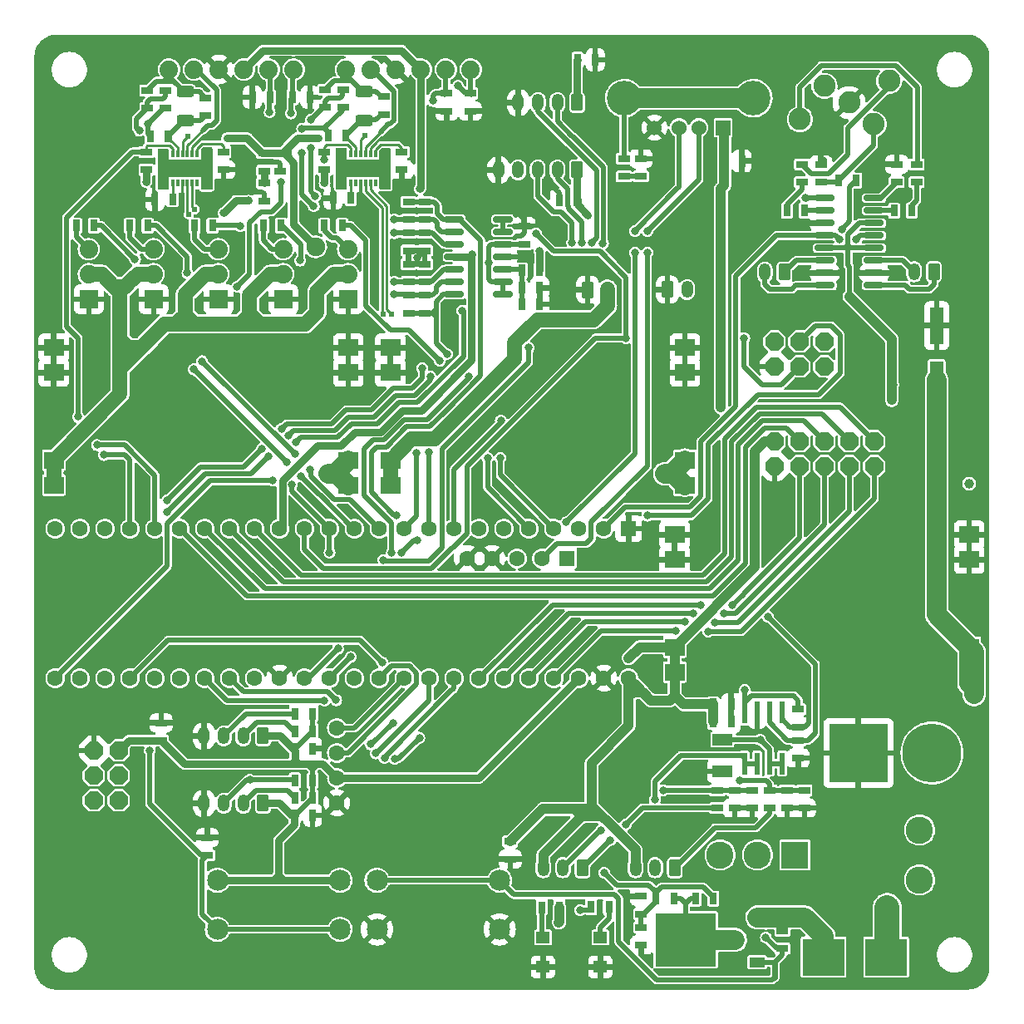
<source format=gtl>
G04 #@! TF.GenerationSoftware,KiCad,Pcbnew,(6.0.8)*
G04 #@! TF.CreationDate,2022-11-23T15:29:44+01:00*
G04 #@! TF.ProjectId,Regbot,52656762-6f74-42e6-9b69-6361645f7063,v5.0*
G04 #@! TF.SameCoordinates,Original*
G04 #@! TF.FileFunction,Copper,L1,Top*
G04 #@! TF.FilePolarity,Positive*
%FSLAX46Y46*%
G04 Gerber Fmt 4.6, Leading zero omitted, Abs format (unit mm)*
G04 Created by KiCad (PCBNEW (6.0.8)) date 2022-11-23 15:29:44*
%MOMM*%
%LPD*%
G01*
G04 APERTURE LIST*
G04 Aperture macros list*
%AMRoundRect*
0 Rectangle with rounded corners*
0 $1 Rounding radius*
0 $2 $3 $4 $5 $6 $7 $8 $9 X,Y pos of 4 corners*
0 Add a 4 corners polygon primitive as box body*
4,1,4,$2,$3,$4,$5,$6,$7,$8,$9,$2,$3,0*
0 Add four circle primitives for the rounded corners*
1,1,$1+$1,$2,$3*
1,1,$1+$1,$4,$5*
1,1,$1+$1,$6,$7*
1,1,$1+$1,$8,$9*
0 Add four rect primitives between the rounded corners*
20,1,$1+$1,$2,$3,$4,$5,0*
20,1,$1+$1,$4,$5,$6,$7,0*
20,1,$1+$1,$6,$7,$8,$9,0*
20,1,$1+$1,$8,$9,$2,$3,0*%
%AMOutline5P*
0 Free polygon, 5 corners , with rotation*
0 The origin of the aperture is its center*
0 number of corners: always 5*
0 $1 to $10 corner X, Y*
0 $11 Rotation angle, in degrees counterclockwise*
0 create outline with 5 corners*
4,1,5,$1,$2,$3,$4,$5,$6,$7,$8,$9,$10,$1,$2,$11*%
%AMOutline6P*
0 Free polygon, 6 corners , with rotation*
0 The origin of the aperture is its center*
0 number of corners: always 6*
0 $1 to $12 corner X, Y*
0 $13 Rotation angle, in degrees counterclockwise*
0 create outline with 6 corners*
4,1,6,$1,$2,$3,$4,$5,$6,$7,$8,$9,$10,$11,$12,$1,$2,$13*%
%AMOutline7P*
0 Free polygon, 7 corners , with rotation*
0 The origin of the aperture is its center*
0 number of corners: always 7*
0 $1 to $14 corner X, Y*
0 $15 Rotation angle, in degrees counterclockwise*
0 create outline with 7 corners*
4,1,7,$1,$2,$3,$4,$5,$6,$7,$8,$9,$10,$11,$12,$13,$14,$1,$2,$15*%
%AMOutline8P*
0 Free polygon, 8 corners , with rotation*
0 The origin of the aperture is its center*
0 number of corners: always 8*
0 $1 to $16 corner X, Y*
0 $17 Rotation angle, in degrees counterclockwise*
0 create outline with 8 corners*
4,1,8,$1,$2,$3,$4,$5,$6,$7,$8,$9,$10,$11,$12,$13,$14,$15,$16,$1,$2,$17*%
G04 Aperture macros list end*
G04 #@! TA.AperFunction,SMDPad,CuDef*
%ADD10R,0.800000X1.200000*%
G04 #@! TD*
G04 #@! TA.AperFunction,SMDPad,CuDef*
%ADD11R,0.300000X0.800000*%
G04 #@! TD*
G04 #@! TA.AperFunction,HeatsinkPad*
%ADD12R,2.600000X1.800000*%
G04 #@! TD*
G04 #@! TA.AperFunction,SMDPad,CuDef*
%ADD13R,1.200000X0.800000*%
G04 #@! TD*
G04 #@! TA.AperFunction,ComponentPad*
%ADD14RoundRect,0.250000X0.350000X0.625000X-0.350000X0.625000X-0.350000X-0.625000X0.350000X-0.625000X0*%
G04 #@! TD*
G04 #@! TA.AperFunction,ComponentPad*
%ADD15O,1.200000X1.750000*%
G04 #@! TD*
G04 #@! TA.AperFunction,SMDPad,CuDef*
%ADD16RoundRect,0.500000X0.000000X0.000000X0.000000X0.000000X0.000000X0.000000X0.000000X0.000000X0*%
G04 #@! TD*
G04 #@! TA.AperFunction,ComponentPad*
%ADD17RoundRect,0.250000X-0.350000X-0.625000X0.350000X-0.625000X0.350000X0.625000X-0.350000X0.625000X0*%
G04 #@! TD*
G04 #@! TA.AperFunction,SMDPad,CuDef*
%ADD18R,1.400000X1.200000*%
G04 #@! TD*
G04 #@! TA.AperFunction,ComponentPad*
%ADD19R,1.879600X1.879600*%
G04 #@! TD*
G04 #@! TA.AperFunction,ComponentPad*
%ADD20C,1.879600*%
G04 #@! TD*
G04 #@! TA.AperFunction,SMDPad,CuDef*
%ADD21R,2.000000X1.800000*%
G04 #@! TD*
G04 #@! TA.AperFunction,ComponentPad*
%ADD22R,2.775000X2.775000*%
G04 #@! TD*
G04 #@! TA.AperFunction,ComponentPad*
%ADD23C,2.775000*%
G04 #@! TD*
G04 #@! TA.AperFunction,ComponentPad*
%ADD24R,1.600000X1.600000*%
G04 #@! TD*
G04 #@! TA.AperFunction,ComponentPad*
%ADD25C,1.600000*%
G04 #@! TD*
G04 #@! TA.AperFunction,ComponentPad*
%ADD26C,2.159000*%
G04 #@! TD*
G04 #@! TA.AperFunction,SMDPad,CuDef*
%ADD27RoundRect,0.250000X-0.625000X0.312500X-0.625000X-0.312500X0.625000X-0.312500X0.625000X0.312500X0*%
G04 #@! TD*
G04 #@! TA.AperFunction,SMDPad,CuDef*
%ADD28R,2.000000X1.200000*%
G04 #@! TD*
G04 #@! TA.AperFunction,ComponentPad*
%ADD29C,2.250000*%
G04 #@! TD*
G04 #@! TA.AperFunction,SMDPad,CuDef*
%ADD30R,4.241800X3.810000*%
G04 #@! TD*
G04 #@! TA.AperFunction,ComponentPad*
%ADD31R,1.524000X1.524000*%
G04 #@! TD*
G04 #@! TA.AperFunction,ComponentPad*
%ADD32C,1.524000*%
G04 #@! TD*
G04 #@! TA.AperFunction,ComponentPad*
%ADD33C,3.530000*%
G04 #@! TD*
G04 #@! TA.AperFunction,ComponentPad*
%ADD34Outline8P,-0.939800X0.389278X-0.389278X0.939800X0.389278X0.939800X0.939800X0.389278X0.939800X-0.389278X0.389278X-0.939800X-0.389278X-0.939800X-0.939800X-0.389278X0.000000*%
G04 #@! TD*
G04 #@! TA.AperFunction,SMDPad,CuDef*
%ADD35R,0.600000X2.200000*%
G04 #@! TD*
G04 #@! TA.AperFunction,ComponentPad*
%ADD36R,5.999987X5.999987*%
G04 #@! TD*
G04 #@! TA.AperFunction,ComponentPad*
%ADD37C,5.999987*%
G04 #@! TD*
G04 #@! TA.AperFunction,SMDPad,CuDef*
%ADD38R,1.600000X1.000000*%
G04 #@! TD*
G04 #@! TA.AperFunction,SMDPad,CuDef*
%ADD39R,6.200000X5.400000*%
G04 #@! TD*
G04 #@! TA.AperFunction,SMDPad,CuDef*
%ADD40R,2.600000X1.800000*%
G04 #@! TD*
G04 #@! TA.AperFunction,SMDPad,CuDef*
%ADD41RoundRect,0.150000X-0.825000X-0.150000X0.825000X-0.150000X0.825000X0.150000X-0.825000X0.150000X0*%
G04 #@! TD*
G04 #@! TA.AperFunction,SMDPad,CuDef*
%ADD42RoundRect,0.150000X0.850000X0.150000X-0.850000X0.150000X-0.850000X-0.150000X0.850000X-0.150000X0*%
G04 #@! TD*
G04 #@! TA.AperFunction,ComponentPad*
%ADD43Outline8P,-0.939800X0.389278X-0.389278X0.939800X0.389278X0.939800X0.939800X0.389278X0.939800X-0.389278X0.389278X-0.939800X-0.389278X-0.939800X-0.939800X-0.389278X270.000000*%
G04 #@! TD*
G04 #@! TA.AperFunction,SMDPad,CuDef*
%ADD44R,1.400000X3.812800*%
G04 #@! TD*
G04 #@! TA.AperFunction,ViaPad*
%ADD45C,0.800000*%
G04 #@! TD*
G04 #@! TA.AperFunction,ViaPad*
%ADD46C,0.900000*%
G04 #@! TD*
G04 #@! TA.AperFunction,ViaPad*
%ADD47C,1.905000*%
G04 #@! TD*
G04 #@! TA.AperFunction,ViaPad*
%ADD48C,0.610000*%
G04 #@! TD*
G04 #@! TA.AperFunction,ViaPad*
%ADD49C,1.508000*%
G04 #@! TD*
G04 #@! TA.AperFunction,Conductor*
%ADD50C,0.750000*%
G04 #@! TD*
G04 #@! TA.AperFunction,Conductor*
%ADD51C,0.500000*%
G04 #@! TD*
G04 #@! TA.AperFunction,Conductor*
%ADD52C,0.250000*%
G04 #@! TD*
G04 #@! TA.AperFunction,Conductor*
%ADD53C,1.000000*%
G04 #@! TD*
G04 #@! TA.AperFunction,Conductor*
%ADD54C,2.000000*%
G04 #@! TD*
G04 #@! TA.AperFunction,Conductor*
%ADD55C,0.800000*%
G04 #@! TD*
G04 #@! TA.AperFunction,Conductor*
%ADD56C,0.508000*%
G04 #@! TD*
G04 #@! TA.AperFunction,Conductor*
%ADD57C,2.032000*%
G04 #@! TD*
G04 #@! TA.AperFunction,Conductor*
%ADD58C,0.558800*%
G04 #@! TD*
G04 #@! TA.AperFunction,Conductor*
%ADD59C,1.550000*%
G04 #@! TD*
G04 #@! TA.AperFunction,Conductor*
%ADD60C,2.540000*%
G04 #@! TD*
G04 APERTURE END LIST*
D10*
X155128800Y-73202800D03*
X153328800Y-73202800D03*
D11*
X132100000Y-71477000D03*
X132600000Y-71477000D03*
X133100000Y-71477000D03*
X133600000Y-71477000D03*
X134100000Y-71477000D03*
X134600000Y-71477000D03*
X134600000Y-68477000D03*
X134100000Y-68477000D03*
X133600000Y-68477000D03*
X133100000Y-68477000D03*
X132600000Y-68477000D03*
X132100000Y-68477000D03*
D12*
X133350000Y-69977000D03*
D13*
X178308000Y-133339000D03*
X178308000Y-135139000D03*
D14*
X176260000Y-80560000D03*
D15*
X174260000Y-80560000D03*
D10*
X124979000Y-75819000D03*
X123179000Y-75819000D03*
D13*
X111353600Y-62041200D03*
X111353600Y-63841200D03*
X129413000Y-68315000D03*
X129413000Y-70115000D03*
D16*
X191770000Y-102108000D03*
D13*
X131318000Y-63790400D03*
X131318000Y-61990400D03*
X137987000Y-75195000D03*
X137987000Y-73395000D03*
X119136100Y-68315000D03*
X119136100Y-70115000D03*
X111262100Y-68315000D03*
X111262100Y-70115000D03*
D17*
X164338000Y-82338000D03*
D15*
X166338000Y-82338000D03*
D18*
X151676100Y-148334600D03*
X151676100Y-151334600D03*
D10*
X126404800Y-134112000D03*
X128204800Y-134112000D03*
D17*
X156210000Y-82346800D03*
D15*
X158210000Y-82346800D03*
D13*
X174752000Y-133350000D03*
X174752000Y-135150000D03*
X176060100Y-149464600D03*
X176060100Y-147664600D03*
D19*
X131826000Y-83312000D03*
D20*
X131826000Y-80772000D03*
X131826000Y-78232000D03*
D21*
X166130000Y-99710000D03*
X166130000Y-102250000D03*
X166130000Y-88250000D03*
X166130000Y-90790000D03*
X136130000Y-102250000D03*
X136130000Y-99710000D03*
X136130000Y-88250000D03*
X136130000Y-90790000D03*
D13*
X123266200Y-70242000D03*
X123266200Y-68442000D03*
D22*
X177330100Y-139928600D03*
D23*
X173520100Y-139928600D03*
X169710100Y-139928600D03*
X190030100Y-142468600D03*
X190030100Y-137388600D03*
D24*
X160401000Y-106680000D03*
D25*
X157861000Y-106680000D03*
X155321000Y-106680000D03*
X152781000Y-106680000D03*
X150241000Y-106680000D03*
X147701000Y-106680000D03*
X145161000Y-106680000D03*
X142621000Y-106680000D03*
X140081000Y-106680000D03*
X137541000Y-106680000D03*
X135001000Y-106680000D03*
X132461000Y-106680000D03*
X129921000Y-106680000D03*
X127381000Y-106680000D03*
X124841000Y-106680000D03*
X122301000Y-106680000D03*
X119761000Y-106680000D03*
X117221000Y-106680000D03*
X114681000Y-106680000D03*
X112141000Y-106680000D03*
X109601000Y-106680000D03*
X107061000Y-106680000D03*
X104521000Y-106680000D03*
X101981000Y-106680000D03*
X101981000Y-121920000D03*
X104521000Y-121920000D03*
X107061000Y-121920000D03*
X109601000Y-121920000D03*
X112141000Y-121920000D03*
X114681000Y-121920000D03*
X117221000Y-121920000D03*
X119761000Y-121920000D03*
X122301000Y-121920000D03*
X124841000Y-121920000D03*
X127381000Y-121920000D03*
X129921000Y-121920000D03*
X132461000Y-121920000D03*
X135001000Y-121920000D03*
X137541000Y-121920000D03*
X140081000Y-121920000D03*
X142621000Y-121920000D03*
X145161000Y-121920000D03*
X147701000Y-121920000D03*
X150241000Y-121920000D03*
X152781000Y-121920000D03*
X155321000Y-121920000D03*
X157861000Y-121920000D03*
X160401000Y-121920000D03*
D24*
X154101800Y-109730800D03*
D25*
X151561800Y-109730800D03*
X149021800Y-109730800D03*
X146481800Y-109730800D03*
X143941800Y-109730800D03*
D13*
X129489200Y-61976000D03*
X129489200Y-63776000D03*
D10*
X170143600Y-69240400D03*
X171943600Y-69240400D03*
D26*
X147258100Y-147508600D03*
X134758100Y-147508600D03*
X147258100Y-142508600D03*
X134758100Y-142508600D03*
D13*
X177673000Y-130059000D03*
X177673000Y-128259000D03*
X172974000Y-133339000D03*
X172974000Y-135139000D03*
X139638000Y-79745000D03*
X139638000Y-81545000D03*
D27*
X115265200Y-62189900D03*
X115265200Y-65114900D03*
D28*
X169926000Y-128194000D03*
X169926000Y-131394000D03*
D29*
X186944000Y-61087000D03*
X185344000Y-65487000D03*
X182844000Y-63287000D03*
X177844000Y-64987000D03*
X180344000Y-61587000D03*
D14*
X123142000Y-134662000D03*
D15*
X121142000Y-134662000D03*
X119142000Y-134662000D03*
X117142000Y-134662000D03*
D13*
X117475000Y-138165000D03*
X117475000Y-139965000D03*
D14*
X155130000Y-70146000D03*
D15*
X153130000Y-70146000D03*
X151130000Y-70146000D03*
X149130000Y-70146000D03*
X147130000Y-70146000D03*
D14*
X191484000Y-80518000D03*
D15*
X189484000Y-80518000D03*
D10*
X123874100Y-62738000D03*
X122074100Y-62738000D03*
X130291000Y-73025000D03*
X132091000Y-73025000D03*
X111390000Y-75819000D03*
X109590000Y-75819000D03*
D30*
X180251100Y-150342600D03*
X186626500Y-150342600D03*
D10*
X169026000Y-126365000D03*
X170826000Y-126365000D03*
D31*
X170027600Y-65836800D03*
D32*
X167527600Y-65836800D03*
X165527600Y-65836800D03*
X163027600Y-65836800D03*
D33*
X159957600Y-62836800D03*
X173097600Y-62836800D03*
D13*
X149758400Y-77709600D03*
X149758400Y-75909600D03*
D19*
X112014000Y-83312000D03*
D20*
X112014000Y-80772000D03*
X112014000Y-78232000D03*
D13*
X189738000Y-69585000D03*
X189738000Y-71385000D03*
X187706000Y-69585000D03*
X187706000Y-71385000D03*
D21*
X195086000Y-118760000D03*
X195086000Y-121300000D03*
X195086000Y-109840000D03*
X195086000Y-107300000D03*
X165086000Y-118760000D03*
X165086000Y-121300000D03*
X165086000Y-107300000D03*
X165086000Y-109840000D03*
D10*
X149533000Y-80391000D03*
X151333000Y-80391000D03*
D18*
X157518100Y-148334600D03*
X157518100Y-151334600D03*
D27*
X133400800Y-62189900D03*
X133400800Y-65114900D03*
D13*
X148336000Y-138557000D03*
X148336000Y-140357000D03*
D10*
X169011600Y-144373600D03*
X167211600Y-144373600D03*
D19*
X105410000Y-83312000D03*
D20*
X105410000Y-80772000D03*
X105410000Y-78232000D03*
D34*
X175260000Y-90170000D03*
X175260000Y-87630000D03*
X177800000Y-90170000D03*
X177800000Y-87630000D03*
X180340000Y-90170000D03*
X180340000Y-87630000D03*
D13*
X177673000Y-126884000D03*
X177673000Y-125084000D03*
D10*
X131202000Y-75819000D03*
X129402000Y-75819000D03*
X183576800Y-71221600D03*
X181776800Y-71221600D03*
D13*
X139638000Y-84720000D03*
X139638000Y-82920000D03*
D10*
X178319000Y-74295000D03*
X176519000Y-74295000D03*
D26*
X131002100Y-147508600D03*
X118502100Y-147508600D03*
X131002100Y-142508600D03*
X118502100Y-142508600D03*
D14*
X155146000Y-63288000D03*
D15*
X153146000Y-63288000D03*
X151146000Y-63288000D03*
X149146000Y-63288000D03*
D10*
X169026000Y-124587000D03*
X170826000Y-124587000D03*
D14*
X123142000Y-127804000D03*
D15*
X121142000Y-127804000D03*
X119142000Y-127804000D03*
X117142000Y-127804000D03*
D10*
X151538100Y-145262600D03*
X153338100Y-145262600D03*
X117994000Y-75819000D03*
X116194000Y-75819000D03*
X126404800Y-132334000D03*
X128204800Y-132334000D03*
D35*
X176022000Y-125416000D03*
X174752000Y-125416000D03*
X173482000Y-125416000D03*
X172212000Y-125416000D03*
X172212000Y-130616000D03*
X173482000Y-130616000D03*
X174752000Y-130616000D03*
X176022000Y-130616000D03*
D10*
X163184000Y-144399000D03*
X164984000Y-144399000D03*
D20*
X131610100Y-59918600D03*
X134150100Y-59918600D03*
X136690100Y-59918600D03*
X139230100Y-59918600D03*
X141770100Y-59918600D03*
X144310100Y-59918600D03*
D36*
X183794400Y-129540000D03*
D37*
X191294409Y-129540000D03*
D13*
X169418000Y-133339000D03*
X169418000Y-135139000D03*
D38*
X173494100Y-150844600D03*
X173494100Y-146284600D03*
D39*
X166194100Y-148564600D03*
D13*
X144272000Y-62346000D03*
X144272000Y-64146000D03*
D11*
X113949100Y-71502400D03*
X114449100Y-71502400D03*
X114949100Y-71502400D03*
X115449100Y-71502400D03*
X115949100Y-71502400D03*
X116449100Y-71502400D03*
X116449100Y-68502400D03*
X115949100Y-68502400D03*
X115449100Y-68502400D03*
X114949100Y-68502400D03*
X114449100Y-68502400D03*
X113949100Y-68502400D03*
D40*
X115199100Y-70002400D03*
D10*
X126404800Y-135890000D03*
X128204800Y-135890000D03*
D13*
X137987000Y-81545000D03*
X137987000Y-79745000D03*
X137987000Y-82920000D03*
X137987000Y-84720000D03*
X139638000Y-76570000D03*
X139638000Y-78370000D03*
D10*
X105929000Y-75819000D03*
X104129000Y-75819000D03*
D16*
X195072000Y-102108000D03*
D13*
X171196000Y-135139000D03*
X171196000Y-133339000D03*
D25*
X130671100Y-127000000D03*
X130671100Y-129540000D03*
X130671100Y-132080000D03*
X130671100Y-134620000D03*
D10*
X112130000Y-73152000D03*
X113930000Y-73152000D03*
D13*
X141859000Y-62346000D03*
X141859000Y-64146000D03*
D10*
X126404800Y-125526800D03*
X128204800Y-125526800D03*
D16*
X187248800Y-92049600D03*
D10*
X126138100Y-62738000D03*
X127938100Y-62738000D03*
D13*
X139638000Y-73395000D03*
X139638000Y-75195000D03*
D10*
X113472800Y-66700400D03*
X111672800Y-66700400D03*
D21*
X131840000Y-99710000D03*
X131840000Y-102250000D03*
X131840000Y-90790000D03*
X131840000Y-88250000D03*
X101840000Y-99710000D03*
X101840000Y-102250000D03*
X101840000Y-90790000D03*
X101840000Y-88250000D03*
D10*
X126404800Y-129082800D03*
X128204800Y-129082800D03*
D13*
X124917200Y-68442000D03*
X124917200Y-70242000D03*
X137287000Y-68315000D03*
X137287000Y-70115000D03*
D10*
X187441000Y-74295000D03*
X189241000Y-74295000D03*
X158380000Y-145237200D03*
X156580000Y-145237200D03*
D19*
X118618000Y-83312000D03*
D20*
X118618000Y-80772000D03*
X118618000Y-78232000D03*
D13*
X159918400Y-70800800D03*
X159918400Y-69000800D03*
D19*
X125222000Y-83312000D03*
D20*
X125222000Y-80772000D03*
X125222000Y-78232000D03*
D41*
X142624000Y-75184000D03*
X142624000Y-76454000D03*
X142624000Y-77724000D03*
X142624000Y-78994000D03*
X142624000Y-80264000D03*
X142624000Y-81534000D03*
X142624000Y-82804000D03*
X147574000Y-82804000D03*
X147574000Y-81534000D03*
X147574000Y-80264000D03*
X147574000Y-78994000D03*
X147574000Y-77724000D03*
X147574000Y-76454000D03*
X147574000Y-75184000D03*
D20*
X113576100Y-59918600D03*
X116116100Y-59918600D03*
X118656100Y-59918600D03*
X121196100Y-59918600D03*
X123736100Y-59918600D03*
X126276100Y-59918600D03*
D13*
X161645600Y-70800800D03*
X161645600Y-69000800D03*
D42*
X185380000Y-81915000D03*
X185380000Y-80645000D03*
X185380000Y-79375000D03*
X185380000Y-78105000D03*
X185380000Y-76835000D03*
X185380000Y-75565000D03*
X185380000Y-74295000D03*
X185380000Y-73025000D03*
X180380000Y-73025000D03*
X180380000Y-74295000D03*
X180380000Y-75565000D03*
X180380000Y-76835000D03*
X180380000Y-78105000D03*
X180380000Y-79375000D03*
X180380000Y-80645000D03*
X180380000Y-81915000D03*
D14*
X155702000Y-141224000D03*
D15*
X153702000Y-141224000D03*
X151702000Y-141224000D03*
D13*
X112776000Y-128281000D03*
X112776000Y-126481000D03*
X117297200Y-64603200D03*
X117297200Y-62803200D03*
D10*
X131594000Y-66598800D03*
X129794000Y-66598800D03*
X126404800Y-127304800D03*
X128204800Y-127304800D03*
D13*
X161671000Y-149109000D03*
X161671000Y-147309000D03*
X135432800Y-64501600D03*
X135432800Y-62701600D03*
X179984400Y-71410400D03*
X179984400Y-69610400D03*
X176530000Y-135150000D03*
X176530000Y-133350000D03*
D34*
X175260000Y-100330000D03*
X175260000Y-97790000D03*
X177800000Y-100330000D03*
X177800000Y-97790000D03*
X180340000Y-100330000D03*
X180340000Y-97790000D03*
X182880000Y-100330000D03*
X182880000Y-97790000D03*
X185420000Y-100330000D03*
X185420000Y-97790000D03*
D14*
X165100000Y-141224000D03*
D15*
X163100000Y-141224000D03*
X161100000Y-141224000D03*
D43*
X105918000Y-129286000D03*
X108458000Y-129286000D03*
X105918000Y-131826000D03*
X108458000Y-131826000D03*
X105918000Y-134366000D03*
X108458000Y-134366000D03*
D13*
X137987000Y-78370000D03*
X137987000Y-76570000D03*
D44*
X191770000Y-91554000D03*
X191770000Y-85992000D03*
D13*
X161671000Y-145934000D03*
X161671000Y-144134000D03*
X178054000Y-69585000D03*
X178054000Y-71385000D03*
D10*
X149533000Y-83820000D03*
X151333000Y-83820000D03*
D13*
X123266200Y-71490000D03*
X123266200Y-73290000D03*
D10*
X151333000Y-82169000D03*
X149533000Y-82169000D03*
X155194000Y-58928000D03*
X156994000Y-58928000D03*
D13*
X113182400Y-63841200D03*
X113182400Y-62041200D03*
D45*
X133858000Y-123240800D03*
X132181600Y-115519200D03*
X132181600Y-109474000D03*
X139141200Y-72085200D03*
X155634569Y-77569383D03*
X137287000Y-71882000D03*
X161544000Y-126238000D03*
X175641000Y-128778000D03*
X127381000Y-74549000D03*
X166116000Y-134239000D03*
X105410000Y-91186000D03*
X164211000Y-76200000D03*
X161036000Y-128016000D03*
X125222000Y-74549000D03*
X104140000Y-66929000D03*
X181991000Y-80645000D03*
X110744000Y-73025000D03*
X166116000Y-138938000D03*
X122428000Y-115214400D03*
X178308000Y-112141000D03*
X171069000Y-79629000D03*
X140970000Y-143510000D03*
X109474000Y-73914000D03*
X183642000Y-113284000D03*
X163703000Y-88138000D03*
X143052800Y-70002400D03*
X105283000Y-103886000D03*
X116967000Y-98679000D03*
X159893000Y-139827000D03*
X129032000Y-59182000D03*
X137871200Y-66344800D03*
X159258000Y-126238000D03*
X180594000Y-141986000D03*
X183642000Y-139319000D03*
X118618000Y-87376000D03*
X105537000Y-68453000D03*
X141478000Y-114554000D03*
X178689000Y-75565000D03*
X186182000Y-110744000D03*
X163322000Y-95885000D03*
X110236000Y-91186000D03*
X130352800Y-79298800D03*
X119126000Y-71628000D03*
X183769000Y-80645000D03*
X166116000Y-136017000D03*
X174371000Y-127381000D03*
X160147000Y-144018000D03*
X149987000Y-144907000D03*
X196342000Y-137414000D03*
X172466000Y-81280000D03*
X109601000Y-97282000D03*
X123444000Y-143764000D03*
X102870000Y-73914000D03*
X134493000Y-82169000D03*
X146558000Y-132588000D03*
X114808000Y-128778000D03*
X104902000Y-114427000D03*
X180594000Y-137922000D03*
X152400000Y-126492000D03*
X109728000Y-67183000D03*
X125984000Y-141224000D03*
X153974800Y-95961200D03*
X161163000Y-151892000D03*
X193802000Y-135128000D03*
X120396000Y-103835200D03*
X174752000Y-108839000D03*
X160020000Y-95885000D03*
X127101600Y-93014800D03*
X193802000Y-123444000D03*
X168529000Y-88773000D03*
X164211000Y-78613000D03*
X105410000Y-85344000D03*
X167386000Y-140335000D03*
X140970000Y-141478000D03*
X159613600Y-76250800D03*
X149417000Y-78994000D03*
X110617000Y-129286000D03*
X125984000Y-143764000D03*
X110617000Y-127254000D03*
X115062000Y-98679000D03*
X168529000Y-79629000D03*
X150622000Y-124714000D03*
X166116000Y-130683000D03*
X105410000Y-73914000D03*
X161544000Y-138176000D03*
X123444000Y-141224000D03*
X129032000Y-56896000D03*
X122682000Y-66548000D03*
X136525000Y-78994000D03*
X144526000Y-133350000D03*
X113411000Y-130429000D03*
X174345600Y-122580400D03*
X162433000Y-150495000D03*
X144526000Y-127127000D03*
X149987000Y-143002000D03*
X127000000Y-64770000D03*
X166116000Y-128905000D03*
X102870000Y-96520000D03*
X109728000Y-69977000D03*
X125476000Y-66548000D03*
X183769000Y-136398000D03*
X164846000Y-129413000D03*
X103378000Y-103886000D03*
X140716000Y-66344800D03*
X122174000Y-69342000D03*
D46*
X160401000Y-119888000D03*
X187198000Y-93599000D03*
X153289000Y-146812000D03*
X169799000Y-94361000D03*
X153289000Y-146812000D03*
D47*
X128524000Y-77978000D03*
X164084000Y-101092000D03*
D48*
X115468400Y-66732500D03*
X119507000Y-66929000D03*
X133492502Y-66649600D03*
D49*
X171234100Y-148564600D03*
D47*
X129794000Y-101092000D03*
D48*
X128770500Y-66903600D03*
D47*
X195580000Y-123571000D03*
D45*
X123825000Y-64262000D03*
X125984000Y-64389000D03*
X106934500Y-99187000D03*
X140462000Y-63119000D03*
X106234500Y-98171000D03*
X143002000Y-61595000D03*
X129413000Y-124180500D03*
X136363688Y-126526312D03*
X163917500Y-133350000D03*
X134108862Y-128654138D03*
X136572337Y-130127663D03*
X130603337Y-124166500D03*
X171704000Y-132334000D03*
X139073039Y-127990500D03*
X174371000Y-148336000D03*
X173787000Y-128194000D03*
X111616503Y-129286000D03*
X157900500Y-141732000D03*
X119126000Y-74549000D03*
X156251888Y-74735712D03*
X178400688Y-72990688D03*
X129413000Y-71501000D03*
X121666000Y-73279000D03*
X111252000Y-71374000D03*
X151320500Y-78422500D03*
X144477500Y-78779500D03*
X121818400Y-132283200D03*
X134657691Y-129579713D03*
X135527253Y-130072528D03*
X136525000Y-75184000D03*
X128481642Y-72803745D03*
X128016000Y-65063500D03*
X128016000Y-67945000D03*
X138850600Y-79070200D03*
X146177000Y-79629000D03*
X128315439Y-73838918D03*
X127127000Y-65924847D03*
X127127000Y-68453000D03*
X136525000Y-76581000D03*
X136525000Y-82804000D03*
X110557288Y-66158088D03*
X111455200Y-65430400D03*
X136525000Y-81534000D03*
X158531336Y-138394664D03*
X160086264Y-136839736D03*
X167703500Y-114459571D03*
X170932794Y-114504830D03*
X170131465Y-115363536D03*
X166941500Y-115348571D03*
X169194929Y-116213036D03*
X166116001Y-116174072D03*
X168503600Y-117157500D03*
X165163501Y-117126572D03*
X160121600Y-87274400D03*
X150962136Y-76621864D03*
X172172500Y-87274400D03*
X162306000Y-105370500D03*
X124117911Y-101801038D03*
D47*
X186728100Y-145262600D03*
D45*
X174590688Y-115662688D03*
X135284188Y-120298188D03*
X172212000Y-123139200D03*
X157578836Y-137442164D03*
X163068000Y-134289500D03*
X136706263Y-105304937D03*
X138865076Y-107895924D03*
X137270503Y-109115000D03*
X141876679Y-88901169D03*
X144072500Y-91189700D03*
X136271000Y-109115000D03*
X132080000Y-119761000D03*
X155448000Y-145542000D03*
X126094900Y-102205437D03*
X143424500Y-84480400D03*
X126492000Y-97891600D03*
X154635200Y-77585700D03*
X129921000Y-109115000D03*
X116112312Y-90458312D03*
X110109000Y-79248000D03*
X125573971Y-99920677D03*
X126974247Y-101320953D03*
X127965200Y-100685600D03*
X116937812Y-89632812D03*
X115443000Y-80645000D03*
X126387124Y-99107524D03*
X120800388Y-75874713D03*
X138767419Y-99016419D03*
X126924500Y-79375000D03*
X140081000Y-98910500D03*
X130795900Y-118908700D03*
X150212275Y-88256362D03*
X135421500Y-109866774D03*
X162306000Y-78569500D03*
X162306000Y-76370500D03*
X154051000Y-106045000D03*
X161036000Y-78569500D03*
X161036000Y-76370500D03*
X147379712Y-95665312D03*
X182089651Y-76177321D03*
X141169924Y-89607924D03*
X129413000Y-69088000D03*
X124977424Y-71383424D03*
X120523000Y-82042000D03*
X104311581Y-95294581D03*
X125739799Y-97233423D03*
X140236838Y-91207962D03*
X157780595Y-77625305D03*
X123732312Y-99279688D03*
X113386929Y-105004929D03*
X156643012Y-77561512D03*
X125022588Y-96516212D03*
X113370441Y-103820041D03*
X139373238Y-90344362D03*
X123021112Y-98568488D03*
X132080000Y-69977000D03*
X133350000Y-69977000D03*
X134620000Y-69977000D03*
X135636000Y-70866000D03*
X135636000Y-69088000D03*
X131064000Y-70866000D03*
X131064000Y-69088000D03*
X113919000Y-69977000D03*
X112903000Y-70866000D03*
X112903000Y-69088000D03*
X117475000Y-70866000D03*
X115189000Y-69977000D03*
X117475000Y-69088000D03*
X116459000Y-69977000D03*
X146015005Y-99492500D03*
D48*
X135361411Y-84856589D03*
X136271000Y-84836000D03*
D45*
X147320000Y-99492500D03*
D48*
X115570000Y-74676000D03*
X116205000Y-74168000D03*
D45*
X183602500Y-77255500D03*
X181903500Y-77255500D03*
D50*
X139230100Y-59918600D02*
X137274300Y-57962800D01*
X137274300Y-57962800D02*
X123139200Y-57962800D01*
X123139200Y-57962800D02*
X122907700Y-58194300D01*
X122907700Y-58194300D02*
X122907700Y-58207000D01*
X122907700Y-58207000D02*
X121196100Y-59918600D01*
X139141200Y-72085200D02*
X139230100Y-71996300D01*
X139230100Y-71996300D02*
X139230100Y-59918600D01*
D51*
X156643012Y-77561512D02*
X157124400Y-77080124D01*
X157124400Y-77080124D02*
X157124400Y-70175451D01*
X151146000Y-64201150D02*
X151146000Y-63288000D01*
X157124400Y-70175451D02*
X154360549Y-67411600D01*
X154356450Y-67411600D02*
X151146000Y-64201150D01*
X154360549Y-67411600D02*
X154356450Y-67411600D01*
X157780595Y-77625305D02*
X157824400Y-77581500D01*
X154646400Y-66711600D02*
X153146000Y-65211200D01*
X157824400Y-77581500D02*
X157824400Y-69885501D01*
X157824400Y-69885501D02*
X154650499Y-66711600D01*
X154650499Y-66711600D02*
X154646400Y-66711600D01*
X153146000Y-65211200D02*
X153146000Y-63288000D01*
X153130000Y-70146000D02*
X153130000Y-71037200D01*
X153130000Y-71037200D02*
X154178800Y-72086000D01*
X154178800Y-72086000D02*
X154178800Y-73864000D01*
X154178800Y-73864000D02*
X154229600Y-73864000D01*
X154229600Y-73864000D02*
X154278800Y-73913200D01*
X154278800Y-73913200D02*
X154278800Y-74065600D01*
X154278800Y-74065600D02*
X155634569Y-75421369D01*
X155634569Y-75421369D02*
X155634569Y-77569383D01*
X154635200Y-77585700D02*
X154635200Y-75556718D01*
X154635200Y-75556718D02*
X153500482Y-74422000D01*
X153500482Y-74422000D02*
X152749600Y-74422000D01*
X152749600Y-74422000D02*
X151130000Y-72802400D01*
X151130000Y-72802400D02*
X151130000Y-70146000D01*
X177059349Y-122580400D02*
X174345600Y-122580400D01*
X177773000Y-126884000D02*
X177787400Y-126898400D01*
X180380000Y-80645000D02*
X181991000Y-80645000D01*
X176022000Y-125416000D02*
X176022000Y-126111000D01*
X124917200Y-69545200D02*
X124714000Y-69342000D01*
D52*
X116765196Y-67005200D02*
X117094000Y-67005200D01*
D51*
X153328800Y-72506000D02*
X152501600Y-71678800D01*
X177673000Y-126884000D02*
X177773000Y-126884000D01*
X177787400Y-126898400D02*
X178308000Y-126898400D01*
X123266200Y-73290000D02*
X123266200Y-72593200D01*
X149758400Y-75206702D02*
X148781849Y-74230151D01*
X180380000Y-75565000D02*
X178689000Y-75565000D01*
X149454400Y-76859600D02*
X148945600Y-76859600D01*
X124714000Y-69342000D02*
X122174000Y-69342000D01*
X180293200Y-69503200D02*
X180340000Y-69550000D01*
X124917200Y-70242000D02*
X124917200Y-69545200D01*
X180344000Y-69084000D02*
X180340000Y-69088000D01*
X122047000Y-72390000D02*
X122047000Y-69469000D01*
D52*
X115949100Y-67821296D02*
X116765196Y-67005200D01*
D51*
X149758400Y-75909600D02*
X149758400Y-76555600D01*
X176022000Y-126111000D02*
X176795000Y-126884000D01*
X149758400Y-75909600D02*
X149758400Y-75206702D01*
X185380000Y-80645000D02*
X183769000Y-80645000D01*
X178723000Y-126483400D02*
X178723000Y-124244051D01*
D52*
X115949100Y-68502400D02*
X115949100Y-67821296D01*
X134100000Y-67935604D02*
X134723602Y-67312002D01*
D51*
X178723000Y-124244051D02*
X177059349Y-122580400D01*
X149758400Y-76555600D02*
X149454400Y-76859600D01*
X178308000Y-126898400D02*
X178723000Y-126483400D01*
D52*
X134100000Y-68477000D02*
X134100000Y-67935604D01*
D51*
X122047000Y-69469000D02*
X122174000Y-69342000D01*
X153328800Y-73202800D02*
X153328800Y-72506000D01*
X180340000Y-69088000D02*
X180340000Y-69550000D01*
X176795000Y-126884000D02*
X177673000Y-126884000D01*
X123266200Y-72593200D02*
X123063000Y-72390000D01*
X123063000Y-72390000D02*
X122047000Y-72390000D01*
X147574000Y-78994000D02*
X149417000Y-78994000D01*
X183261000Y-78105000D02*
X183007000Y-78105000D01*
D53*
X164564000Y-124206000D02*
X162687000Y-124206000D01*
X160401000Y-123825000D02*
X160401000Y-121920000D01*
X165086000Y-123684000D02*
X165086000Y-121300000D01*
X169799000Y-81280000D02*
X169799000Y-82544449D01*
D51*
X180380000Y-78105000D02*
X182753000Y-78105000D01*
D53*
X156616400Y-134984600D02*
X156616400Y-130556000D01*
X157683200Y-135991600D02*
X155609400Y-135991600D01*
D51*
X183007000Y-78105000D02*
X182753000Y-77851000D01*
D53*
X165086000Y-118760000D02*
X161529000Y-118760000D01*
D51*
X180380000Y-78105000D02*
X180380500Y-78105500D01*
X182753000Y-76708000D02*
X182753000Y-78105000D01*
D53*
X157683200Y-135991600D02*
X156616400Y-134924800D01*
X170143600Y-69545200D02*
X170143600Y-65952800D01*
X162687000Y-124206000D02*
X160401000Y-121920000D01*
X169799000Y-78994000D02*
X169799000Y-80772000D01*
X169026000Y-126365000D02*
X169026000Y-124587000D01*
X169799000Y-72052000D02*
X169799000Y-78994000D01*
X156616400Y-134924800D02*
X156616400Y-134984600D01*
D51*
X180380500Y-78105500D02*
X182498500Y-78105500D01*
D53*
X156346000Y-135255000D02*
X154178000Y-135255000D01*
X169799000Y-82544449D02*
X169799000Y-94361000D01*
D51*
X185380000Y-75565000D02*
X183896000Y-75565000D01*
D53*
X151702000Y-141224000D02*
X151702000Y-139899000D01*
X156616400Y-134984600D02*
X156346000Y-135255000D01*
X161100000Y-139408400D02*
X161100000Y-141224000D01*
X153338100Y-146762900D02*
X153338100Y-145262600D01*
X160401000Y-126771400D02*
X160401000Y-123825000D01*
X156616400Y-134984600D02*
X155609400Y-135991600D01*
X165086000Y-123684000D02*
X164564000Y-124206000D01*
X187198000Y-87376000D02*
X182880000Y-83058000D01*
D51*
X182880000Y-80010000D02*
X182880000Y-83058000D01*
D53*
X154178000Y-135255000D02*
X151638000Y-135255000D01*
D51*
X182753000Y-78105000D02*
X182753000Y-79883000D01*
X183261000Y-78105000D02*
X185380000Y-78105000D01*
X182753000Y-79883000D02*
X182880000Y-80010000D01*
D53*
X161174000Y-123052000D02*
X160845500Y-123380500D01*
X155609400Y-135991600D02*
X154872800Y-135255000D01*
X169799000Y-78994000D02*
X169799000Y-81280000D01*
X175260000Y-97790000D02*
X174244000Y-97790000D01*
X161533000Y-123052000D02*
X160401000Y-121920000D01*
X169799000Y-72052000D02*
X170143600Y-71707400D01*
X160845500Y-123380500D02*
X160401000Y-123825000D01*
X158292800Y-136601200D02*
X161100000Y-139408400D01*
D51*
X183896000Y-75565000D02*
X182753000Y-76708000D01*
D53*
X153289000Y-146812000D02*
X153338100Y-146762900D01*
X170143600Y-65952800D02*
X170027600Y-65836800D01*
X154872800Y-135255000D02*
X154178000Y-135255000D01*
X170143600Y-71707400D02*
X170143600Y-69545200D01*
X169026000Y-124587000D02*
X165989000Y-124587000D01*
X165086000Y-121300000D02*
X165086000Y-118760000D01*
X161529000Y-118760000D02*
X160401000Y-119888000D01*
X156616400Y-130556000D02*
X160401000Y-126771400D01*
X154101800Y-109730800D02*
X154101800Y-109905800D01*
X161861500Y-123380500D02*
X160845500Y-123380500D01*
X162687000Y-124206000D02*
X161861500Y-123380500D01*
X173228000Y-110618000D02*
X165086000Y-118760000D01*
D51*
X182498500Y-78105500D02*
X182753000Y-77851000D01*
D53*
X151702000Y-139899000D02*
X155609400Y-135991600D01*
X174244000Y-97790000D02*
X173228000Y-98806000D01*
X187198000Y-93599000D02*
X187198000Y-87376000D01*
X151638000Y-135255000D02*
X148336000Y-138557000D01*
X173228000Y-98806000D02*
X173228000Y-110618000D01*
X165086000Y-121300000D02*
X165086000Y-122177000D01*
D51*
X182753000Y-78105000D02*
X183261000Y-78105000D01*
D53*
X165989000Y-124587000D02*
X165086000Y-123684000D01*
X158292800Y-136601200D02*
X157683200Y-135991600D01*
D54*
X164084000Y-101092000D02*
X164748000Y-101092000D01*
D55*
X125317200Y-68442000D02*
X125656100Y-68780900D01*
D54*
X164748000Y-101092000D02*
X166130000Y-99710000D01*
D55*
X126644400Y-66903600D02*
X125793500Y-67754500D01*
D56*
X166800100Y-146924600D02*
X166916100Y-147040600D01*
D54*
X191770000Y-115444000D02*
X195086000Y-118760000D01*
D52*
X133100000Y-67042102D02*
X133492502Y-66649600D01*
D55*
X127562461Y-66903600D02*
X127541214Y-66924847D01*
D54*
X195086000Y-118760000D02*
X195086000Y-121300000D01*
X195580000Y-121794000D02*
X195086000Y-121300000D01*
X164972000Y-101092000D02*
X166130000Y-102250000D01*
D55*
X125656100Y-68780900D02*
X126277000Y-69401800D01*
X123266200Y-68442000D02*
X123052000Y-68442000D01*
D51*
X165735000Y-144399000D02*
X166194100Y-144858100D01*
D55*
X126691539Y-66903600D02*
X126644400Y-66903600D01*
D52*
X114949100Y-67251800D02*
X114949100Y-68502400D01*
D56*
X166916100Y-147040600D02*
X166916100Y-147842600D01*
D51*
X166194100Y-144858100D02*
X166678600Y-144373600D01*
D52*
X133100000Y-68477000D02*
X133100000Y-67042102D01*
D54*
X129794000Y-101092000D02*
X130458000Y-101092000D01*
D55*
X123266200Y-68442000D02*
X124917200Y-68442000D01*
D56*
X165824100Y-148934600D02*
X166194100Y-148564600D01*
D54*
X195580000Y-123571000D02*
X195580000Y-121794000D01*
D55*
X126277000Y-69401800D02*
X126277000Y-75731000D01*
X126277000Y-75731000D02*
X128524000Y-77978000D01*
D57*
X166194100Y-148564600D02*
X171234100Y-148564600D01*
D55*
X125793500Y-67754500D02*
X125656100Y-67891900D01*
X125106000Y-68442000D02*
X124917200Y-68442000D01*
D54*
X195086000Y-122414000D02*
X195086000Y-118760000D01*
D55*
X123052000Y-68442000D02*
X121539000Y-66929000D01*
X126712786Y-66924847D02*
X126691539Y-66903600D01*
D54*
X130682000Y-101092000D02*
X131840000Y-102250000D01*
X130458000Y-101092000D02*
X131840000Y-99710000D01*
D55*
X121539000Y-66929000D02*
X119507000Y-66929000D01*
D56*
X166916100Y-147842600D02*
X166194100Y-148564600D01*
D51*
X164984000Y-144399000D02*
X165735000Y-144399000D01*
D56*
X165802100Y-148956600D02*
X166194100Y-148564600D01*
D52*
X115468400Y-66732500D02*
X114949100Y-67251800D01*
D55*
X124917200Y-68442000D02*
X125317200Y-68442000D01*
X125656100Y-67891900D02*
X125656100Y-68780900D01*
X128770500Y-66903600D02*
X127562461Y-66903600D01*
X125793500Y-67754500D02*
X125106000Y-68442000D01*
D54*
X195580000Y-123571000D02*
X195580000Y-122959258D01*
D55*
X127541214Y-66924847D02*
X126712786Y-66924847D01*
D51*
X166678600Y-144373600D02*
X167211600Y-144373600D01*
X166194100Y-144858100D02*
X166194100Y-148564600D01*
D54*
X195580000Y-119254000D02*
X191770000Y-115444000D01*
X191770000Y-91554000D02*
X191770000Y-115444000D01*
X129794000Y-101092000D02*
X130682000Y-101092000D01*
X164084000Y-101092000D02*
X164972000Y-101092000D01*
X195580000Y-123571000D02*
X195580000Y-119254000D01*
X195580000Y-122959258D02*
X195060371Y-122439629D01*
X195060371Y-122439629D02*
X195086000Y-122414000D01*
D52*
X116449100Y-68502400D02*
X116449100Y-67957692D01*
X116944392Y-67462400D02*
X118872000Y-67462400D01*
X119136100Y-67726500D02*
X119136100Y-68315000D01*
X116449100Y-67957692D02*
X116944392Y-67462400D01*
X118872000Y-67462400D02*
X119136100Y-67726500D01*
D51*
X147574000Y-80264000D02*
X149406000Y-80264000D01*
X149533000Y-82169000D02*
X149533000Y-83820000D01*
X149533000Y-82169000D02*
X149533000Y-80391000D01*
X149406000Y-80264000D02*
X149533000Y-80391000D01*
X123825000Y-64262000D02*
X123825000Y-62787100D01*
D56*
X123874100Y-60056600D02*
X123874100Y-62966600D01*
X123874100Y-62966600D02*
X123874100Y-63104600D01*
D51*
X123825000Y-62787100D02*
X123874100Y-62738000D01*
D56*
X123736100Y-59918600D02*
X123874100Y-60056600D01*
X126138100Y-60056600D02*
X126138100Y-62966600D01*
D51*
X125984000Y-64389000D02*
X125984000Y-62892100D01*
X125984000Y-62892100D02*
X126138100Y-62738000D01*
D56*
X126276100Y-59918600D02*
X126138100Y-60056600D01*
D51*
X140727000Y-62346000D02*
X141859000Y-62346000D01*
X141770100Y-59918600D02*
X141770100Y-62329900D01*
X109093000Y-99187000D02*
X109601000Y-99695000D01*
X141770100Y-62329900D02*
X141616000Y-62484000D01*
X109601000Y-99695000D02*
X109601000Y-106680000D01*
X106934500Y-99187000D02*
X109093000Y-99187000D01*
X140462000Y-62611000D02*
X140727000Y-62346000D01*
X140462000Y-63119000D02*
X140462000Y-62611000D01*
X143753000Y-62346000D02*
X143002000Y-61595000D01*
X144272000Y-62346000D02*
X143753000Y-62346000D01*
X112141000Y-101245050D02*
X112141000Y-106680000D01*
X144310100Y-62406100D02*
X144388000Y-62484000D01*
X109066950Y-98171000D02*
X112141000Y-101245050D01*
X106234500Y-98171000D02*
X109066950Y-98171000D01*
X144310100Y-59918600D02*
X144310100Y-62406100D01*
X163928500Y-133339000D02*
X163917500Y-133350000D01*
X119481500Y-124180500D02*
X129413000Y-124180500D01*
X134235862Y-128654138D02*
X134108862Y-128654138D01*
X171196000Y-133339000D02*
X172974000Y-133339000D01*
X117221000Y-121920000D02*
X119481500Y-124180500D01*
X169418000Y-133339000D02*
X163928500Y-133339000D01*
X169418000Y-133339000D02*
X171196000Y-133339000D01*
X136363688Y-126526312D02*
X134235862Y-128654138D01*
X121158000Y-123317000D02*
X129413000Y-123317000D01*
X136935876Y-130127663D02*
X139073039Y-127990500D01*
X119761000Y-121920000D02*
X121158000Y-123317000D01*
X174752000Y-133350000D02*
X174752000Y-132715000D01*
X176541000Y-133339000D02*
X176530000Y-133350000D01*
X129413000Y-123317000D02*
X129753837Y-123317000D01*
X174498000Y-132461000D02*
X174371000Y-132334000D01*
X129753837Y-123317000D02*
X130603337Y-124166500D01*
X178308000Y-133339000D02*
X176541000Y-133339000D01*
X174371000Y-132334000D02*
X171704000Y-132334000D01*
X176530000Y-133350000D02*
X174752000Y-133350000D01*
X174752000Y-132715000D02*
X174498000Y-132461000D01*
X136572337Y-130127663D02*
X136935876Y-130127663D01*
D52*
X135108000Y-67564000D02*
X136906000Y-67564000D01*
X134600000Y-68477000D02*
X134600000Y-68072000D01*
X137287000Y-67945000D02*
X137287000Y-68315000D01*
X136906000Y-67564000D02*
X137287000Y-67945000D01*
X134600000Y-68072000D02*
X135108000Y-67564000D01*
D58*
X175298100Y-152374600D02*
X175298100Y-150850600D01*
D51*
X159385000Y-148767800D02*
X159385000Y-144399000D01*
X175298100Y-152374600D02*
X175018700Y-152654000D01*
X158953200Y-143967200D02*
X148716700Y-143967200D01*
X176060100Y-149464600D02*
X175499600Y-149464600D01*
X175499600Y-149464600D02*
X174371000Y-148336000D01*
D56*
X173494100Y-150844600D02*
X175304100Y-150844600D01*
X175304100Y-150844600D02*
X176060100Y-150088600D01*
D51*
X173787000Y-128194000D02*
X169926000Y-128194000D01*
X174752000Y-130616000D02*
X174752000Y-129159000D01*
D56*
X176060100Y-150088600D02*
X176060100Y-149464600D01*
D51*
X176022000Y-130616000D02*
X174752000Y-130616000D01*
X134758100Y-142508600D02*
X147258100Y-142508600D01*
D58*
X175298100Y-150850600D02*
X175304100Y-150844600D01*
D51*
X174752000Y-129159000D02*
X173787000Y-128194000D01*
X175018700Y-152654000D02*
X163271200Y-152654000D01*
X148716700Y-143967200D02*
X147258100Y-142508600D01*
X163271200Y-152654000D02*
X159385000Y-148767800D01*
X159385000Y-144399000D02*
X158953200Y-143967200D01*
D59*
X108559600Y-88239600D02*
X108559600Y-87376000D01*
X121767600Y-84582000D02*
X121767600Y-85852000D01*
X123892923Y-80772000D02*
X121767600Y-82897323D01*
X121767600Y-84886800D02*
X120802400Y-85852000D01*
X127457200Y-85852000D02*
X128625600Y-84683600D01*
X113131600Y-85852000D02*
X110744000Y-88239600D01*
X109677200Y-89306400D02*
X113131600Y-85852000D01*
X106739077Y-80772000D02*
X105410000Y-80772000D01*
X116586000Y-85852000D02*
X120802400Y-85852000D01*
X115214400Y-82846523D02*
X115214400Y-84531200D01*
X109139661Y-82012461D02*
X107979539Y-82012461D01*
X110380123Y-80772000D02*
X109520661Y-81631461D01*
X115214400Y-84531200D02*
X115214400Y-85852000D01*
X115214400Y-84531200D02*
X115214400Y-84886800D01*
X113131600Y-85852000D02*
X114249200Y-85852000D01*
X125222000Y-80772000D02*
X123892923Y-80772000D01*
X109520661Y-81631461D02*
X108559600Y-82592523D01*
X112014000Y-80772000D02*
X110380123Y-80772000D01*
X121767600Y-84785200D02*
X122834400Y-85852000D01*
X108559600Y-92990400D02*
X108559600Y-88239600D01*
X108559600Y-82592523D02*
X107979539Y-82012461D01*
X121767600Y-82897323D02*
X121767600Y-84582000D01*
X130403600Y-80772000D02*
X131826000Y-80772000D01*
X108559600Y-92990400D02*
X108559600Y-90424000D01*
X110744000Y-88239600D02*
X108559600Y-88239600D01*
X121767600Y-84582000D02*
X121767600Y-84886800D01*
X116179600Y-85852000D02*
X116586000Y-85852000D01*
X122834400Y-85852000D02*
X127457200Y-85852000D01*
X108559600Y-87376000D02*
X109677200Y-88493600D01*
X109520661Y-81631461D02*
X109139661Y-82012461D01*
X101840000Y-99710000D02*
X108559600Y-92990400D01*
X120802400Y-85852000D02*
X121767600Y-85852000D01*
X118618000Y-80772000D02*
X117288923Y-80772000D01*
X109677200Y-88493600D02*
X109677200Y-89306400D01*
X108559600Y-90424000D02*
X109677200Y-89306400D01*
X114249200Y-85852000D02*
X115214400Y-85852000D01*
X108559600Y-87376000D02*
X108559600Y-82592523D01*
X117288923Y-80772000D02*
X115214400Y-82846523D01*
X101840000Y-102250000D02*
X101840000Y-99710000D01*
X128625600Y-82550000D02*
X130403600Y-80772000D01*
X107979539Y-82012461D02*
X106739077Y-80772000D01*
X121767600Y-82897323D02*
X121767600Y-84785200D01*
X121767600Y-85852000D02*
X122834400Y-85852000D01*
X128625600Y-84683600D02*
X128625600Y-82550000D01*
X115214400Y-85852000D02*
X116586000Y-85852000D01*
X115214400Y-84886800D02*
X116179600Y-85852000D01*
X115214400Y-84886800D02*
X114249200Y-85852000D01*
D51*
X116851000Y-139965000D02*
X111616503Y-134730503D01*
X117475000Y-139965000D02*
X116851000Y-139965000D01*
X111616503Y-134730503D02*
X111616503Y-129286000D01*
X118502100Y-147508600D02*
X116972600Y-145979100D01*
X116972600Y-145979100D02*
X116972600Y-140467400D01*
X116972600Y-140467400D02*
X117475000Y-139965000D01*
X131002100Y-147508600D02*
X118502100Y-147508600D01*
X161671000Y-147309000D02*
X161671000Y-145934000D01*
X161671000Y-145934000D02*
X161914000Y-145934000D01*
X162439000Y-143002000D02*
X159170500Y-143002000D01*
X162956700Y-143519700D02*
X162439000Y-143002000D01*
X163184000Y-144399000D02*
X163184000Y-143747000D01*
X161914000Y-145934000D02*
X163184000Y-144664000D01*
X163725800Y-143205200D02*
X163184000Y-143747000D01*
X169011600Y-144373600D02*
X169011600Y-144221200D01*
X163184000Y-144664000D02*
X163184000Y-144399000D01*
X167995600Y-143205200D02*
X163725800Y-143205200D01*
X169011600Y-144221200D02*
X167995600Y-143205200D01*
X163184000Y-143747000D02*
X162956700Y-143519700D01*
X163411300Y-143519700D02*
X162956700Y-143519700D01*
X163725800Y-143205200D02*
X163411300Y-143519700D01*
X159170500Y-143002000D02*
X157900500Y-141732000D01*
D50*
X111252000Y-70125100D02*
X111262100Y-70115000D01*
X124206000Y-134620000D02*
X123184000Y-134620000D01*
X124242200Y-142508600D02*
X124191400Y-142508600D01*
X125258200Y-142508600D02*
X124750200Y-142000600D01*
X151333000Y-78435000D02*
X151320500Y-78422500D01*
X139242800Y-94640400D02*
X137310512Y-94640400D01*
X125120400Y-106400600D02*
X124841000Y-106680000D01*
X144399000Y-78858000D02*
X144399000Y-89484200D01*
D51*
X126404800Y-129082800D02*
X126426800Y-129082800D01*
X128204800Y-131230800D02*
X128182800Y-131230800D01*
D50*
X124815600Y-134620000D02*
X124206000Y-134620000D01*
X129413000Y-71501000D02*
X129413000Y-70115000D01*
X126071000Y-142508600D02*
X125258200Y-142508600D01*
D51*
X128182800Y-131230800D02*
X127609600Y-130657600D01*
D50*
X144477500Y-78779500D02*
X144399000Y-78858000D01*
D51*
X128204800Y-127304800D02*
X128204800Y-125526800D01*
D50*
X126085600Y-135890000D02*
X124815600Y-134620000D01*
X135115912Y-96835000D02*
X132487614Y-96835000D01*
X124750200Y-142000600D02*
X124750200Y-138444600D01*
X115172200Y-130677200D02*
X112776000Y-128281000D01*
X127609600Y-130657600D02*
X126746000Y-130657600D01*
X126015200Y-130677200D02*
X126404800Y-130287600D01*
D51*
X128778000Y-130657600D02*
X128204800Y-131230800D01*
D50*
X124191400Y-142508600D02*
X124750200Y-142508600D01*
D51*
X128204800Y-132334000D02*
X128204800Y-134112000D01*
D50*
X126404800Y-130287600D02*
X126794400Y-130677200D01*
X145161000Y-132080000D02*
X130671100Y-132080000D01*
X178435000Y-73025000D02*
X178400688Y-72990688D01*
X137310512Y-94640400D02*
X135115912Y-96835000D01*
X126794400Y-130677200D02*
X126015200Y-130677200D01*
X144263000Y-78994000D02*
X144477500Y-78779500D01*
D51*
X180380000Y-73025000D02*
X178435000Y-73025000D01*
D50*
X142624000Y-78994000D02*
X144263000Y-78994000D01*
X126071000Y-142508600D02*
X131002100Y-142508600D01*
X151333000Y-80391000D02*
X151333000Y-78435000D01*
X128681341Y-98235000D02*
X125120400Y-101795941D01*
X112776000Y-128281000D02*
X109463000Y-128281000D01*
X155321000Y-121920000D02*
X145161000Y-132080000D01*
X124750200Y-138444600D02*
X126354000Y-136840800D01*
D51*
X128204800Y-131230800D02*
X128204800Y-132334000D01*
D50*
X155146000Y-58976000D02*
X155194000Y-58928000D01*
X123184000Y-134620000D02*
X123142000Y-134662000D01*
X124750200Y-142000600D02*
X124750200Y-142508600D01*
X132487614Y-96835000D02*
X131087614Y-98235000D01*
D51*
X128182800Y-134112000D02*
X126404800Y-135890000D01*
D50*
X144399000Y-89484200D02*
X139242800Y-94640400D01*
D51*
X126426800Y-129082800D02*
X128204800Y-127304800D01*
D50*
X130671100Y-132080000D02*
X129248700Y-130657600D01*
X155194000Y-73677824D02*
X155194000Y-73130000D01*
X121666000Y-73279000D02*
X120396000Y-73279000D01*
X126404800Y-135890000D02*
X126085600Y-135890000D01*
X126404800Y-129300400D02*
X124908400Y-127804000D01*
X155146000Y-63288000D02*
X155146000Y-58976000D01*
X109463000Y-128281000D02*
X108458000Y-129286000D01*
X124750200Y-142000600D02*
X124242200Y-142508600D01*
X156251888Y-74735712D02*
X155194000Y-73677824D01*
X155130000Y-73066000D02*
X155130000Y-70146000D01*
X126354000Y-136840800D02*
X126354000Y-136282000D01*
X126015200Y-130677200D02*
X115172200Y-130677200D01*
X111252000Y-71374000D02*
X111252000Y-70125100D01*
X129248700Y-130657600D02*
X127609600Y-130657600D01*
X124750200Y-142508600D02*
X126071000Y-142508600D01*
X155194000Y-73130000D02*
X155130000Y-73066000D01*
X124278400Y-134620000D02*
X124206000Y-134620000D01*
D51*
X129248700Y-130657600D02*
X128778000Y-130657600D01*
D50*
X131087614Y-98235000D02*
X128681341Y-98235000D01*
X126404800Y-130287600D02*
X126404800Y-129300400D01*
X125120400Y-101795941D02*
X125120400Y-106400600D01*
X124908400Y-127804000D02*
X123142000Y-127804000D01*
X155130000Y-63304000D02*
X155146000Y-63288000D01*
D51*
X128204800Y-134112000D02*
X128182800Y-134112000D01*
D50*
X120396000Y-73279000D02*
X119126000Y-74549000D01*
X118502100Y-142508600D02*
X124191400Y-142508600D01*
D59*
X148770213Y-89425775D02*
X148770213Y-87754587D01*
X151129800Y-85395000D02*
X156819400Y-85395000D01*
X156819400Y-85395000D02*
X158242000Y-83972400D01*
X136130000Y-99710000D02*
X138304500Y-97535500D01*
X158242000Y-83972400D02*
X158242000Y-82296000D01*
X136130000Y-102250000D02*
X136130000Y-99710000D01*
X148770213Y-87754587D02*
X151129800Y-85395000D01*
X140660488Y-97535500D02*
X148770213Y-89425775D01*
X138304500Y-97535500D02*
X140660488Y-97535500D01*
D51*
X180035400Y-59512000D02*
X187596387Y-59512000D01*
X187596387Y-59512000D02*
X189788800Y-61704413D01*
X177844000Y-64987000D02*
X177844000Y-61703400D01*
X189788800Y-69534200D02*
X189738000Y-69585000D01*
X189788800Y-61704413D02*
X189788800Y-69534200D01*
X177844000Y-61703400D02*
X180035400Y-59512000D01*
X189241000Y-73776000D02*
X189738000Y-73279000D01*
X189738000Y-73279000D02*
X189738000Y-71385000D01*
X189241000Y-74295000D02*
X189241000Y-73776000D01*
X126404800Y-132334000D02*
X126354000Y-132283200D01*
X119142000Y-134662000D02*
X119142000Y-134418624D01*
X140081000Y-121920000D02*
X139640918Y-121920000D01*
X134681237Y-129579713D02*
X140081000Y-124179950D01*
X119142000Y-134662000D02*
X121520800Y-132283200D01*
X126354000Y-132283200D02*
X121818400Y-132283200D01*
X121520800Y-132283200D02*
X121818400Y-132283200D01*
X134657691Y-129579713D02*
X134681237Y-129579713D01*
X140081000Y-124179950D02*
X140081000Y-121920000D01*
X125642800Y-133350000D02*
X124155200Y-133350000D01*
X124142200Y-133337000D02*
X122467000Y-133337000D01*
X142358718Y-123139200D02*
X142392400Y-123139200D01*
X126404800Y-134112000D02*
X125642800Y-133350000D01*
X122467000Y-133337000D02*
X121142000Y-134662000D01*
X142392400Y-123139200D02*
X142621000Y-122910600D01*
X135527253Y-129970665D02*
X142358718Y-123139200D01*
X124155200Y-133350000D02*
X124142200Y-133337000D01*
X142621000Y-122910600D02*
X142621000Y-121920000D01*
X135527253Y-130072528D02*
X135527253Y-129970665D01*
X186066000Y-73025000D02*
X187706000Y-71385000D01*
X185380000Y-73025000D02*
X186066000Y-73025000D01*
X176519000Y-73671000D02*
X178054000Y-72136000D01*
X178054000Y-72136000D02*
X178054000Y-71385000D01*
X176519000Y-74295000D02*
X176519000Y-73671000D01*
X140908000Y-75565000D02*
X140908000Y-76073000D01*
X141289000Y-76454000D02*
X142624000Y-76454000D01*
X131216400Y-62585600D02*
X131216400Y-61939600D01*
X139638000Y-75195000D02*
X137987000Y-75195000D01*
X129794000Y-62839600D02*
X130962400Y-62839600D01*
X137976000Y-75184000D02*
X137987000Y-75195000D01*
X140538000Y-75195000D02*
X140908000Y-75565000D01*
X130962400Y-62839600D02*
X131216400Y-62585600D01*
X129489200Y-63144400D02*
X129794000Y-62839600D01*
X139638000Y-75195000D02*
X140538000Y-75195000D01*
X140908000Y-76073000D02*
X141289000Y-76454000D01*
X129303500Y-63776000D02*
X129489200Y-63776000D01*
X128016000Y-65063500D02*
X129303500Y-63776000D01*
X129489200Y-63776000D02*
X129489200Y-63144400D01*
X128016000Y-72338103D02*
X128016000Y-67945000D01*
X128481642Y-72803745D02*
X128016000Y-72338103D01*
X136525000Y-75184000D02*
X137976000Y-75184000D01*
X149744000Y-77724000D02*
X149758400Y-77709600D01*
X139638000Y-78370000D02*
X139550800Y-78370000D01*
X139638000Y-79745000D02*
X137987000Y-79745000D01*
X146369000Y-77724000D02*
X147574000Y-77724000D01*
X147574000Y-77724000D02*
X149744000Y-77724000D01*
X147574000Y-82804000D02*
X147574000Y-81534000D01*
X146149000Y-81314000D02*
X146149000Y-77944000D01*
X139638000Y-78370000D02*
X137987000Y-78370000D01*
X147574000Y-81534000D02*
X146369000Y-81534000D01*
X137987000Y-79745000D02*
X137987000Y-78370000D01*
X146369000Y-81534000D02*
X146149000Y-81314000D01*
X139638000Y-78370000D02*
X139638000Y-79745000D01*
X146149000Y-77944000D02*
X146369000Y-77724000D01*
X139550800Y-78370000D02*
X138850600Y-79070200D01*
X127127000Y-72650479D02*
X127127000Y-68453000D01*
X129921000Y-66421000D02*
X129540000Y-66040000D01*
X141569050Y-77724000D02*
X140415050Y-76570000D01*
X136525000Y-76581000D02*
X137976000Y-76581000D01*
X128315439Y-73838918D02*
X127127000Y-72650479D01*
X129540000Y-66040000D02*
X129413000Y-65913000D01*
X137976000Y-76581000D02*
X137987000Y-76570000D01*
X140415050Y-76570000D02*
X139638000Y-76570000D01*
X129413000Y-65913000D02*
X127138847Y-65913000D01*
X127138847Y-65913000D02*
X127127000Y-65924847D01*
X142624000Y-77724000D02*
X141569050Y-77724000D01*
X131216400Y-64109600D02*
X131216400Y-63739600D01*
X139638000Y-76570000D02*
X137987000Y-76570000D01*
X129413000Y-65913000D02*
X131216400Y-64109600D01*
X139638000Y-82920000D02*
X137987000Y-82920000D01*
X141289000Y-81534000D02*
X140781000Y-82042000D01*
X136525000Y-82804000D02*
X137871000Y-82804000D01*
X110236000Y-64958800D02*
X111353600Y-63841200D01*
X112928400Y-62941200D02*
X111658400Y-62941200D01*
X140781000Y-82042000D02*
X140781000Y-82550000D01*
X140781000Y-82550000D02*
X140411000Y-82920000D01*
X110557288Y-66158088D02*
X110236000Y-65836800D01*
X110236000Y-65836800D02*
X110236000Y-64958800D01*
X140411000Y-82920000D02*
X139638000Y-82920000D01*
X142624000Y-81534000D02*
X141289000Y-81534000D01*
X113182400Y-62041200D02*
X113182400Y-62687200D01*
X111658400Y-62941200D02*
X111353600Y-63246000D01*
X111353600Y-63246000D02*
X111353600Y-63841200D01*
X137871000Y-82804000D02*
X137987000Y-82920000D01*
X113182400Y-62687200D02*
X112928400Y-62941200D01*
X113182400Y-63841200D02*
X113044400Y-63841200D01*
X141569050Y-80264000D02*
X140288050Y-81545000D01*
X111455200Y-65430400D02*
X111455200Y-66482800D01*
X140288050Y-81545000D02*
X139638000Y-81545000D01*
X111455200Y-66482800D02*
X111672800Y-66700400D01*
X139638000Y-81545000D02*
X137987000Y-81545000D01*
X137987000Y-81545000D02*
X136536000Y-81545000D01*
X113044400Y-63841200D02*
X111455200Y-65430400D01*
X136536000Y-81545000D02*
X136525000Y-81534000D01*
X142624000Y-80264000D02*
X141569050Y-80264000D01*
D55*
X123266200Y-71490000D02*
X123266200Y-70242000D01*
D51*
X161645600Y-70800800D02*
X159918400Y-70800800D01*
X161787000Y-135139000D02*
X160086264Y-136839736D01*
X169418000Y-135139000D02*
X161787000Y-135139000D01*
X158531336Y-138394664D02*
X155702000Y-141224000D01*
D56*
X151538100Y-147942600D02*
X151676100Y-148334600D01*
X151538100Y-145262600D02*
X151538100Y-147942600D01*
X158418100Y-146394600D02*
X157518100Y-147294600D01*
X158418100Y-145516600D02*
X158418100Y-146394600D01*
X157518100Y-147294600D02*
X157518100Y-148334600D01*
D51*
X131610100Y-60566300D02*
X131086800Y-61089600D01*
X134667100Y-62139100D02*
X133248400Y-62139100D01*
X131086800Y-61089600D02*
X130375600Y-61089600D01*
X131610100Y-60500800D02*
X131610100Y-59918600D01*
X130375600Y-61089600D02*
X129489200Y-61976000D01*
X132198900Y-61089600D02*
X131610100Y-60500800D01*
X135229600Y-62701600D02*
X134667100Y-62139100D01*
X133248400Y-62139100D02*
X132198900Y-61089600D01*
X132198900Y-61089600D02*
X131086800Y-61089600D01*
D56*
X131748100Y-60056600D02*
X131610100Y-59918600D01*
D51*
X131610100Y-59918600D02*
X131610100Y-60566300D01*
X136482800Y-62111600D02*
X136482800Y-65091600D01*
D52*
X133600000Y-68477000D02*
X133600000Y-67799208D01*
D51*
X135918008Y-65481200D02*
X135128000Y-66271208D01*
D52*
X133600000Y-67799208D02*
X135128000Y-66271208D01*
D56*
X134012100Y-60056600D02*
X134150100Y-59918600D01*
D51*
X134289800Y-59918600D02*
X136482800Y-62111600D01*
X134150100Y-59918600D02*
X134289800Y-59918600D01*
X136482800Y-65091600D02*
X136093200Y-65481200D01*
X136093200Y-65481200D02*
X135918008Y-65481200D01*
X177800000Y-107600928D02*
X177800000Y-100330000D01*
X167703500Y-114459571D02*
X152621429Y-114459571D01*
X152621429Y-114459571D02*
X145161000Y-121920000D01*
X172100964Y-113336660D02*
X172100964Y-113299964D01*
X172100964Y-113299964D02*
X177800000Y-107600928D01*
X170932794Y-114504830D02*
X172100964Y-113336660D01*
X172278000Y-98412498D02*
X172278000Y-110224498D01*
X177800000Y-97790000D02*
X176410200Y-96400200D01*
X174290297Y-96400200D02*
X172278000Y-98412498D01*
X172278000Y-110224498D02*
X168964498Y-113538000D01*
X168964498Y-113538000D02*
X121539000Y-113538000D01*
X176410200Y-96400200D02*
X174290297Y-96400200D01*
X121539000Y-113538000D02*
X114681000Y-106680000D01*
X154296928Y-115324072D02*
X147701000Y-121920000D01*
X180340000Y-106299000D02*
X171275464Y-115363536D01*
X171275464Y-115363536D02*
X170131465Y-115363536D01*
X166917001Y-115324072D02*
X154296928Y-115324072D01*
X180340000Y-100330000D02*
X180340000Y-106299000D01*
X166941500Y-115348571D02*
X166917001Y-115324072D01*
X168696274Y-112816274D02*
X123357274Y-112816274D01*
X178250200Y-95700200D02*
X174000348Y-95700200D01*
X174000348Y-95700200D02*
X171578000Y-98122549D01*
X171578000Y-109934548D02*
X168696274Y-112816274D01*
X123357274Y-112816274D02*
X117221000Y-106680000D01*
X171578000Y-98122549D02*
X171578000Y-109934548D01*
X180340000Y-97790000D02*
X178250200Y-95700200D01*
X171568964Y-116213036D02*
X169194929Y-116213036D01*
X166116001Y-116174072D02*
X155986928Y-116174072D01*
X155986928Y-116174072D02*
X150241000Y-121920000D01*
X182880000Y-100330000D02*
X182880000Y-104902000D01*
X182880000Y-104902000D02*
X171568964Y-116213036D01*
X180090200Y-95000200D02*
X173710398Y-95000200D01*
X170878000Y-97832600D02*
X170878000Y-109601000D01*
X173710398Y-95000200D02*
X170878000Y-97832600D01*
X125197274Y-112116274D02*
X119761000Y-106680000D01*
X170878000Y-109601000D02*
X168362726Y-112116274D01*
X182880000Y-97790000D02*
X180090200Y-95000200D01*
X168362726Y-112116274D02*
X125197274Y-112116274D01*
X171894500Y-117157500D02*
X185420000Y-103632000D01*
X185420000Y-103632000D02*
X185420000Y-100330000D01*
X157574428Y-117126572D02*
X152781000Y-121920000D01*
X165163501Y-117126572D02*
X157574428Y-117126572D01*
X168503600Y-117157500D02*
X171894500Y-117157500D01*
X127037274Y-111416274D02*
X122301000Y-106680000D01*
X181930200Y-94300200D02*
X173420448Y-94300200D01*
X167981726Y-111416274D02*
X127037274Y-111416274D01*
X185420000Y-97790000D02*
X181930200Y-94300200D01*
X170178000Y-109220000D02*
X167981726Y-111416274D01*
X173420448Y-94300200D02*
X170178000Y-97542651D01*
X170178000Y-97542651D02*
X170178000Y-109220000D01*
X157480000Y-78435200D02*
X160121600Y-81076800D01*
X150962136Y-76621864D02*
X152775472Y-78435200D01*
X143911000Y-107157767D02*
X142458367Y-108610400D01*
X173990000Y-91998800D02*
X172172500Y-90181300D01*
X152775472Y-78435200D02*
X157480000Y-78435200D01*
X160121600Y-87274400D02*
X156972000Y-87274400D01*
X160121600Y-81076800D02*
X160121600Y-87274400D01*
X142443200Y-108610400D02*
X140337326Y-110716274D01*
X129286000Y-110716274D02*
X127381000Y-108811274D01*
X142458367Y-108610400D02*
X142443200Y-108610400D01*
X140337326Y-110716274D02*
X129286000Y-110716274D01*
X175971200Y-91998800D02*
X173990000Y-91998800D01*
X177800000Y-90170000D02*
X175971200Y-91998800D01*
X172172500Y-90181300D02*
X172172500Y-87274400D01*
X156972000Y-87274400D02*
X143911000Y-100335400D01*
X143911000Y-100335400D02*
X143911000Y-107157767D01*
X127381000Y-108811274D02*
X127381000Y-106680000D01*
X181914800Y-86918800D02*
X181914800Y-90881200D01*
X168467000Y-98079950D02*
X168467000Y-103668600D01*
X124115749Y-101803200D02*
X117790033Y-101803200D01*
X113391000Y-110510000D02*
X101981000Y-121920000D01*
X173532150Y-93014800D02*
X168467000Y-98079950D01*
X179781200Y-93014800D02*
X173532150Y-93014800D01*
X181051200Y-86055200D02*
X181914800Y-86918800D01*
X177800000Y-87630000D02*
X179374800Y-86055200D01*
X124117911Y-101801038D02*
X124115749Y-101803200D01*
X117790033Y-101803200D02*
X113391000Y-106202233D01*
X166765100Y-105370500D02*
X162306000Y-105370500D01*
X113391000Y-106202233D02*
X113391000Y-110510000D01*
X181914800Y-90881200D02*
X179781200Y-93014800D01*
X168467000Y-103668600D02*
X166765100Y-105370500D01*
X179374800Y-86055200D02*
X181051200Y-86055200D01*
D60*
X186728100Y-150241000D02*
X186626500Y-150342600D01*
X186728100Y-145262600D02*
X186728100Y-150241000D01*
D51*
X177673000Y-128259000D02*
X178674600Y-128259000D01*
X179425600Y-127508000D02*
X179425600Y-120497600D01*
X178674600Y-128259000D02*
X179425600Y-127508000D01*
X174752000Y-125416000D02*
X174752000Y-126446000D01*
X176565000Y-128259000D02*
X177673000Y-128259000D01*
X179425600Y-120497600D02*
X174590688Y-115662688D01*
X174752000Y-126446000D02*
X176565000Y-128259000D01*
X135284188Y-120298188D02*
X133045200Y-118059200D01*
X133045200Y-118059200D02*
X113461800Y-118059200D01*
X177187000Y-123698000D02*
X172900000Y-123698000D01*
X172212000Y-124386000D02*
X172212000Y-125416000D01*
X177673000Y-124184000D02*
X177187000Y-123698000D01*
X177673000Y-125084000D02*
X177673000Y-124184000D01*
X172900000Y-123698000D02*
X172212000Y-124386000D01*
X172212000Y-125416000D02*
X172212000Y-123139200D01*
X113461800Y-118059200D02*
X109601000Y-121920000D01*
X165735000Y-129794000D02*
X163068000Y-132461000D01*
X153702000Y-141224000D02*
X157483836Y-137442164D01*
X163068000Y-132461000D02*
X163068000Y-134289500D01*
X172212000Y-130616000D02*
X172212000Y-130048000D01*
X173482000Y-130616000D02*
X172212000Y-130616000D01*
X172212000Y-130048000D02*
X171958000Y-129794000D01*
X171958000Y-129794000D02*
X168656000Y-129794000D01*
X168656000Y-129794000D02*
X165735000Y-129794000D01*
X157483836Y-137442164D02*
X157578836Y-137442164D01*
X153702000Y-141224000D02*
X153702000Y-141383000D01*
X173355000Y-137160000D02*
X169164000Y-137160000D01*
X174752000Y-135150000D02*
X174752000Y-135763000D01*
X174752000Y-135763000D02*
X173355000Y-137160000D01*
X169164000Y-137160000D02*
X165100000Y-141224000D01*
X143177528Y-75184000D02*
X145327000Y-77333472D01*
X139638000Y-73395000D02*
X137987000Y-73395000D01*
X134177000Y-98863000D02*
X134680000Y-98360000D01*
X141516950Y-75184000D02*
X143177528Y-75184000D01*
X145327000Y-77333472D02*
X145327000Y-91136576D01*
X142624000Y-75184000D02*
X141516950Y-75184000D01*
X134177000Y-102987100D02*
X134177000Y-98863000D01*
X136706263Y-105304937D02*
X136494837Y-105304937D01*
X140908000Y-74575050D02*
X140908000Y-73787000D01*
X140516000Y-73395000D02*
X139638000Y-73395000D01*
X137797088Y-96310500D02*
X140153076Y-96310500D01*
X140908000Y-73787000D02*
X140516000Y-73395000D01*
X134680000Y-98360000D02*
X135747588Y-98360000D01*
X141516950Y-75184000D02*
X140908000Y-74575050D01*
X140153076Y-96310500D02*
X141619976Y-94843600D01*
X135747588Y-98360000D02*
X137797088Y-96310500D01*
X138489579Y-107895924D02*
X137270503Y-109115000D01*
X138865076Y-107895924D02*
X138489579Y-107895924D01*
X136494837Y-105304937D02*
X134177000Y-102987100D01*
X141619976Y-94843600D02*
X141581938Y-94843600D01*
X145327000Y-91136576D02*
X141619976Y-94843600D01*
X135457638Y-97660000D02*
X134390050Y-97660000D01*
X137507138Y-95610500D02*
X135457638Y-97660000D01*
X140389000Y-84720000D02*
X139638000Y-84720000D01*
X133477000Y-103277050D02*
X136271000Y-106071050D01*
X144072500Y-91401126D02*
X141330026Y-94143600D01*
X139638000Y-84720000D02*
X137987000Y-84720000D01*
X140781000Y-85660000D02*
X140781000Y-87805490D01*
X144072500Y-91189700D02*
X144072500Y-91401126D01*
X133477000Y-98573050D02*
X133477000Y-103277050D01*
X140781000Y-84328000D02*
X140389000Y-84720000D01*
X140781000Y-85660000D02*
X140781000Y-85112000D01*
X140881938Y-94553651D02*
X140881938Y-94591688D01*
X141516950Y-82804000D02*
X140781000Y-83539950D01*
X139863126Y-95610500D02*
X137507138Y-95610500D01*
X136271000Y-106071050D02*
X136271000Y-109115000D01*
X140781000Y-83539950D02*
X140781000Y-85660000D01*
X141330026Y-94143600D02*
X141291989Y-94143600D01*
X142624000Y-82804000D02*
X141516950Y-82804000D01*
X140781000Y-85112000D02*
X140389000Y-84720000D01*
X140881938Y-94591688D02*
X139863126Y-95610500D01*
X140781000Y-83539950D02*
X140781000Y-84328000D01*
X141291989Y-94143600D02*
X140881938Y-94553651D01*
X132080000Y-119761000D02*
X129921000Y-121920000D01*
X140781000Y-87805490D02*
X141876679Y-88901169D01*
X134390050Y-97660000D02*
X133477000Y-98573050D01*
X112282400Y-61112400D02*
X111353600Y-62041200D01*
X113576100Y-60566300D02*
X113030000Y-61112400D01*
X114046000Y-61112400D02*
X113030000Y-61112400D01*
X115620800Y-62088300D02*
X115072700Y-62088300D01*
X115265200Y-62189900D02*
X115123500Y-62189900D01*
X115123500Y-62189900D02*
X114046000Y-61112400D01*
X113576100Y-59918600D02*
X113576100Y-60566300D01*
X113030000Y-61112400D02*
X112282400Y-61112400D01*
X116683900Y-62189900D02*
X117297200Y-62803200D01*
X114046000Y-61112400D02*
X113576100Y-60642500D01*
X115265200Y-62189900D02*
X116683900Y-62189900D01*
X113576100Y-60642500D02*
X113576100Y-59918600D01*
D52*
X115449100Y-68502400D02*
X115449100Y-67684900D01*
D51*
X118414800Y-62020800D02*
X118414800Y-65125600D01*
X118414800Y-65125600D02*
X117906800Y-65633600D01*
X116116100Y-59918600D02*
X116312600Y-59918600D01*
X116116100Y-59918600D02*
X116116100Y-60337700D01*
X116312600Y-59918600D02*
X118414800Y-62020800D01*
X117500400Y-65633600D02*
X116992400Y-66141600D01*
X117906800Y-65633600D02*
X117500400Y-65633600D01*
D52*
X115449100Y-67684900D02*
X116992400Y-66141600D01*
D51*
X138901074Y-93815400D02*
X136968786Y-93815400D01*
X129921000Y-106680000D02*
X129921000Y-109115000D01*
X156618100Y-145516600D02*
X155473400Y-145516600D01*
X134774186Y-96010000D02*
X132145888Y-96010000D01*
X129921000Y-106680000D02*
X126094900Y-102853900D01*
X132145888Y-96010000D02*
X130745888Y-97410000D01*
X130745888Y-97410000D02*
X126973600Y-97410000D01*
X136968786Y-93815400D02*
X134774186Y-96010000D01*
X143574000Y-84629900D02*
X143574000Y-89142474D01*
X143574000Y-89142474D02*
X138901074Y-93815400D01*
X143424500Y-84480400D02*
X143574000Y-84629900D01*
X126973600Y-97410000D02*
X126492000Y-97891600D01*
X155473400Y-145516600D02*
X155448000Y-145542000D01*
X126094900Y-102853900D02*
X126094900Y-102205437D01*
X128895294Y-103242000D02*
X128922050Y-103242000D01*
X106680000Y-75819000D02*
X110109000Y-79248000D01*
X116112312Y-90458312D02*
X125573971Y-99919971D01*
X126974247Y-101320953D02*
X128895294Y-103242000D01*
X132360050Y-106680000D02*
X132461000Y-106680000D01*
X125573971Y-99919971D02*
X125573971Y-99920677D01*
X105929000Y-75819000D02*
X106680000Y-75819000D01*
X128922050Y-103242000D02*
X132360050Y-106680000D01*
X105410000Y-78232000D02*
X104129000Y-76951000D01*
X104129000Y-76951000D02*
X104129000Y-75819000D01*
X111390000Y-75819000D02*
X112290000Y-75819000D01*
X128016000Y-100736400D02*
X128016000Y-101364610D01*
X132021000Y-103700000D02*
X135001000Y-106680000D01*
X128016000Y-101364610D02*
X129193390Y-102542000D01*
X130370000Y-103700000D02*
X132021000Y-103700000D01*
X129212000Y-102542000D02*
X130370000Y-103700000D01*
X129193390Y-102542000D02*
X129212000Y-102542000D01*
X112290000Y-75819000D02*
X115443000Y-78972000D01*
X126387124Y-99082124D02*
X116937812Y-89632812D01*
X115443000Y-78972000D02*
X115443000Y-80645000D01*
X126387124Y-99107524D02*
X126387124Y-99082124D01*
X127965200Y-100685600D02*
X128016000Y-100736400D01*
X109590000Y-77078000D02*
X109590000Y-75819000D01*
X110744000Y-78232000D02*
X109590000Y-77078000D01*
X112014000Y-78232000D02*
X110744000Y-78232000D01*
X120744675Y-75819000D02*
X117994000Y-75819000D01*
X137541000Y-106680000D02*
X138767419Y-105453581D01*
X120800388Y-75874713D02*
X120744675Y-75819000D01*
X138767419Y-105453581D02*
X138767419Y-99016419D01*
X117221000Y-78232000D02*
X116194000Y-77205000D01*
X118618000Y-78232000D02*
X117221000Y-78232000D01*
X116194000Y-77205000D02*
X116194000Y-75819000D01*
X127000000Y-79299500D02*
X126924500Y-79375000D01*
X140081000Y-106680000D02*
X140081000Y-98910500D01*
X124979000Y-75819000D02*
X125095000Y-75819000D01*
X127000000Y-77724000D02*
X127000000Y-79299500D01*
X125095000Y-75819000D02*
X127000000Y-77724000D01*
X123179000Y-77332000D02*
X123179000Y-75819000D01*
X124079000Y-78232000D02*
X123179000Y-77332000D01*
X125222000Y-78232000D02*
X124079000Y-78232000D01*
X131826000Y-78232000D02*
X130683000Y-77089000D01*
X130175000Y-77089000D02*
X129402000Y-76316000D01*
X130683000Y-77089000D02*
X130175000Y-77089000D01*
X129402000Y-76316000D02*
X129402000Y-75819000D01*
X185344000Y-67654400D02*
X185344000Y-65487000D01*
X181776800Y-71221600D02*
X181588000Y-71410400D01*
X181776800Y-71221600D02*
X185344000Y-67654400D01*
X181588000Y-71410400D02*
X179984400Y-71410400D01*
X188976000Y-82296000D02*
X191008000Y-82296000D01*
X188595000Y-81915000D02*
X188976000Y-82296000D01*
X191008000Y-82296000D02*
X191484000Y-81820000D01*
X185380000Y-81915000D02*
X188595000Y-81915000D01*
X191484000Y-81820000D02*
X191484000Y-80518000D01*
X150212275Y-88256362D02*
X150212275Y-89716125D01*
X141371000Y-108650074D02*
X140004800Y-110016274D01*
X140004800Y-110016274D02*
X135571000Y-110016274D01*
X141371000Y-98557400D02*
X141371000Y-108650074D01*
X150212275Y-89716125D02*
X141371000Y-98557400D01*
X127784600Y-121920000D02*
X130795900Y-118908700D01*
X127381000Y-121920000D02*
X127784600Y-121920000D01*
X135571000Y-110016274D02*
X135421500Y-109866774D01*
X188341000Y-79375000D02*
X189484000Y-80518000D01*
X185380000Y-79375000D02*
X188341000Y-79375000D01*
D52*
X114449100Y-68502400D02*
X114449100Y-67865500D01*
D51*
X115620800Y-65013300D02*
X114971100Y-65013300D01*
D52*
X113726800Y-67143200D02*
X113726800Y-66700400D01*
D51*
X116785500Y-65114900D02*
X117297200Y-64603200D01*
X115058300Y-65114900D02*
X113472800Y-66700400D01*
X115316000Y-65074800D02*
X115062000Y-65328800D01*
D52*
X114449100Y-67865500D02*
X113726800Y-67143200D01*
D51*
X115265200Y-65114900D02*
X115058300Y-65114900D01*
X115265200Y-65114900D02*
X116785500Y-65114900D01*
X133248400Y-65064100D02*
X134667100Y-65064100D01*
D52*
X131594000Y-66797204D02*
X131594000Y-66598800D01*
D51*
X133400800Y-65013300D02*
X133179500Y-65013300D01*
X134667100Y-65064100D02*
X135229600Y-64501600D01*
X133248400Y-65064100D02*
X133248400Y-65227200D01*
X133179500Y-65013300D02*
X131594000Y-66598800D01*
D52*
X132600000Y-67803204D02*
X131594000Y-66797204D01*
X132600000Y-68477000D02*
X132600000Y-67803204D01*
D51*
X177445000Y-79375000D02*
X176260000Y-80560000D01*
X180380000Y-79375000D02*
X177445000Y-79375000D01*
X174260000Y-81772000D02*
X174260000Y-80560000D01*
X177419000Y-81915000D02*
X177038000Y-82296000D01*
X180380000Y-81915000D02*
X177419000Y-81915000D01*
X174752000Y-82296000D02*
X174244000Y-81788000D01*
X174244000Y-81788000D02*
X174260000Y-81772000D01*
X177038000Y-82296000D02*
X174752000Y-82296000D01*
X162306000Y-100330000D02*
X156591000Y-106045000D01*
X156591000Y-106045000D02*
X156591000Y-107061000D01*
X153088600Y-108204000D02*
X151561800Y-109730800D01*
X156591000Y-107061000D02*
X156591000Y-107696000D01*
X156591000Y-107061000D02*
X156571000Y-107081000D01*
X167527600Y-65836800D02*
X167527600Y-71148900D01*
X167369650Y-71306850D02*
X162306000Y-76370500D01*
X156083000Y-108204000D02*
X153088600Y-108204000D01*
X156591000Y-107696000D02*
X156083000Y-108204000D01*
X167527600Y-71148900D02*
X167369650Y-71306850D01*
X162306000Y-78569500D02*
X162306000Y-100330000D01*
X165527600Y-65836800D02*
X165527600Y-71878900D01*
X161036000Y-99060000D02*
X154051000Y-106045000D01*
X165527600Y-71878900D02*
X165312250Y-72094250D01*
X161036000Y-78569500D02*
X161036000Y-99060000D01*
X165312250Y-72094250D02*
X161036000Y-76370500D01*
X159923600Y-69000800D02*
X159923600Y-62870800D01*
D54*
X173097600Y-62836800D02*
X159957600Y-62836800D01*
D51*
X182880000Y-71918400D02*
X183576800Y-71221600D01*
X147379712Y-95876738D02*
X142621000Y-100635450D01*
X182880000Y-75386972D02*
X182880000Y-71918400D01*
X132080000Y-75819000D02*
X133604000Y-77343000D01*
X138049000Y-86487000D02*
X141169924Y-89607924D01*
X133604000Y-77343000D02*
X133604000Y-83975991D01*
X147379712Y-95665312D02*
X147379712Y-95876738D01*
X131202000Y-75819000D02*
X132080000Y-75819000D01*
X182089651Y-76177321D02*
X182880000Y-75386972D01*
X133604000Y-83975991D02*
X136115009Y-86487000D01*
X136115009Y-86487000D02*
X138049000Y-86487000D01*
X142621000Y-100635450D02*
X142621000Y-106680000D01*
X185380000Y-74295000D02*
X187441000Y-74295000D01*
X180380000Y-74295000D02*
X178319000Y-74295000D01*
D52*
X132100000Y-71477000D02*
X132100000Y-72780000D01*
X132100000Y-72780000D02*
X132207000Y-72887000D01*
X113949100Y-73335400D02*
X113949100Y-71629400D01*
X113929100Y-72912400D02*
X114025100Y-72816400D01*
X132100000Y-68477000D02*
X132100000Y-67939600D01*
X131724400Y-67564000D02*
X129641600Y-67564000D01*
D51*
X124977424Y-73478776D02*
X124034200Y-74422000D01*
D52*
X132100000Y-67939600D02*
X131724400Y-67564000D01*
X129413000Y-67792600D02*
X129413000Y-68315000D01*
D51*
X124977424Y-71383424D02*
X124977424Y-73478776D01*
D52*
X129641600Y-67564000D02*
X129413000Y-67792600D01*
D51*
X124034200Y-74422000D02*
X122936000Y-74422000D01*
X122936000Y-74422000D02*
X121793000Y-75565000D01*
X121793000Y-80772000D02*
X120523000Y-82042000D01*
X129413000Y-68315000D02*
X129413000Y-69088000D01*
X121793000Y-75565000D02*
X121793000Y-80772000D01*
D52*
X113949100Y-68025900D02*
X113588800Y-67665600D01*
D51*
X111262100Y-68315000D02*
X109806918Y-68315000D01*
X104311581Y-87293581D02*
X104311581Y-95294581D01*
D52*
X111262100Y-67741800D02*
X111262100Y-68315000D01*
X111338300Y-67665600D02*
X111262100Y-67741800D01*
X113588800Y-67665600D02*
X111338300Y-67665600D01*
D51*
X104267000Y-87249000D02*
X104311581Y-87293581D01*
X103124000Y-83693000D02*
X103124000Y-86106000D01*
X109806918Y-68315000D02*
X103124000Y-74997918D01*
X103124000Y-86106000D02*
X104267000Y-87249000D01*
D52*
X113949100Y-68502400D02*
X113949100Y-68025900D01*
D51*
X103124000Y-74997918D02*
X103124000Y-83693000D01*
X126263222Y-96710000D02*
X125739799Y-97233423D01*
X138672462Y-93054062D02*
X138611124Y-93115400D01*
X121920000Y-101092000D02*
X117299858Y-101092000D01*
X128879600Y-96710000D02*
X126263222Y-96710000D01*
X130455938Y-96710000D02*
X128879600Y-96710000D01*
X132537200Y-95310000D02*
X131855938Y-95310000D01*
X134484236Y-95310000D02*
X132537200Y-95310000D01*
X123732312Y-99279688D02*
X121920000Y-101092000D01*
X137414000Y-93115400D02*
X136678836Y-93115400D01*
X138611124Y-93115400D02*
X137414000Y-93115400D01*
X134607518Y-95186718D02*
X134484236Y-95310000D01*
X140236838Y-91207962D02*
X140236838Y-91489686D01*
X130677169Y-96488769D02*
X130455938Y-96710000D01*
X117299858Y-101092000D02*
X113386929Y-105004929D01*
X140236838Y-91489686D02*
X138672462Y-93054062D01*
X131855938Y-95310000D02*
X130677169Y-96488769D01*
X136678836Y-93115400D02*
X134607518Y-95186718D01*
X130165988Y-96010000D02*
X125528800Y-96010000D01*
X116798482Y-100392000D02*
X113370441Y-103820041D01*
X139386838Y-90357962D02*
X139386838Y-91349736D01*
X139373238Y-90344362D02*
X139386838Y-90357962D01*
X139386838Y-91349736D02*
X138321174Y-92415400D01*
X123021112Y-98568488D02*
X121197600Y-100392000D01*
X136388887Y-92415400D02*
X134194287Y-94610000D01*
X134194287Y-94610000D02*
X131565988Y-94610000D01*
X119938800Y-100392000D02*
X116798482Y-100392000D01*
X121197600Y-100392000D02*
X119938800Y-100392000D01*
X131565988Y-94610000D02*
X130165988Y-96010000D01*
X125528800Y-96010000D02*
X125022588Y-96516212D01*
X138321174Y-92415400D02*
X136388887Y-92415400D01*
X186944000Y-61489026D02*
X186742987Y-61288013D01*
X186944000Y-61659613D02*
X182727600Y-65876013D01*
X182727600Y-65876013D02*
X182727600Y-68569600D01*
X182727600Y-68569600D02*
X180797200Y-70500000D01*
X178969000Y-70500000D02*
X178054000Y-69585000D01*
X180797200Y-70500000D02*
X178969000Y-70500000D01*
X138791000Y-121402233D02*
X138058767Y-120670000D01*
X130671100Y-129540000D02*
X131802470Y-129540000D01*
X136251000Y-120670000D02*
X135001000Y-121920000D01*
X122491800Y-126454200D02*
X121142000Y-127804000D01*
X126288800Y-127304800D02*
X125438200Y-126454200D01*
X126404800Y-127304800D02*
X126288800Y-127304800D01*
X138058767Y-120670000D02*
X136251000Y-120670000D01*
X125438200Y-126454200D02*
X122491800Y-126454200D01*
X121142000Y-127804000D02*
X121142000Y-127524000D01*
X138791000Y-122551470D02*
X138791000Y-121402233D01*
X131802470Y-129540000D02*
X138791000Y-122551470D01*
X121419200Y-125526800D02*
X119142000Y-127804000D01*
X132461000Y-127000000D02*
X137541000Y-121920000D01*
X130671100Y-127000000D02*
X132461000Y-127000000D01*
X126404800Y-125526800D02*
X121419200Y-125526800D01*
D52*
X135313000Y-84842828D02*
X135326761Y-84856589D01*
X133600000Y-72313396D02*
X135313000Y-74026396D01*
D51*
X146015005Y-99492500D02*
X146015005Y-102454005D01*
X146015005Y-102454005D02*
X150241000Y-106680000D01*
D52*
X133600000Y-71477000D02*
X133600000Y-72313396D01*
X135326761Y-84856589D02*
X135361411Y-84856589D01*
X135313000Y-74026396D02*
X135313000Y-82931000D01*
X135313000Y-82931000D02*
X135313000Y-84842828D01*
D51*
X147320000Y-101219000D02*
X152781000Y-106680000D01*
D52*
X135763000Y-73840000D02*
X135763000Y-82931000D01*
X134100000Y-72177000D02*
X135763000Y-73840000D01*
X135763000Y-82931000D02*
X135763000Y-84328000D01*
X134100000Y-71477000D02*
X134100000Y-72177000D01*
X135763000Y-84328000D02*
X136271000Y-84836000D01*
D51*
X147320000Y-99492500D02*
X147320000Y-101219000D01*
D52*
X115449100Y-74555100D02*
X115449100Y-71502400D01*
X115570000Y-74676000D02*
X115449100Y-74555100D01*
X115949100Y-73912100D02*
X115949100Y-71502400D01*
X116205000Y-74168000D02*
X115949100Y-73912100D01*
D51*
X185380000Y-76835000D02*
X184023000Y-76835000D01*
X166624000Y-104521000D02*
X167767000Y-103378000D01*
X171323000Y-80965556D02*
X175453556Y-76835000D01*
X184023000Y-76835000D02*
X183602500Y-77255500D01*
X160020000Y-104521000D02*
X166624000Y-104521000D01*
X181903500Y-77255500D02*
X181483000Y-76835000D01*
X157861000Y-106680000D02*
X160020000Y-104521000D01*
X181483000Y-76835000D02*
X180380000Y-76835000D01*
X175453556Y-76835000D02*
X180380000Y-76835000D01*
X167767000Y-97790000D02*
X171323000Y-94234000D01*
X171323000Y-94234000D02*
X171323000Y-80965556D01*
X167767000Y-103378000D02*
X167767000Y-97790000D01*
X147574000Y-75184000D02*
X147574000Y-76454000D01*
D57*
X180251100Y-148183600D02*
X180251100Y-150342600D01*
X173494100Y-146284600D02*
X174790100Y-146284600D01*
D56*
X176060100Y-147664600D02*
X176060100Y-146284600D01*
D57*
X178352100Y-146284600D02*
X180251100Y-148183600D01*
X174790100Y-146284600D02*
X176060100Y-146284600D01*
X176060100Y-146284600D02*
X178352100Y-146284600D01*
G04 #@! TA.AperFunction,Conductor*
G36*
X194843596Y-56361521D02*
G01*
X194843927Y-56361587D01*
X194843929Y-56361587D01*
X194856100Y-56364008D01*
X194868273Y-56361586D01*
X194880682Y-56361586D01*
X194880682Y-56361946D01*
X194891256Y-56361226D01*
X195035317Y-56369940D01*
X195124462Y-56375333D01*
X195139566Y-56377167D01*
X195396515Y-56424255D01*
X195411289Y-56427896D01*
X195660699Y-56505615D01*
X195674917Y-56511007D01*
X195913132Y-56618219D01*
X195926605Y-56625290D01*
X196150160Y-56760434D01*
X196162682Y-56769077D01*
X196368325Y-56930189D01*
X196379713Y-56940279D01*
X196564421Y-57124987D01*
X196574511Y-57136375D01*
X196735623Y-57342018D01*
X196744265Y-57354539D01*
X196878131Y-57575979D01*
X196879410Y-57578095D01*
X196886480Y-57591566D01*
X196986603Y-57814029D01*
X196993691Y-57829779D01*
X196999085Y-57844001D01*
X197008575Y-57874455D01*
X197076804Y-58093412D01*
X197080445Y-58108185D01*
X197127533Y-58365134D01*
X197129367Y-58380238D01*
X197132052Y-58424624D01*
X197141911Y-58587596D01*
X197143474Y-58613442D01*
X197142754Y-58624018D01*
X197143114Y-58624018D01*
X197143114Y-58636427D01*
X197140692Y-58648600D01*
X197143113Y-58660771D01*
X197143113Y-58660773D01*
X197143179Y-58661104D01*
X197145600Y-58685685D01*
X197145600Y-151321515D01*
X197143179Y-151346096D01*
X197140692Y-151358600D01*
X197143114Y-151370773D01*
X197143114Y-151383182D01*
X197142754Y-151383182D01*
X197143474Y-151393756D01*
X197135440Y-151526574D01*
X197129367Y-151626962D01*
X197127533Y-151642066D01*
X197080445Y-151899015D01*
X197076804Y-151913788D01*
X196999087Y-152163194D01*
X196993693Y-152177417D01*
X196932374Y-152313661D01*
X196886481Y-152415632D01*
X196879411Y-152429104D01*
X196832028Y-152507485D01*
X196744266Y-152652660D01*
X196735624Y-152665180D01*
X196674014Y-152743820D01*
X196574511Y-152870825D01*
X196564421Y-152882213D01*
X196379713Y-153066921D01*
X196368325Y-153077011D01*
X196162682Y-153238123D01*
X196150160Y-153246766D01*
X195926605Y-153381910D01*
X195913134Y-153388980D01*
X195674917Y-153496193D01*
X195660699Y-153501585D01*
X195435601Y-153571728D01*
X195411288Y-153579304D01*
X195396515Y-153582945D01*
X195139566Y-153630033D01*
X195124462Y-153631867D01*
X195035317Y-153637260D01*
X194891256Y-153645974D01*
X194880682Y-153645254D01*
X194880682Y-153645614D01*
X194868273Y-153645614D01*
X194856100Y-153643192D01*
X194843929Y-153645613D01*
X194843927Y-153645613D01*
X194843596Y-153645679D01*
X194819015Y-153648100D01*
X102183185Y-153648100D01*
X102158604Y-153645679D01*
X102158273Y-153645613D01*
X102158271Y-153645613D01*
X102146100Y-153643192D01*
X102133927Y-153645614D01*
X102121518Y-153645614D01*
X102121518Y-153645254D01*
X102110944Y-153645974D01*
X101966883Y-153637260D01*
X101877738Y-153631867D01*
X101862634Y-153630033D01*
X101605685Y-153582945D01*
X101590912Y-153579304D01*
X101566599Y-153571728D01*
X101341501Y-153501585D01*
X101327283Y-153496193D01*
X101089066Y-153388980D01*
X101075595Y-153381910D01*
X100852040Y-153246766D01*
X100839518Y-153238123D01*
X100633875Y-153077011D01*
X100622487Y-153066921D01*
X100437779Y-152882213D01*
X100427689Y-152870825D01*
X100328186Y-152743820D01*
X100266576Y-152665180D01*
X100257934Y-152652660D01*
X100170173Y-152507485D01*
X100122789Y-152429104D01*
X100115719Y-152415632D01*
X100069826Y-152313661D01*
X100008507Y-152177417D01*
X100003113Y-152163194D01*
X99944207Y-151974154D01*
X150418101Y-151974154D01*
X150418556Y-151981711D01*
X150428141Y-152060920D01*
X150432092Y-152076478D01*
X150482228Y-152203108D01*
X150490590Y-152217948D01*
X150572633Y-152326035D01*
X150584665Y-152338067D01*
X150692752Y-152420110D01*
X150707592Y-152428472D01*
X150834223Y-152478608D01*
X150849781Y-152482559D01*
X150928986Y-152492144D01*
X150936540Y-152492600D01*
X151378985Y-152492600D01*
X151394224Y-152488125D01*
X151395429Y-152486735D01*
X151397100Y-152479052D01*
X151397100Y-152474484D01*
X151955100Y-152474484D01*
X151959575Y-152489723D01*
X151960965Y-152490928D01*
X151968648Y-152492599D01*
X152415654Y-152492599D01*
X152423211Y-152492144D01*
X152502420Y-152482559D01*
X152517978Y-152478608D01*
X152644608Y-152428472D01*
X152659448Y-152420110D01*
X152767535Y-152338067D01*
X152779567Y-152326035D01*
X152861610Y-152217948D01*
X152869972Y-152203108D01*
X152920108Y-152076477D01*
X152924059Y-152060919D01*
X152933644Y-151981714D01*
X152934100Y-151974160D01*
X152934100Y-151974154D01*
X156260101Y-151974154D01*
X156260556Y-151981711D01*
X156270141Y-152060920D01*
X156274092Y-152076478D01*
X156324228Y-152203108D01*
X156332590Y-152217948D01*
X156414633Y-152326035D01*
X156426665Y-152338067D01*
X156534752Y-152420110D01*
X156549592Y-152428472D01*
X156676223Y-152478608D01*
X156691781Y-152482559D01*
X156770986Y-152492144D01*
X156778540Y-152492600D01*
X157220985Y-152492600D01*
X157236224Y-152488125D01*
X157237429Y-152486735D01*
X157239100Y-152479052D01*
X157239100Y-152474484D01*
X157797100Y-152474484D01*
X157801575Y-152489723D01*
X157802965Y-152490928D01*
X157810648Y-152492599D01*
X158257654Y-152492599D01*
X158265211Y-152492144D01*
X158344420Y-152482559D01*
X158359978Y-152478608D01*
X158486608Y-152428472D01*
X158501448Y-152420110D01*
X158609535Y-152338067D01*
X158621567Y-152326035D01*
X158703610Y-152217948D01*
X158711972Y-152203108D01*
X158762108Y-152076477D01*
X158766059Y-152060919D01*
X158775644Y-151981714D01*
X158776100Y-151974160D01*
X158776100Y-151631715D01*
X158771625Y-151616476D01*
X158770235Y-151615271D01*
X158762552Y-151613600D01*
X157815215Y-151613600D01*
X157799976Y-151618075D01*
X157798771Y-151619465D01*
X157797100Y-151627148D01*
X157797100Y-152474484D01*
X157239100Y-152474484D01*
X157239100Y-151631715D01*
X157234625Y-151616476D01*
X157233235Y-151615271D01*
X157225552Y-151613600D01*
X156278216Y-151613600D01*
X156262977Y-151618075D01*
X156261772Y-151619465D01*
X156260101Y-151627148D01*
X156260101Y-151974154D01*
X152934100Y-151974154D01*
X152934100Y-151631715D01*
X152929625Y-151616476D01*
X152928235Y-151615271D01*
X152920552Y-151613600D01*
X151973215Y-151613600D01*
X151957976Y-151618075D01*
X151956771Y-151619465D01*
X151955100Y-151627148D01*
X151955100Y-152474484D01*
X151397100Y-152474484D01*
X151397100Y-151631715D01*
X151392625Y-151616476D01*
X151391235Y-151615271D01*
X151383552Y-151613600D01*
X150436216Y-151613600D01*
X150420977Y-151618075D01*
X150419772Y-151619465D01*
X150418101Y-151627148D01*
X150418101Y-151974154D01*
X99944207Y-151974154D01*
X99925396Y-151913788D01*
X99921755Y-151899015D01*
X99874667Y-151642066D01*
X99872833Y-151626962D01*
X99866760Y-151526574D01*
X99858726Y-151393756D01*
X99859446Y-151383182D01*
X99859086Y-151383182D01*
X99859086Y-151370773D01*
X99861508Y-151358600D01*
X99859021Y-151346096D01*
X99856600Y-151321515D01*
X99856600Y-150198826D01*
X101613919Y-150198826D01*
X101650007Y-150463995D01*
X101724892Y-150720917D01*
X101836931Y-150963948D01*
X101869172Y-151013124D01*
X101981096Y-151183836D01*
X101981100Y-151183841D01*
X101983662Y-151187749D01*
X102064358Y-151278161D01*
X102158093Y-151383182D01*
X102161860Y-151387403D01*
X102367612Y-151558525D01*
X102371605Y-151560948D01*
X102592406Y-151694934D01*
X102592410Y-151694936D01*
X102596398Y-151697356D01*
X102600706Y-151699163D01*
X102600707Y-151699163D01*
X102838876Y-151799036D01*
X102838881Y-151799038D01*
X102843191Y-151800845D01*
X102847723Y-151801996D01*
X102847726Y-151801997D01*
X103098033Y-151865567D01*
X103098036Y-151865568D01*
X103102570Y-151866719D01*
X103107226Y-151867188D01*
X103107227Y-151867188D01*
X103321702Y-151888784D01*
X103321703Y-151888784D01*
X103324841Y-151889100D01*
X103484044Y-151889100D01*
X103486367Y-151888927D01*
X103486377Y-151888927D01*
X103678312Y-151874664D01*
X103678316Y-151874663D01*
X103682977Y-151874317D01*
X103687541Y-151873284D01*
X103687543Y-151873284D01*
X103826865Y-151841758D01*
X103943991Y-151815255D01*
X103978084Y-151801997D01*
X104189056Y-151719955D01*
X104189058Y-151719954D01*
X104193409Y-151718262D01*
X104234225Y-151694934D01*
X104339841Y-151634569D01*
X104425750Y-151585468D01*
X104635911Y-151419790D01*
X104819275Y-151224869D01*
X104949268Y-151037485D01*
X150418100Y-151037485D01*
X150422575Y-151052724D01*
X150423965Y-151053929D01*
X150431648Y-151055600D01*
X151378985Y-151055600D01*
X151394224Y-151051125D01*
X151395429Y-151049735D01*
X151397100Y-151042052D01*
X151397100Y-151037485D01*
X151955100Y-151037485D01*
X151959575Y-151052724D01*
X151960965Y-151053929D01*
X151968648Y-151055600D01*
X152915984Y-151055600D01*
X152931223Y-151051125D01*
X152932428Y-151049735D01*
X152934099Y-151042052D01*
X152934099Y-151037485D01*
X156260100Y-151037485D01*
X156264575Y-151052724D01*
X156265965Y-151053929D01*
X156273648Y-151055600D01*
X157220985Y-151055600D01*
X157236224Y-151051125D01*
X157237429Y-151049735D01*
X157239100Y-151042052D01*
X157239100Y-151037485D01*
X157797100Y-151037485D01*
X157801575Y-151052724D01*
X157802965Y-151053929D01*
X157810648Y-151055600D01*
X158757984Y-151055600D01*
X158773223Y-151051125D01*
X158774428Y-151049735D01*
X158776099Y-151042052D01*
X158776099Y-150695046D01*
X158775644Y-150687489D01*
X158766059Y-150608280D01*
X158762108Y-150592722D01*
X158711972Y-150466092D01*
X158703610Y-150451252D01*
X158621567Y-150343165D01*
X158609535Y-150331133D01*
X158501448Y-150249090D01*
X158486608Y-150240728D01*
X158359977Y-150190592D01*
X158344419Y-150186641D01*
X158265214Y-150177056D01*
X158257660Y-150176600D01*
X157815215Y-150176600D01*
X157799976Y-150181075D01*
X157798771Y-150182465D01*
X157797100Y-150190148D01*
X157797100Y-151037485D01*
X157239100Y-151037485D01*
X157239100Y-150194716D01*
X157234625Y-150179477D01*
X157233235Y-150178272D01*
X157225552Y-150176601D01*
X156778546Y-150176601D01*
X156770989Y-150177056D01*
X156691780Y-150186641D01*
X156676222Y-150190592D01*
X156549592Y-150240728D01*
X156534752Y-150249090D01*
X156426665Y-150331133D01*
X156414633Y-150343165D01*
X156332590Y-150451252D01*
X156324228Y-150466092D01*
X156274092Y-150592723D01*
X156270141Y-150608281D01*
X156260556Y-150687486D01*
X156260100Y-150695040D01*
X156260100Y-151037485D01*
X152934099Y-151037485D01*
X152934099Y-150695046D01*
X152933644Y-150687489D01*
X152924059Y-150608280D01*
X152920108Y-150592722D01*
X152869972Y-150466092D01*
X152861610Y-150451252D01*
X152779567Y-150343165D01*
X152767535Y-150331133D01*
X152659448Y-150249090D01*
X152644608Y-150240728D01*
X152517977Y-150190592D01*
X152502419Y-150186641D01*
X152423214Y-150177056D01*
X152415660Y-150176600D01*
X151973215Y-150176600D01*
X151957976Y-150181075D01*
X151956771Y-150182465D01*
X151955100Y-150190148D01*
X151955100Y-151037485D01*
X151397100Y-151037485D01*
X151397100Y-150194716D01*
X151392625Y-150179477D01*
X151391235Y-150178272D01*
X151383552Y-150176601D01*
X150936546Y-150176601D01*
X150928989Y-150177056D01*
X150849780Y-150186641D01*
X150834222Y-150190592D01*
X150707592Y-150240728D01*
X150692752Y-150249090D01*
X150584665Y-150331133D01*
X150572633Y-150343165D01*
X150490590Y-150451252D01*
X150482228Y-150466092D01*
X150432092Y-150592723D01*
X150428141Y-150608281D01*
X150418556Y-150687486D01*
X150418100Y-150695040D01*
X150418100Y-151037485D01*
X104949268Y-151037485D01*
X104971814Y-151004985D01*
X105090176Y-150764971D01*
X105171762Y-150510097D01*
X105214778Y-150245964D01*
X105217146Y-150065100D01*
X105218220Y-149983051D01*
X105218220Y-149983048D01*
X105218281Y-149978374D01*
X105182193Y-149713205D01*
X105107308Y-149456283D01*
X104995269Y-149213252D01*
X104941557Y-149131328D01*
X104851104Y-148993364D01*
X104851100Y-148993359D01*
X104848538Y-148989451D01*
X104733477Y-148860536D01*
X104723069Y-148848875D01*
X133818010Y-148848875D01*
X133823737Y-148856525D01*
X134008169Y-148969546D01*
X134016964Y-148974028D01*
X134245947Y-149068876D01*
X134255332Y-149071925D01*
X134496334Y-149129785D01*
X134506081Y-149131328D01*
X134753170Y-149150775D01*
X134763030Y-149150775D01*
X135010119Y-149131328D01*
X135019866Y-149129785D01*
X135260868Y-149071925D01*
X135270253Y-149068876D01*
X135499236Y-148974028D01*
X135508031Y-148969546D01*
X135688795Y-148858773D01*
X135697750Y-148848875D01*
X146318010Y-148848875D01*
X146323737Y-148856525D01*
X146508169Y-148969546D01*
X146516964Y-148974028D01*
X146745947Y-149068876D01*
X146755332Y-149071925D01*
X146996334Y-149129785D01*
X147006081Y-149131328D01*
X147253170Y-149150775D01*
X147263030Y-149150775D01*
X147510119Y-149131328D01*
X147519866Y-149129785D01*
X147760868Y-149071925D01*
X147770253Y-149068876D01*
X147999236Y-148974028D01*
X148008031Y-148969546D01*
X148188795Y-148858773D01*
X148198257Y-148848315D01*
X148194474Y-148839539D01*
X147270908Y-147915974D01*
X147256970Y-147908363D01*
X147255134Y-147908495D01*
X147248522Y-147912744D01*
X146324769Y-148836496D01*
X146318010Y-148848875D01*
X135697750Y-148848875D01*
X135698257Y-148848315D01*
X135694474Y-148839539D01*
X134770908Y-147915974D01*
X134756970Y-147908363D01*
X134755134Y-147908495D01*
X134748522Y-147912744D01*
X133824769Y-148836496D01*
X133818010Y-148848875D01*
X104723069Y-148848875D01*
X104673457Y-148793289D01*
X104673455Y-148793287D01*
X104670340Y-148789797D01*
X104479661Y-148631211D01*
X104468182Y-148621664D01*
X104468181Y-148621663D01*
X104464588Y-148618675D01*
X104360957Y-148555790D01*
X104239794Y-148482266D01*
X104239790Y-148482264D01*
X104235802Y-148479844D01*
X104161668Y-148448757D01*
X103993324Y-148378164D01*
X103993319Y-148378162D01*
X103989009Y-148376355D01*
X103984477Y-148375204D01*
X103984474Y-148375203D01*
X103734167Y-148311633D01*
X103734164Y-148311632D01*
X103729630Y-148310481D01*
X103724974Y-148310012D01*
X103724973Y-148310012D01*
X103510498Y-148288416D01*
X103510497Y-148288416D01*
X103507359Y-148288100D01*
X103348156Y-148288100D01*
X103345833Y-148288273D01*
X103345823Y-148288273D01*
X103153888Y-148302536D01*
X103153884Y-148302537D01*
X103149223Y-148302883D01*
X103144659Y-148303916D01*
X103144657Y-148303916D01*
X103009449Y-148334511D01*
X102888209Y-148361945D01*
X102883857Y-148363637D01*
X102883855Y-148363638D01*
X102643144Y-148457245D01*
X102643142Y-148457246D01*
X102638791Y-148458938D01*
X102634737Y-148461255D01*
X102634735Y-148461256D01*
X102593937Y-148484574D01*
X102406450Y-148591732D01*
X102196289Y-148757410D01*
X102012925Y-148952331D01*
X101860386Y-149172215D01*
X101742024Y-149412229D01*
X101660438Y-149667103D01*
X101617422Y-149931236D01*
X101616402Y-150009152D01*
X101614033Y-150190148D01*
X101613919Y-150198826D01*
X99856600Y-150198826D01*
X99856600Y-134775119D01*
X104777699Y-134775119D01*
X104789469Y-134833839D01*
X104822395Y-134883023D01*
X105400976Y-135461604D01*
X105406168Y-135465062D01*
X105406169Y-135465063D01*
X105440507Y-135487934D01*
X105440509Y-135487935D01*
X105450821Y-135494803D01*
X105462977Y-135497210D01*
X105502832Y-135505102D01*
X105502836Y-135505102D01*
X105508884Y-135506300D01*
X105915857Y-135506300D01*
X106320886Y-135506301D01*
X106327119Y-135506301D01*
X106385839Y-135494531D01*
X106435023Y-135461605D01*
X107013604Y-134883024D01*
X107017463Y-134877230D01*
X107039934Y-134843493D01*
X107039935Y-134843491D01*
X107046803Y-134833179D01*
X107052104Y-134806407D01*
X107057102Y-134781168D01*
X107057102Y-134781164D01*
X107058299Y-134775119D01*
X107317699Y-134775119D01*
X107329469Y-134833839D01*
X107362395Y-134883023D01*
X107940976Y-135461604D01*
X107946168Y-135465062D01*
X107946169Y-135465063D01*
X107980507Y-135487934D01*
X107980509Y-135487935D01*
X107990821Y-135494803D01*
X108002977Y-135497210D01*
X108042832Y-135505102D01*
X108042836Y-135505102D01*
X108048884Y-135506300D01*
X108455857Y-135506300D01*
X108860886Y-135506301D01*
X108867119Y-135506301D01*
X108925839Y-135494531D01*
X108975023Y-135461605D01*
X109553604Y-134883024D01*
X109557463Y-134877230D01*
X109579934Y-134843493D01*
X109579935Y-134843491D01*
X109586803Y-134833179D01*
X109592104Y-134806407D01*
X109597102Y-134781168D01*
X109597102Y-134781164D01*
X109598300Y-134775116D01*
X109598301Y-133956881D01*
X109586531Y-133898161D01*
X109553605Y-133848977D01*
X108975024Y-133270396D01*
X108967921Y-133265665D01*
X108935493Y-133244066D01*
X108935491Y-133244065D01*
X108925179Y-133237197D01*
X108913023Y-133234790D01*
X108873168Y-133226898D01*
X108873164Y-133226898D01*
X108867116Y-133225700D01*
X108460143Y-133225700D01*
X108055114Y-133225699D01*
X108048881Y-133225699D01*
X107990161Y-133237469D01*
X107940977Y-133270395D01*
X107362396Y-133848976D01*
X107358938Y-133854168D01*
X107358937Y-133854169D01*
X107336066Y-133888507D01*
X107336065Y-133888509D01*
X107329197Y-133898821D01*
X107326790Y-133910977D01*
X107320517Y-133942659D01*
X107317700Y-133956884D01*
X107317699Y-134775119D01*
X107058299Y-134775119D01*
X107058300Y-134775116D01*
X107058301Y-133956881D01*
X107046531Y-133898161D01*
X107013605Y-133848977D01*
X106435024Y-133270396D01*
X106427921Y-133265665D01*
X106395493Y-133244066D01*
X106395491Y-133244065D01*
X106385179Y-133237197D01*
X106373023Y-133234790D01*
X106333168Y-133226898D01*
X106333164Y-133226898D01*
X106327116Y-133225700D01*
X105920143Y-133225700D01*
X105515114Y-133225699D01*
X105508881Y-133225699D01*
X105450161Y-133237469D01*
X105400977Y-133270395D01*
X104822396Y-133848976D01*
X104818938Y-133854168D01*
X104818937Y-133854169D01*
X104796066Y-133888507D01*
X104796065Y-133888509D01*
X104789197Y-133898821D01*
X104786790Y-133910977D01*
X104780517Y-133942659D01*
X104777700Y-133956884D01*
X104777699Y-134775119D01*
X99856600Y-134775119D01*
X99856600Y-128988885D01*
X104420200Y-128988885D01*
X104424675Y-129004124D01*
X104426065Y-129005329D01*
X104433748Y-129007000D01*
X105620885Y-129007000D01*
X105636124Y-129002525D01*
X105637329Y-129001135D01*
X105639000Y-128993452D01*
X105639000Y-127806315D01*
X105634525Y-127791076D01*
X105633135Y-127789871D01*
X105625452Y-127788200D01*
X105491863Y-127788200D01*
X105483721Y-127788729D01*
X105393121Y-127800560D01*
X105377135Y-127804850D01*
X105251379Y-127857197D01*
X105237121Y-127865478D01*
X105166287Y-127920225D01*
X105160269Y-127925521D01*
X104557572Y-128528219D01*
X104552180Y-128534361D01*
X104496488Y-128606783D01*
X104488221Y-128621113D01*
X104436311Y-128747057D01*
X104432085Y-128762993D01*
X104420711Y-128851786D01*
X104420200Y-128859791D01*
X104420200Y-128988885D01*
X99856600Y-128988885D01*
X99856600Y-126183885D01*
X111618000Y-126183885D01*
X111622475Y-126199124D01*
X111623865Y-126200329D01*
X111631548Y-126202000D01*
X112478885Y-126202000D01*
X112494124Y-126197525D01*
X112495329Y-126196135D01*
X112497000Y-126188452D01*
X112497000Y-126183885D01*
X113055000Y-126183885D01*
X113059475Y-126199124D01*
X113060865Y-126200329D01*
X113068548Y-126202000D01*
X113915884Y-126202000D01*
X113931123Y-126197525D01*
X113932328Y-126196135D01*
X113933999Y-126188452D01*
X113933999Y-126041446D01*
X113933544Y-126033889D01*
X113923959Y-125954680D01*
X113920008Y-125939122D01*
X113869872Y-125812492D01*
X113861510Y-125797652D01*
X113779467Y-125689565D01*
X113767435Y-125677533D01*
X113659348Y-125595490D01*
X113644508Y-125587128D01*
X113517877Y-125536992D01*
X113502319Y-125533041D01*
X113423114Y-125523456D01*
X113415560Y-125523000D01*
X113073115Y-125523000D01*
X113057876Y-125527475D01*
X113056671Y-125528865D01*
X113055000Y-125536548D01*
X113055000Y-126183885D01*
X112497000Y-126183885D01*
X112497000Y-125541116D01*
X112492525Y-125525877D01*
X112491135Y-125524672D01*
X112483452Y-125523001D01*
X112136446Y-125523001D01*
X112128889Y-125523456D01*
X112049680Y-125533041D01*
X112034122Y-125536992D01*
X111907492Y-125587128D01*
X111892652Y-125595490D01*
X111784565Y-125677533D01*
X111772533Y-125689565D01*
X111690490Y-125797652D01*
X111682128Y-125812492D01*
X111631992Y-125939123D01*
X111628041Y-125954681D01*
X111618456Y-126033886D01*
X111618000Y-126041440D01*
X111618000Y-126183885D01*
X99856600Y-126183885D01*
X99856600Y-106665963D01*
X100975757Y-106665963D01*
X100992175Y-106861483D01*
X101046258Y-107050091D01*
X101049076Y-107055574D01*
X101133123Y-107219113D01*
X101133126Y-107219117D01*
X101135944Y-107224601D01*
X101257818Y-107378369D01*
X101262511Y-107382363D01*
X101262512Y-107382364D01*
X101388402Y-107489504D01*
X101407238Y-107505535D01*
X101412616Y-107508541D01*
X101412618Y-107508542D01*
X101462289Y-107536302D01*
X101578513Y-107601257D01*
X101765118Y-107661889D01*
X101959946Y-107685121D01*
X101966081Y-107684649D01*
X101966083Y-107684649D01*
X102149434Y-107670541D01*
X102149438Y-107670540D01*
X102155576Y-107670068D01*
X102344556Y-107617303D01*
X102519689Y-107528837D01*
X102534185Y-107517512D01*
X102636661Y-107437449D01*
X102674303Y-107408040D01*
X102682855Y-107398133D01*
X102798485Y-107264173D01*
X102798485Y-107264172D01*
X102802509Y-107259511D01*
X102899425Y-107088909D01*
X102961358Y-106902732D01*
X102985949Y-106708071D01*
X102986341Y-106680000D01*
X102984965Y-106665963D01*
X103515757Y-106665963D01*
X103532175Y-106861483D01*
X103586258Y-107050091D01*
X103589076Y-107055574D01*
X103673123Y-107219113D01*
X103673126Y-107219117D01*
X103675944Y-107224601D01*
X103797818Y-107378369D01*
X103802511Y-107382363D01*
X103802512Y-107382364D01*
X103928402Y-107489504D01*
X103947238Y-107505535D01*
X103952616Y-107508541D01*
X103952618Y-107508542D01*
X104002289Y-107536302D01*
X104118513Y-107601257D01*
X104305118Y-107661889D01*
X104499946Y-107685121D01*
X104506081Y-107684649D01*
X104506083Y-107684649D01*
X104689434Y-107670541D01*
X104689438Y-107670540D01*
X104695576Y-107670068D01*
X104884556Y-107617303D01*
X105059689Y-107528837D01*
X105074185Y-107517512D01*
X105176661Y-107437449D01*
X105214303Y-107408040D01*
X105222855Y-107398133D01*
X105338485Y-107264173D01*
X105338485Y-107264172D01*
X105342509Y-107259511D01*
X105439425Y-107088909D01*
X105501358Y-106902732D01*
X105525949Y-106708071D01*
X105526341Y-106680000D01*
X105524965Y-106665963D01*
X106055757Y-106665963D01*
X106072175Y-106861483D01*
X106126258Y-107050091D01*
X106129076Y-107055574D01*
X106213123Y-107219113D01*
X106213126Y-107219117D01*
X106215944Y-107224601D01*
X106337818Y-107378369D01*
X106342511Y-107382363D01*
X106342512Y-107382364D01*
X106468402Y-107489504D01*
X106487238Y-107505535D01*
X106492616Y-107508541D01*
X106492618Y-107508542D01*
X106542289Y-107536302D01*
X106658513Y-107601257D01*
X106845118Y-107661889D01*
X107039946Y-107685121D01*
X107046081Y-107684649D01*
X107046083Y-107684649D01*
X107229434Y-107670541D01*
X107229438Y-107670540D01*
X107235576Y-107670068D01*
X107424556Y-107617303D01*
X107599689Y-107528837D01*
X107614185Y-107517512D01*
X107716661Y-107437449D01*
X107754303Y-107408040D01*
X107762855Y-107398133D01*
X107878485Y-107264173D01*
X107878485Y-107264172D01*
X107882509Y-107259511D01*
X107979425Y-107088909D01*
X108041358Y-106902732D01*
X108065949Y-106708071D01*
X108066341Y-106680000D01*
X108047194Y-106484728D01*
X108045413Y-106478829D01*
X108045412Y-106478824D01*
X107992265Y-106302793D01*
X107990484Y-106296894D01*
X107898370Y-106123653D01*
X107774361Y-105971602D01*
X107623180Y-105846535D01*
X107450585Y-105753213D01*
X107328970Y-105715567D01*
X107269039Y-105697015D01*
X107269036Y-105697014D01*
X107263152Y-105695193D01*
X107257027Y-105694549D01*
X107257026Y-105694549D01*
X107074147Y-105675327D01*
X107074146Y-105675327D01*
X107068019Y-105674683D01*
X106945383Y-105685844D01*
X106878759Y-105691907D01*
X106878758Y-105691907D01*
X106872618Y-105692466D01*
X106866704Y-105694207D01*
X106866702Y-105694207D01*
X106794128Y-105715567D01*
X106684393Y-105747864D01*
X106678928Y-105750721D01*
X106515972Y-105835912D01*
X106515968Y-105835915D01*
X106510512Y-105838767D01*
X106505712Y-105842627D01*
X106505711Y-105842627D01*
X106494002Y-105852041D01*
X106357600Y-105961711D01*
X106231480Y-106112016D01*
X106228516Y-106117408D01*
X106228513Y-106117412D01*
X106200558Y-106168262D01*
X106136956Y-106283954D01*
X106135095Y-106289821D01*
X106135094Y-106289823D01*
X106108098Y-106374924D01*
X106077628Y-106470978D01*
X106055757Y-106665963D01*
X105524965Y-106665963D01*
X105507194Y-106484728D01*
X105505413Y-106478829D01*
X105505412Y-106478824D01*
X105452265Y-106302793D01*
X105450484Y-106296894D01*
X105358370Y-106123653D01*
X105234361Y-105971602D01*
X105083180Y-105846535D01*
X104910585Y-105753213D01*
X104788970Y-105715567D01*
X104729039Y-105697015D01*
X104729036Y-105697014D01*
X104723152Y-105695193D01*
X104717027Y-105694549D01*
X104717026Y-105694549D01*
X104534147Y-105675327D01*
X104534146Y-105675327D01*
X104528019Y-105674683D01*
X104405383Y-105685844D01*
X104338759Y-105691907D01*
X104338758Y-105691907D01*
X104332618Y-105692466D01*
X104326704Y-105694207D01*
X104326702Y-105694207D01*
X104254128Y-105715567D01*
X104144393Y-105747864D01*
X104138928Y-105750721D01*
X103975972Y-105835912D01*
X103975968Y-105835915D01*
X103970512Y-105838767D01*
X103965712Y-105842627D01*
X103965711Y-105842627D01*
X103954002Y-105852041D01*
X103817600Y-105961711D01*
X103691480Y-106112016D01*
X103688516Y-106117408D01*
X103688513Y-106117412D01*
X103660558Y-106168262D01*
X103596956Y-106283954D01*
X103595095Y-106289821D01*
X103595094Y-106289823D01*
X103568098Y-106374924D01*
X103537628Y-106470978D01*
X103515757Y-106665963D01*
X102984965Y-106665963D01*
X102967194Y-106484728D01*
X102965413Y-106478829D01*
X102965412Y-106478824D01*
X102912265Y-106302793D01*
X102910484Y-106296894D01*
X102818370Y-106123653D01*
X102694361Y-105971602D01*
X102543180Y-105846535D01*
X102370585Y-105753213D01*
X102248970Y-105715567D01*
X102189039Y-105697015D01*
X102189036Y-105697014D01*
X102183152Y-105695193D01*
X102177027Y-105694549D01*
X102177026Y-105694549D01*
X101994147Y-105675327D01*
X101994146Y-105675327D01*
X101988019Y-105674683D01*
X101865383Y-105685844D01*
X101798759Y-105691907D01*
X101798758Y-105691907D01*
X101792618Y-105692466D01*
X101786704Y-105694207D01*
X101786702Y-105694207D01*
X101714128Y-105715567D01*
X101604393Y-105747864D01*
X101598928Y-105750721D01*
X101435972Y-105835912D01*
X101435968Y-105835915D01*
X101430512Y-105838767D01*
X101425712Y-105842627D01*
X101425711Y-105842627D01*
X101414002Y-105852041D01*
X101277600Y-105961711D01*
X101151480Y-106112016D01*
X101148516Y-106117408D01*
X101148513Y-106117412D01*
X101120558Y-106168262D01*
X101056956Y-106283954D01*
X101055095Y-106289821D01*
X101055094Y-106289823D01*
X101028098Y-106374924D01*
X100997628Y-106470978D01*
X100975757Y-106665963D01*
X99856600Y-106665963D01*
X99856600Y-103169748D01*
X100639500Y-103169748D01*
X100651133Y-103228231D01*
X100695448Y-103294552D01*
X100761769Y-103338867D01*
X100773938Y-103341288D01*
X100773939Y-103341288D01*
X100808468Y-103348156D01*
X100820252Y-103350500D01*
X102859748Y-103350500D01*
X102871532Y-103348156D01*
X102906061Y-103341288D01*
X102906062Y-103341288D01*
X102918231Y-103338867D01*
X102984552Y-103294552D01*
X103028867Y-103228231D01*
X103040500Y-103169748D01*
X103040500Y-101330252D01*
X103033081Y-101292954D01*
X103031288Y-101283939D01*
X103031288Y-101283938D01*
X103028867Y-101271769D01*
X102984552Y-101205448D01*
X102918231Y-101161133D01*
X102906061Y-101158712D01*
X102894595Y-101153963D01*
X102896218Y-101150044D01*
X102854007Y-101127963D01*
X102818877Y-101066267D01*
X102815500Y-101037293D01*
X102815500Y-100922707D01*
X102835502Y-100854586D01*
X102889158Y-100808093D01*
X102894705Y-100806302D01*
X102894595Y-100806037D01*
X102906061Y-100801288D01*
X102918231Y-100798867D01*
X102984552Y-100754552D01*
X103028867Y-100688231D01*
X103040500Y-100629748D01*
X103040500Y-99941255D01*
X103060502Y-99873134D01*
X103077405Y-99852160D01*
X109238224Y-93691342D01*
X109240746Y-93688889D01*
X109297216Y-93635488D01*
X109297217Y-93635487D01*
X109301857Y-93631099D01*
X109335521Y-93583022D01*
X109341091Y-93575658D01*
X109374158Y-93535113D01*
X109374159Y-93535111D01*
X109378194Y-93530164D01*
X109391100Y-93505477D01*
X109399549Y-93491581D01*
X109411865Y-93473992D01*
X109411865Y-93473991D01*
X109415527Y-93468762D01*
X109438839Y-93414892D01*
X109442814Y-93406558D01*
X109467054Y-93360190D01*
X109470009Y-93354538D01*
X109477687Y-93327762D01*
X109483165Y-93312459D01*
X109494233Y-93286883D01*
X109506242Y-93229398D01*
X109508448Y-93220482D01*
X109524634Y-93164037D01*
X109526771Y-93136261D01*
X109529063Y-93120162D01*
X109533769Y-93097637D01*
X109533769Y-93097636D01*
X109534760Y-93092893D01*
X109535100Y-93086405D01*
X109535100Y-93032865D01*
X109535471Y-93023198D01*
X109539349Y-92972804D01*
X109539349Y-92972800D01*
X109539838Y-92966444D01*
X109536094Y-92936808D01*
X109535100Y-92921016D01*
X109535100Y-90880255D01*
X109555102Y-90812134D01*
X109572005Y-90791160D01*
X110355806Y-90007359D01*
X110358328Y-90004906D01*
X110414818Y-89951486D01*
X110414818Y-89951485D01*
X110419457Y-89947099D01*
X110423120Y-89941868D01*
X110427288Y-89937039D01*
X110427458Y-89937186D01*
X110435168Y-89927997D01*
X111403765Y-88959401D01*
X111410849Y-88952841D01*
X111414226Y-88949947D01*
X111454073Y-88915793D01*
X111457989Y-88910745D01*
X111472388Y-88892182D01*
X111482853Y-88880312D01*
X112410280Y-87952885D01*
X130282000Y-87952885D01*
X130286475Y-87968124D01*
X130287865Y-87969329D01*
X130295548Y-87971000D01*
X131542885Y-87971000D01*
X131558124Y-87966525D01*
X131559329Y-87965135D01*
X131561000Y-87957452D01*
X131561000Y-87952885D01*
X132119000Y-87952885D01*
X132123475Y-87968124D01*
X132124865Y-87969329D01*
X132132548Y-87971000D01*
X133379884Y-87971000D01*
X133395123Y-87966525D01*
X133396328Y-87965135D01*
X133397999Y-87957452D01*
X133397999Y-87310446D01*
X133397544Y-87302889D01*
X133387959Y-87223680D01*
X133384008Y-87208122D01*
X133333872Y-87081492D01*
X133325510Y-87066652D01*
X133243467Y-86958565D01*
X133231435Y-86946533D01*
X133123348Y-86864490D01*
X133108508Y-86856128D01*
X132981877Y-86805992D01*
X132966319Y-86802041D01*
X132887114Y-86792456D01*
X132879560Y-86792000D01*
X132137115Y-86792000D01*
X132121876Y-86796475D01*
X132120671Y-86797865D01*
X132119000Y-86805548D01*
X132119000Y-87952885D01*
X131561000Y-87952885D01*
X131561000Y-86810116D01*
X131556525Y-86794877D01*
X131555135Y-86793672D01*
X131547452Y-86792001D01*
X130800446Y-86792001D01*
X130792889Y-86792456D01*
X130713680Y-86802041D01*
X130698122Y-86805992D01*
X130571492Y-86856128D01*
X130556652Y-86864490D01*
X130448565Y-86946533D01*
X130436533Y-86958565D01*
X130354490Y-87066652D01*
X130346128Y-87081492D01*
X130295992Y-87208123D01*
X130292041Y-87223681D01*
X130282456Y-87302886D01*
X130282000Y-87310440D01*
X130282000Y-87952885D01*
X112410280Y-87952885D01*
X113498761Y-86864405D01*
X113561073Y-86830379D01*
X113587856Y-86827500D01*
X114233407Y-86827500D01*
X114236925Y-86827549D01*
X114314630Y-86829720D01*
X114314633Y-86829720D01*
X114321012Y-86829898D01*
X114327299Y-86828789D01*
X114333663Y-86828322D01*
X114333679Y-86828546D01*
X114345636Y-86827500D01*
X115185347Y-86827500D01*
X115191941Y-86827673D01*
X115255917Y-86831026D01*
X115255921Y-86831026D01*
X115262299Y-86831360D01*
X115278452Y-86828917D01*
X115297294Y-86827500D01*
X116137136Y-86827500D01*
X116146803Y-86827871D01*
X116197197Y-86831749D01*
X116197201Y-86831749D01*
X116203557Y-86832238D01*
X116233193Y-86828494D01*
X116248986Y-86827500D01*
X120786607Y-86827500D01*
X120790125Y-86827549D01*
X120867830Y-86829720D01*
X120867833Y-86829720D01*
X120874212Y-86829898D01*
X120880499Y-86828789D01*
X120886863Y-86828322D01*
X120886879Y-86828546D01*
X120898836Y-86827500D01*
X121738547Y-86827500D01*
X121745141Y-86827673D01*
X121809117Y-86831026D01*
X121809121Y-86831026D01*
X121815499Y-86831360D01*
X121831652Y-86828917D01*
X121850494Y-86827500D01*
X122791936Y-86827500D01*
X122801603Y-86827871D01*
X122851997Y-86831749D01*
X122852001Y-86831749D01*
X122858357Y-86832238D01*
X122887993Y-86828494D01*
X122903786Y-86827500D01*
X127441407Y-86827500D01*
X127444925Y-86827549D01*
X127522630Y-86829720D01*
X127522633Y-86829720D01*
X127529012Y-86829898D01*
X127542334Y-86827549D01*
X127586827Y-86819704D01*
X127595973Y-86818435D01*
X127638603Y-86814105D01*
X127654363Y-86812504D01*
X127661613Y-86810232D01*
X127680944Y-86804175D01*
X127696738Y-86800325D01*
X127717889Y-86796595D01*
X127717897Y-86796593D01*
X127724179Y-86795485D01*
X127771945Y-86776573D01*
X127778762Y-86773874D01*
X127787467Y-86770792D01*
X127837381Y-86755150D01*
X127837383Y-86755149D01*
X127843472Y-86753241D01*
X127867842Y-86739732D01*
X127882543Y-86732783D01*
X127908440Y-86722530D01*
X127913786Y-86719032D01*
X127957555Y-86690391D01*
X127965460Y-86685623D01*
X128011221Y-86660257D01*
X128011231Y-86660250D01*
X128016802Y-86657162D01*
X128021643Y-86653013D01*
X128021647Y-86653010D01*
X128037948Y-86639039D01*
X128050951Y-86629276D01*
X128070215Y-86616670D01*
X128070225Y-86616662D01*
X128074269Y-86614016D01*
X128077858Y-86610784D01*
X128077863Y-86610780D01*
X128077871Y-86610772D01*
X128079097Y-86609668D01*
X128116949Y-86571816D01*
X128124046Y-86565243D01*
X128154951Y-86538754D01*
X128167273Y-86528193D01*
X128185589Y-86504580D01*
X128196054Y-86492711D01*
X129304206Y-85384559D01*
X129306728Y-85382106D01*
X129363216Y-85328688D01*
X129363217Y-85328687D01*
X129367857Y-85324299D01*
X129401523Y-85276219D01*
X129407093Y-85268854D01*
X129440162Y-85228308D01*
X129440163Y-85228306D01*
X129444194Y-85223364D01*
X129453440Y-85205679D01*
X129457100Y-85198677D01*
X129465549Y-85184781D01*
X129477865Y-85167192D01*
X129477865Y-85167191D01*
X129481527Y-85161962D01*
X129499002Y-85121579D01*
X129504839Y-85108092D01*
X129508814Y-85099758D01*
X129533054Y-85053390D01*
X129536009Y-85047738D01*
X129543687Y-85020962D01*
X129549165Y-85005659D01*
X129560233Y-84980083D01*
X129572242Y-84922598D01*
X129574448Y-84913682D01*
X129590634Y-84857237D01*
X129592771Y-84829460D01*
X129595062Y-84813369D01*
X129598638Y-84796252D01*
X129599769Y-84790838D01*
X129599769Y-84790835D01*
X129600760Y-84786093D01*
X129601100Y-84779605D01*
X129601100Y-84726064D01*
X129601471Y-84716397D01*
X129605349Y-84666003D01*
X129605349Y-84665999D01*
X129605838Y-84659643D01*
X129602094Y-84630007D01*
X129601100Y-84614215D01*
X129601100Y-84291354D01*
X130328201Y-84291354D01*
X130328656Y-84298911D01*
X130338241Y-84378120D01*
X130342192Y-84393678D01*
X130392328Y-84520308D01*
X130400690Y-84535148D01*
X130482733Y-84643235D01*
X130494765Y-84655267D01*
X130602852Y-84737310D01*
X130617692Y-84745672D01*
X130744323Y-84795808D01*
X130759881Y-84799759D01*
X130839086Y-84809344D01*
X130846640Y-84809800D01*
X131528885Y-84809800D01*
X131544124Y-84805325D01*
X131545329Y-84803935D01*
X131547000Y-84796252D01*
X131547000Y-83609115D01*
X131542525Y-83593876D01*
X131541135Y-83592671D01*
X131533452Y-83591000D01*
X130346316Y-83591000D01*
X130331077Y-83595475D01*
X130329872Y-83596865D01*
X130328201Y-83604548D01*
X130328201Y-84291354D01*
X129601100Y-84291354D01*
X129601100Y-83006255D01*
X129621102Y-82938134D01*
X129638005Y-82917160D01*
X130113105Y-82442060D01*
X130175417Y-82408034D01*
X130246232Y-82413099D01*
X130303068Y-82455646D01*
X130327879Y-82522166D01*
X130328200Y-82531155D01*
X130328200Y-83014885D01*
X130332675Y-83030124D01*
X130334065Y-83031329D01*
X130341748Y-83033000D01*
X131979000Y-83033000D01*
X132047121Y-83053002D01*
X132093614Y-83106658D01*
X132105000Y-83159000D01*
X132105000Y-84791684D01*
X132109475Y-84806923D01*
X132110865Y-84808128D01*
X132118548Y-84809799D01*
X132805354Y-84809799D01*
X132812911Y-84809344D01*
X132892120Y-84799759D01*
X132907678Y-84795808D01*
X133034308Y-84745672D01*
X133049148Y-84737310D01*
X133157235Y-84655267D01*
X133169267Y-84643235D01*
X133251310Y-84535148D01*
X133259671Y-84520310D01*
X133260406Y-84518454D01*
X133261525Y-84517020D01*
X133263887Y-84512828D01*
X133264518Y-84513184D01*
X133304082Y-84462482D01*
X133371086Y-84439007D01*
X133440144Y-84455484D01*
X133466652Y-84475746D01*
X135567812Y-86576906D01*
X135601838Y-86639218D01*
X135596773Y-86710033D01*
X135554226Y-86766869D01*
X135487706Y-86791680D01*
X135478717Y-86792001D01*
X135090446Y-86792001D01*
X135082889Y-86792456D01*
X135003680Y-86802041D01*
X134988122Y-86805992D01*
X134861492Y-86856128D01*
X134846652Y-86864490D01*
X134738565Y-86946533D01*
X134726533Y-86958565D01*
X134644490Y-87066652D01*
X134636128Y-87081492D01*
X134585992Y-87208123D01*
X134582041Y-87223681D01*
X134572456Y-87302886D01*
X134572000Y-87310440D01*
X134572000Y-87952885D01*
X134576475Y-87968124D01*
X134577865Y-87969329D01*
X134585548Y-87971000D01*
X137669884Y-87971000D01*
X137685123Y-87966525D01*
X137686328Y-87965135D01*
X137687999Y-87957452D01*
X137687999Y-87310446D01*
X137687544Y-87302889D01*
X137677959Y-87223680D01*
X137674008Y-87208122D01*
X137635113Y-87109883D01*
X137628634Y-87039182D01*
X137661407Y-86976203D01*
X137723027Y-86940939D01*
X137752265Y-86937500D01*
X137810207Y-86937500D01*
X137878328Y-86957502D01*
X137899302Y-86974405D01*
X140538762Y-89613865D01*
X140572788Y-89676177D01*
X140574588Y-89686509D01*
X140584880Y-89764686D01*
X140645388Y-89910765D01*
X140741642Y-90036206D01*
X140867083Y-90132460D01*
X140930372Y-90158675D01*
X141000203Y-90187600D01*
X141013162Y-90192968D01*
X141169924Y-90213606D01*
X141178112Y-90212528D01*
X141318498Y-90194046D01*
X141326686Y-90192968D01*
X141339646Y-90187600D01*
X141409476Y-90158675D01*
X141472765Y-90132460D01*
X141598206Y-90036206D01*
X141694460Y-89910765D01*
X141754968Y-89764686D01*
X141764032Y-89695841D01*
X141774745Y-89614466D01*
X141803468Y-89549538D01*
X141862733Y-89510447D01*
X141883221Y-89505990D01*
X141998728Y-89490783D01*
X142033441Y-89486213D01*
X142179520Y-89425705D01*
X142304961Y-89329451D01*
X142401215Y-89204010D01*
X142461723Y-89057931D01*
X142482361Y-88901169D01*
X142461723Y-88744407D01*
X142401215Y-88598328D01*
X142304961Y-88472887D01*
X142179520Y-88376633D01*
X142033441Y-88316125D01*
X141955269Y-88305834D01*
X141890342Y-88277112D01*
X141882620Y-88270007D01*
X141268405Y-87655792D01*
X141234379Y-87593480D01*
X141231500Y-87566697D01*
X141231500Y-85146220D01*
X141232373Y-85131411D01*
X141235257Y-85107043D01*
X141236364Y-85097690D01*
X141233550Y-85082282D01*
X141231500Y-85059645D01*
X141231500Y-84339994D01*
X141231597Y-84335048D01*
X141231779Y-84330405D01*
X141233838Y-84278006D01*
X141231954Y-84270900D01*
X141231500Y-84262653D01*
X141231500Y-83778743D01*
X141251502Y-83710622D01*
X141268405Y-83689648D01*
X141623128Y-83334925D01*
X141685440Y-83300899D01*
X141730412Y-83299340D01*
X141761256Y-83303840D01*
X141761260Y-83303840D01*
X141765782Y-83304500D01*
X143482218Y-83304500D01*
X143486768Y-83303830D01*
X143486771Y-83303830D01*
X143541426Y-83295784D01*
X143541427Y-83295784D01*
X143551112Y-83294358D01*
X143559905Y-83290041D01*
X143641970Y-83249750D01*
X143711933Y-83237682D01*
X143777314Y-83265356D01*
X143817355Y-83323984D01*
X143823500Y-83362853D01*
X143823500Y-83807122D01*
X143803498Y-83875243D01*
X143749842Y-83921736D01*
X143679568Y-83931840D01*
X143649282Y-83923531D01*
X143637878Y-83918807D01*
X143581262Y-83895356D01*
X143424500Y-83874718D01*
X143267738Y-83895356D01*
X143121659Y-83955864D01*
X142996218Y-84052118D01*
X142899964Y-84177559D01*
X142839456Y-84323638D01*
X142818818Y-84480400D01*
X142822255Y-84506510D01*
X142837745Y-84624162D01*
X142839456Y-84637162D01*
X142899964Y-84783241D01*
X142996218Y-84908682D01*
X143002764Y-84913705D01*
X143002768Y-84913709D01*
X143074204Y-84968524D01*
X143116071Y-85025862D01*
X143123500Y-85068486D01*
X143123500Y-88903681D01*
X143103498Y-88971802D01*
X143086595Y-88992776D01*
X141015643Y-91063728D01*
X140953331Y-91097754D01*
X140882516Y-91092689D01*
X140825680Y-91050142D01*
X140810139Y-91022851D01*
X140795238Y-90986876D01*
X140761374Y-90905121D01*
X140665120Y-90779680D01*
X140539679Y-90683426D01*
X140393600Y-90622918D01*
X140236838Y-90602280D01*
X140228650Y-90603358D01*
X140102618Y-90619950D01*
X140032469Y-90609011D01*
X139979371Y-90561882D01*
X139960181Y-90493528D01*
X139961250Y-90478582D01*
X139977842Y-90352550D01*
X139978920Y-90344362D01*
X139958282Y-90187600D01*
X139897774Y-90041521D01*
X139801520Y-89916080D01*
X139676079Y-89819826D01*
X139548291Y-89766894D01*
X139537629Y-89762478D01*
X139530000Y-89759318D01*
X139373238Y-89738680D01*
X139216476Y-89759318D01*
X139208847Y-89762478D01*
X139198185Y-89766894D01*
X139070397Y-89819826D01*
X138944956Y-89916080D01*
X138848702Y-90041521D01*
X138788194Y-90187600D01*
X138767556Y-90344362D01*
X138788194Y-90501124D01*
X138848702Y-90647203D01*
X138853729Y-90653754D01*
X138910301Y-90727481D01*
X138935901Y-90793702D01*
X138936338Y-90804185D01*
X138936338Y-91110943D01*
X138916336Y-91179064D01*
X138899433Y-91200038D01*
X138171476Y-91927995D01*
X138109164Y-91962021D01*
X138082381Y-91964900D01*
X137802146Y-91964900D01*
X137734025Y-91944898D01*
X137687532Y-91891242D01*
X137677059Y-91823763D01*
X137687544Y-91737116D01*
X137688000Y-91729560D01*
X137688000Y-91087115D01*
X137683525Y-91071876D01*
X137682135Y-91070671D01*
X137674452Y-91069000D01*
X134590116Y-91069000D01*
X134574877Y-91073475D01*
X134573672Y-91074865D01*
X134572001Y-91082548D01*
X134572001Y-91729554D01*
X134572456Y-91737111D01*
X134582041Y-91816320D01*
X134585992Y-91831878D01*
X134636128Y-91958508D01*
X134644490Y-91973348D01*
X134726533Y-92081435D01*
X134738565Y-92093467D01*
X134846652Y-92175510D01*
X134861492Y-92183872D01*
X134988123Y-92234008D01*
X135003681Y-92237959D01*
X135082886Y-92247544D01*
X135090440Y-92248000D01*
X135614994Y-92248000D01*
X135683115Y-92268002D01*
X135729608Y-92321658D01*
X135739712Y-92391932D01*
X135710218Y-92456512D01*
X135704089Y-92463095D01*
X134044589Y-94122595D01*
X133982277Y-94156621D01*
X133955494Y-94159500D01*
X131600208Y-94159500D01*
X131585399Y-94158627D01*
X131561031Y-94155743D01*
X131551678Y-94154636D01*
X131542414Y-94156328D01*
X131542413Y-94156328D01*
X131493987Y-94165172D01*
X131490084Y-94165822D01*
X131441343Y-94173150D01*
X131441342Y-94173150D01*
X131432026Y-94174551D01*
X131425513Y-94177679D01*
X131418415Y-94178975D01*
X131366341Y-94206025D01*
X131362851Y-94207768D01*
X131309909Y-94233191D01*
X131304623Y-94238077D01*
X131304575Y-94238110D01*
X131298200Y-94241421D01*
X131293160Y-94245725D01*
X131255933Y-94282952D01*
X131252368Y-94286381D01*
X131210432Y-94325146D01*
X131206739Y-94331505D01*
X131201222Y-94337663D01*
X130016290Y-95522595D01*
X129953978Y-95556621D01*
X129927195Y-95559500D01*
X125563020Y-95559500D01*
X125548211Y-95558627D01*
X125523843Y-95555743D01*
X125514490Y-95554636D01*
X125505226Y-95556328D01*
X125505222Y-95556328D01*
X125456789Y-95565173D01*
X125452888Y-95565822D01*
X125404155Y-95573149D01*
X125404147Y-95573151D01*
X125394838Y-95574551D01*
X125388328Y-95577677D01*
X125381227Y-95578974D01*
X125329138Y-95606033D01*
X125325624Y-95607788D01*
X125272721Y-95633191D01*
X125267435Y-95638077D01*
X125267387Y-95638110D01*
X125261012Y-95641421D01*
X125255972Y-95645725D01*
X125218745Y-95682952D01*
X125215180Y-95686381D01*
X125173244Y-95725146D01*
X125169551Y-95731505D01*
X125164034Y-95737663D01*
X125016647Y-95885050D01*
X124954335Y-95919076D01*
X124944003Y-95920876D01*
X124865826Y-95931168D01*
X124719747Y-95991676D01*
X124594306Y-96087930D01*
X124498052Y-96213371D01*
X124494893Y-96220999D01*
X124494890Y-96221003D01*
X124469877Y-96281392D01*
X124425329Y-96336673D01*
X124357966Y-96359095D01*
X124289175Y-96341537D01*
X124264373Y-96322270D01*
X119671657Y-91729554D01*
X130282001Y-91729554D01*
X130282456Y-91737111D01*
X130292041Y-91816320D01*
X130295992Y-91831878D01*
X130346128Y-91958508D01*
X130354490Y-91973348D01*
X130436533Y-92081435D01*
X130448565Y-92093467D01*
X130556652Y-92175510D01*
X130571492Y-92183872D01*
X130698123Y-92234008D01*
X130713681Y-92237959D01*
X130792886Y-92247544D01*
X130800440Y-92248000D01*
X131542885Y-92248000D01*
X131558124Y-92243525D01*
X131559329Y-92242135D01*
X131561000Y-92234452D01*
X131561000Y-92229884D01*
X132119000Y-92229884D01*
X132123475Y-92245123D01*
X132124865Y-92246328D01*
X132132548Y-92247999D01*
X132879554Y-92247999D01*
X132887111Y-92247544D01*
X132966320Y-92237959D01*
X132981878Y-92234008D01*
X133108508Y-92183872D01*
X133123348Y-92175510D01*
X133231435Y-92093467D01*
X133243467Y-92081435D01*
X133325510Y-91973348D01*
X133333872Y-91958508D01*
X133384008Y-91831877D01*
X133387959Y-91816319D01*
X133397544Y-91737114D01*
X133398000Y-91729560D01*
X133398000Y-91087115D01*
X133393525Y-91071876D01*
X133392135Y-91070671D01*
X133384452Y-91069000D01*
X132137115Y-91069000D01*
X132121876Y-91073475D01*
X132120671Y-91074865D01*
X132119000Y-91082548D01*
X132119000Y-92229884D01*
X131561000Y-92229884D01*
X131561000Y-91087115D01*
X131556525Y-91071876D01*
X131555135Y-91070671D01*
X131547452Y-91069000D01*
X130300116Y-91069000D01*
X130284877Y-91073475D01*
X130283672Y-91074865D01*
X130282001Y-91082548D01*
X130282001Y-91729554D01*
X119671657Y-91729554D01*
X118434988Y-90492885D01*
X130282000Y-90492885D01*
X130286475Y-90508124D01*
X130287865Y-90509329D01*
X130295548Y-90511000D01*
X131542885Y-90511000D01*
X131558124Y-90506525D01*
X131559329Y-90505135D01*
X131561000Y-90497452D01*
X131561000Y-90492885D01*
X132119000Y-90492885D01*
X132123475Y-90508124D01*
X132124865Y-90509329D01*
X132132548Y-90511000D01*
X133379884Y-90511000D01*
X133395123Y-90506525D01*
X133396328Y-90505135D01*
X133397999Y-90497452D01*
X133397999Y-90492885D01*
X134572000Y-90492885D01*
X134576475Y-90508124D01*
X134577865Y-90509329D01*
X134585548Y-90511000D01*
X135832885Y-90511000D01*
X135848124Y-90506525D01*
X135849329Y-90505135D01*
X135851000Y-90497452D01*
X135851000Y-90492885D01*
X136409000Y-90492885D01*
X136413475Y-90508124D01*
X136414865Y-90509329D01*
X136422548Y-90511000D01*
X137669884Y-90511000D01*
X137685123Y-90506525D01*
X137686328Y-90505135D01*
X137687999Y-90497452D01*
X137687999Y-89850446D01*
X137687544Y-89842889D01*
X137677959Y-89763680D01*
X137674008Y-89748122D01*
X137623872Y-89621492D01*
X137615513Y-89606657D01*
X137607561Y-89596181D01*
X137582307Y-89529828D01*
X137596935Y-89460355D01*
X137607561Y-89443819D01*
X137615513Y-89433343D01*
X137623872Y-89418508D01*
X137674008Y-89291877D01*
X137677959Y-89276319D01*
X137687544Y-89197114D01*
X137688000Y-89189560D01*
X137688000Y-88547115D01*
X137683525Y-88531876D01*
X137682135Y-88530671D01*
X137674452Y-88529000D01*
X136427115Y-88529000D01*
X136411876Y-88533475D01*
X136410671Y-88534865D01*
X136409000Y-88542548D01*
X136409000Y-90492885D01*
X135851000Y-90492885D01*
X135851000Y-88547115D01*
X135846525Y-88531876D01*
X135845135Y-88530671D01*
X135837452Y-88529000D01*
X134590116Y-88529000D01*
X134574877Y-88533475D01*
X134573672Y-88534865D01*
X134572001Y-88542548D01*
X134572001Y-89189554D01*
X134572456Y-89197111D01*
X134582041Y-89276320D01*
X134585992Y-89291878D01*
X134636128Y-89418508D01*
X134644487Y-89433343D01*
X134652439Y-89443819D01*
X134677693Y-89510172D01*
X134663065Y-89579645D01*
X134652439Y-89596181D01*
X134644487Y-89606657D01*
X134636128Y-89621492D01*
X134585992Y-89748123D01*
X134582041Y-89763681D01*
X134572456Y-89842886D01*
X134572000Y-89850440D01*
X134572000Y-90492885D01*
X133397999Y-90492885D01*
X133397999Y-89850446D01*
X133397544Y-89842889D01*
X133387959Y-89763680D01*
X133384008Y-89748122D01*
X133333872Y-89621492D01*
X133325513Y-89606657D01*
X133317561Y-89596181D01*
X133292307Y-89529828D01*
X133306935Y-89460355D01*
X133317561Y-89443819D01*
X133325513Y-89433343D01*
X133333872Y-89418508D01*
X133384008Y-89291877D01*
X133387959Y-89276319D01*
X133397544Y-89197114D01*
X133398000Y-89189560D01*
X133398000Y-88547115D01*
X133393525Y-88531876D01*
X133392135Y-88530671D01*
X133384452Y-88529000D01*
X132137115Y-88529000D01*
X132121876Y-88533475D01*
X132120671Y-88534865D01*
X132119000Y-88542548D01*
X132119000Y-90492885D01*
X131561000Y-90492885D01*
X131561000Y-88547115D01*
X131556525Y-88531876D01*
X131555135Y-88530671D01*
X131547452Y-88529000D01*
X130300116Y-88529000D01*
X130284877Y-88533475D01*
X130283672Y-88534865D01*
X130282001Y-88542548D01*
X130282001Y-89189554D01*
X130282456Y-89197111D01*
X130292041Y-89276320D01*
X130295992Y-89291878D01*
X130346128Y-89418508D01*
X130354487Y-89433343D01*
X130362439Y-89443819D01*
X130387693Y-89510172D01*
X130373065Y-89579645D01*
X130362439Y-89596181D01*
X130354487Y-89606657D01*
X130346128Y-89621492D01*
X130295992Y-89748123D01*
X130292041Y-89763681D01*
X130282456Y-89842886D01*
X130282000Y-89850440D01*
X130282000Y-90492885D01*
X118434988Y-90492885D01*
X117568974Y-89626871D01*
X117534948Y-89564559D01*
X117533147Y-89554221D01*
X117532531Y-89549538D01*
X117522856Y-89476050D01*
X117462348Y-89329971D01*
X117366094Y-89204530D01*
X117240653Y-89108276D01*
X117094574Y-89047768D01*
X116937812Y-89027130D01*
X116781050Y-89047768D01*
X116634971Y-89108276D01*
X116509530Y-89204530D01*
X116413276Y-89329971D01*
X116352768Y-89476050D01*
X116351690Y-89484238D01*
X116350435Y-89493774D01*
X116332130Y-89632812D01*
X116336316Y-89664604D01*
X116344024Y-89723156D01*
X116333085Y-89793304D01*
X116285957Y-89846403D01*
X116217603Y-89865593D01*
X116202656Y-89864524D01*
X116202254Y-89864471D01*
X116112312Y-89852630D01*
X115955550Y-89873268D01*
X115809471Y-89933776D01*
X115802920Y-89938803D01*
X115713576Y-90007359D01*
X115684030Y-90030030D01*
X115587776Y-90155471D01*
X115527268Y-90301550D01*
X115506630Y-90458312D01*
X115527268Y-90615074D01*
X115587776Y-90761153D01*
X115684030Y-90886594D01*
X115690576Y-90891617D01*
X115698609Y-90897781D01*
X115809471Y-90982848D01*
X115955550Y-91043356D01*
X116033722Y-91053647D01*
X116098649Y-91082369D01*
X116106371Y-91089474D01*
X122827170Y-97810273D01*
X122861196Y-97872585D01*
X122856131Y-97943400D01*
X122813584Y-98000236D01*
X122786294Y-98015776D01*
X122770239Y-98022426D01*
X122725903Y-98040790D01*
X122725899Y-98040793D01*
X122718271Y-98043952D01*
X122592830Y-98140206D01*
X122496576Y-98265647D01*
X122436068Y-98411726D01*
X122427111Y-98479767D01*
X122425777Y-98489897D01*
X122397055Y-98554825D01*
X122389950Y-98562547D01*
X121047902Y-99904595D01*
X120985590Y-99938621D01*
X120958807Y-99941500D01*
X116832702Y-99941500D01*
X116817893Y-99940627D01*
X116793525Y-99937743D01*
X116784172Y-99936636D01*
X116774908Y-99938328D01*
X116774907Y-99938328D01*
X116726481Y-99947172D01*
X116722578Y-99947822D01*
X116673837Y-99955150D01*
X116673836Y-99955150D01*
X116664520Y-99956551D01*
X116658007Y-99959679D01*
X116650909Y-99960975D01*
X116598835Y-99988025D01*
X116595345Y-99989768D01*
X116542403Y-100015191D01*
X116537117Y-100020077D01*
X116537069Y-100020110D01*
X116530694Y-100023421D01*
X116525654Y-100027725D01*
X116488427Y-100064952D01*
X116484862Y-100068381D01*
X116442926Y-100107146D01*
X116439233Y-100113505D01*
X116433716Y-100119663D01*
X113364500Y-103188879D01*
X113302188Y-103222905D01*
X113291856Y-103224705D01*
X113213679Y-103234997D01*
X113206050Y-103238157D01*
X113195388Y-103242573D01*
X113067600Y-103295505D01*
X112942159Y-103391759D01*
X112845905Y-103517200D01*
X112834457Y-103544838D01*
X112833909Y-103546161D01*
X112789361Y-103601442D01*
X112721997Y-103623863D01*
X112653206Y-103606305D01*
X112604828Y-103554343D01*
X112591500Y-103497943D01*
X112591500Y-101279269D01*
X112592373Y-101264460D01*
X112595257Y-101240091D01*
X112596364Y-101230739D01*
X112594672Y-101221476D01*
X112594672Y-101221469D01*
X112585825Y-101173032D01*
X112585174Y-101169125D01*
X112577850Y-101120406D01*
X112577850Y-101120405D01*
X112576449Y-101111088D01*
X112573321Y-101104575D01*
X112572025Y-101097477D01*
X112544972Y-101045397D01*
X112543223Y-101041895D01*
X112521887Y-100997463D01*
X112521886Y-100997462D01*
X112517809Y-100988971D01*
X112512923Y-100983686D01*
X112512892Y-100983639D01*
X112509579Y-100977261D01*
X112505275Y-100972222D01*
X112468048Y-100934995D01*
X112464618Y-100931429D01*
X112432246Y-100896409D01*
X112425854Y-100889494D01*
X112419495Y-100885801D01*
X112413337Y-100880284D01*
X109409703Y-97876650D01*
X109399849Y-97865561D01*
X109384657Y-97846291D01*
X109384655Y-97846289D01*
X109378822Y-97838890D01*
X109371075Y-97833535D01*
X109371073Y-97833534D01*
X109330575Y-97805545D01*
X109327353Y-97803243D01*
X109287708Y-97773960D01*
X109287707Y-97773959D01*
X109280134Y-97768366D01*
X109273318Y-97765973D01*
X109267381Y-97761869D01*
X109258401Y-97759029D01*
X109258399Y-97759028D01*
X109227525Y-97749264D01*
X109211431Y-97744174D01*
X109207700Y-97742929D01*
X109161213Y-97726604D01*
X109161211Y-97726604D01*
X109152319Y-97723481D01*
X109145131Y-97723199D01*
X109145072Y-97723188D01*
X109138220Y-97721020D01*
X109131613Y-97720500D01*
X109078934Y-97720500D01*
X109073987Y-97720403D01*
X109016956Y-97718162D01*
X109009850Y-97720046D01*
X109001603Y-97720500D01*
X106676599Y-97720500D01*
X106608478Y-97700498D01*
X106599895Y-97694463D01*
X106577838Y-97677538D01*
X106537341Y-97646464D01*
X106391262Y-97585956D01*
X106373610Y-97583632D01*
X106242688Y-97566396D01*
X106234500Y-97565318D01*
X106226312Y-97566396D01*
X106095391Y-97583632D01*
X106077738Y-97585956D01*
X105931659Y-97646464D01*
X105806218Y-97742718D01*
X105709964Y-97868159D01*
X105649456Y-98014238D01*
X105648378Y-98022426D01*
X105644882Y-98048979D01*
X105628818Y-98171000D01*
X105649456Y-98327762D01*
X105709964Y-98473841D01*
X105806218Y-98599282D01*
X105812764Y-98604305D01*
X105826830Y-98615098D01*
X105931659Y-98695536D01*
X106077738Y-98756044D01*
X106234500Y-98776682D01*
X106250799Y-98774536D01*
X106320946Y-98785475D01*
X106374045Y-98832602D01*
X106393236Y-98900956D01*
X106383654Y-98947676D01*
X106358469Y-99008479D01*
X106349456Y-99030238D01*
X106328818Y-99187000D01*
X106329896Y-99195188D01*
X106345226Y-99311628D01*
X106349456Y-99343762D01*
X106409964Y-99489841D01*
X106506218Y-99615282D01*
X106631659Y-99711536D01*
X106777738Y-99772044D01*
X106934500Y-99792682D01*
X106942688Y-99791604D01*
X106972244Y-99787713D01*
X107091262Y-99772044D01*
X107237341Y-99711536D01*
X107299895Y-99663537D01*
X107366116Y-99637937D01*
X107376599Y-99637500D01*
X108854207Y-99637500D01*
X108922328Y-99657502D01*
X108943302Y-99674405D01*
X109113595Y-99844698D01*
X109147621Y-99907010D01*
X109150500Y-99933793D01*
X109150500Y-105710186D01*
X109130498Y-105778307D01*
X109082877Y-105821847D01*
X109050512Y-105838767D01*
X109045711Y-105842627D01*
X109045708Y-105842629D01*
X108963065Y-105909076D01*
X108897600Y-105961711D01*
X108771480Y-106112016D01*
X108768516Y-106117408D01*
X108768513Y-106117412D01*
X108740558Y-106168262D01*
X108676956Y-106283954D01*
X108675095Y-106289821D01*
X108675094Y-106289823D01*
X108648098Y-106374924D01*
X108617628Y-106470978D01*
X108595757Y-106665963D01*
X108612175Y-106861483D01*
X108666258Y-107050091D01*
X108669076Y-107055574D01*
X108753123Y-107219113D01*
X108753126Y-107219117D01*
X108755944Y-107224601D01*
X108877818Y-107378369D01*
X108882511Y-107382363D01*
X108882512Y-107382364D01*
X109008402Y-107489504D01*
X109027238Y-107505535D01*
X109032616Y-107508541D01*
X109032618Y-107508542D01*
X109082289Y-107536302D01*
X109198513Y-107601257D01*
X109385118Y-107661889D01*
X109579946Y-107685121D01*
X109586081Y-107684649D01*
X109586083Y-107684649D01*
X109769434Y-107670541D01*
X109769438Y-107670540D01*
X109775576Y-107670068D01*
X109964556Y-107617303D01*
X110139689Y-107528837D01*
X110154185Y-107517512D01*
X110256661Y-107437449D01*
X110294303Y-107408040D01*
X110302855Y-107398133D01*
X110418485Y-107264173D01*
X110418485Y-107264172D01*
X110422509Y-107259511D01*
X110519425Y-107088909D01*
X110581358Y-106902732D01*
X110605949Y-106708071D01*
X110606341Y-106680000D01*
X110587194Y-106484728D01*
X110585413Y-106478829D01*
X110585412Y-106478824D01*
X110532265Y-106302793D01*
X110530484Y-106296894D01*
X110438370Y-106123653D01*
X110314361Y-105971602D01*
X110163180Y-105846535D01*
X110157755Y-105843602D01*
X110157751Y-105843599D01*
X110117571Y-105821873D01*
X110067162Y-105771878D01*
X110051500Y-105711038D01*
X110051500Y-100096843D01*
X110071502Y-100028722D01*
X110125158Y-99982229D01*
X110195432Y-99972125D01*
X110260012Y-100001619D01*
X110266595Y-100007748D01*
X111653595Y-101394748D01*
X111687621Y-101457060D01*
X111690500Y-101483843D01*
X111690500Y-105710186D01*
X111670498Y-105778307D01*
X111622877Y-105821847D01*
X111590512Y-105838767D01*
X111585711Y-105842627D01*
X111585708Y-105842629D01*
X111503065Y-105909076D01*
X111437600Y-105961711D01*
X111311480Y-106112016D01*
X111308516Y-106117408D01*
X111308513Y-106117412D01*
X111280558Y-106168262D01*
X111216956Y-106283954D01*
X111215095Y-106289821D01*
X111215094Y-106289823D01*
X111188098Y-106374924D01*
X111157628Y-106470978D01*
X111135757Y-106665963D01*
X111152175Y-106861483D01*
X111206258Y-107050091D01*
X111209076Y-107055574D01*
X111293123Y-107219113D01*
X111293126Y-107219117D01*
X111295944Y-107224601D01*
X111417818Y-107378369D01*
X111422511Y-107382363D01*
X111422512Y-107382364D01*
X111548402Y-107489504D01*
X111567238Y-107505535D01*
X111572616Y-107508541D01*
X111572618Y-107508542D01*
X111622289Y-107536302D01*
X111738513Y-107601257D01*
X111925118Y-107661889D01*
X112119946Y-107685121D01*
X112126081Y-107684649D01*
X112126083Y-107684649D01*
X112309434Y-107670541D01*
X112309438Y-107670540D01*
X112315576Y-107670068D01*
X112504556Y-107617303D01*
X112679689Y-107528837D01*
X112694185Y-107517512D01*
X112736927Y-107484118D01*
X112802921Y-107457941D01*
X112872592Y-107471599D01*
X112923819Y-107520755D01*
X112940500Y-107583408D01*
X112940500Y-110271207D01*
X112920498Y-110339328D01*
X112903595Y-110360302D01*
X102348044Y-120915853D01*
X102285732Y-120949879D01*
X102221693Y-120947123D01*
X102183152Y-120935193D01*
X102054206Y-120921640D01*
X101994147Y-120915327D01*
X101994146Y-120915327D01*
X101988019Y-120914683D01*
X101865612Y-120925823D01*
X101798759Y-120931907D01*
X101798758Y-120931907D01*
X101792618Y-120932466D01*
X101786704Y-120934207D01*
X101786702Y-120934207D01*
X101742818Y-120947123D01*
X101604393Y-120987864D01*
X101598928Y-120990721D01*
X101435972Y-121075912D01*
X101435968Y-121075915D01*
X101430512Y-121078767D01*
X101425712Y-121082627D01*
X101425711Y-121082627D01*
X101413832Y-121092178D01*
X101277600Y-121201711D01*
X101151480Y-121352016D01*
X101148516Y-121357408D01*
X101148513Y-121357412D01*
X101100481Y-121444783D01*
X101056956Y-121523954D01*
X101055095Y-121529821D01*
X101055094Y-121529823D01*
X101027292Y-121617466D01*
X100997628Y-121710978D01*
X100975757Y-121905963D01*
X100992175Y-122101483D01*
X101046258Y-122290091D01*
X101049076Y-122295574D01*
X101133123Y-122459113D01*
X101133126Y-122459117D01*
X101135944Y-122464601D01*
X101257818Y-122618369D01*
X101262511Y-122622363D01*
X101262512Y-122622364D01*
X101374255Y-122717464D01*
X101407238Y-122745535D01*
X101412616Y-122748541D01*
X101412618Y-122748542D01*
X101465138Y-122777894D01*
X101578513Y-122841257D01*
X101765118Y-122901889D01*
X101959946Y-122925121D01*
X101966081Y-122924649D01*
X101966083Y-122924649D01*
X102149434Y-122910541D01*
X102149438Y-122910540D01*
X102155576Y-122910068D01*
X102344556Y-122857303D01*
X102519689Y-122768837D01*
X102525045Y-122764653D01*
X102661570Y-122657988D01*
X102674303Y-122648040D01*
X102683252Y-122637673D01*
X102798485Y-122504173D01*
X102798485Y-122504172D01*
X102802509Y-122499511D01*
X102899425Y-122328909D01*
X102961358Y-122142732D01*
X102985949Y-121948071D01*
X102986341Y-121920000D01*
X102984965Y-121905963D01*
X103515757Y-121905963D01*
X103532175Y-122101483D01*
X103586258Y-122290091D01*
X103589076Y-122295574D01*
X103673123Y-122459113D01*
X103673126Y-122459117D01*
X103675944Y-122464601D01*
X103797818Y-122618369D01*
X103802511Y-122622363D01*
X103802512Y-122622364D01*
X103914255Y-122717464D01*
X103947238Y-122745535D01*
X103952616Y-122748541D01*
X103952618Y-122748542D01*
X104005138Y-122777894D01*
X104118513Y-122841257D01*
X104305118Y-122901889D01*
X104499946Y-122925121D01*
X104506081Y-122924649D01*
X104506083Y-122924649D01*
X104689434Y-122910541D01*
X104689438Y-122910540D01*
X104695576Y-122910068D01*
X104884556Y-122857303D01*
X105059689Y-122768837D01*
X105065045Y-122764653D01*
X105201570Y-122657988D01*
X105214303Y-122648040D01*
X105223252Y-122637673D01*
X105338485Y-122504173D01*
X105338485Y-122504172D01*
X105342509Y-122499511D01*
X105439425Y-122328909D01*
X105501358Y-122142732D01*
X105525949Y-121948071D01*
X105526341Y-121920000D01*
X105524965Y-121905963D01*
X106055757Y-121905963D01*
X106072175Y-122101483D01*
X106126258Y-122290091D01*
X106129076Y-122295574D01*
X106213123Y-122459113D01*
X106213126Y-122459117D01*
X106215944Y-122464601D01*
X106337818Y-122618369D01*
X106342511Y-122622363D01*
X106342512Y-122622364D01*
X106454255Y-122717464D01*
X106487238Y-122745535D01*
X106492616Y-122748541D01*
X106492618Y-122748542D01*
X106545138Y-122777894D01*
X106658513Y-122841257D01*
X106845118Y-122901889D01*
X107039946Y-122925121D01*
X107046081Y-122924649D01*
X107046083Y-122924649D01*
X107229434Y-122910541D01*
X107229438Y-122910540D01*
X107235576Y-122910068D01*
X107424556Y-122857303D01*
X107599689Y-122768837D01*
X107605045Y-122764653D01*
X107741570Y-122657988D01*
X107754303Y-122648040D01*
X107763252Y-122637673D01*
X107878485Y-122504173D01*
X107878485Y-122504172D01*
X107882509Y-122499511D01*
X107979425Y-122328909D01*
X108041358Y-122142732D01*
X108065949Y-121948071D01*
X108066341Y-121920000D01*
X108047194Y-121724728D01*
X108045413Y-121718829D01*
X108045412Y-121718824D01*
X107992265Y-121542793D01*
X107990484Y-121536894D01*
X107898370Y-121363653D01*
X107774361Y-121211602D01*
X107623180Y-121086535D01*
X107450585Y-120993213D01*
X107356869Y-120964203D01*
X107269039Y-120937015D01*
X107269036Y-120937014D01*
X107263152Y-120935193D01*
X107257027Y-120934549D01*
X107257026Y-120934549D01*
X107074147Y-120915327D01*
X107074146Y-120915327D01*
X107068019Y-120914683D01*
X106945612Y-120925823D01*
X106878759Y-120931907D01*
X106878758Y-120931907D01*
X106872618Y-120932466D01*
X106866704Y-120934207D01*
X106866702Y-120934207D01*
X106822818Y-120947123D01*
X106684393Y-120987864D01*
X106678928Y-120990721D01*
X106515972Y-121075912D01*
X106515968Y-121075915D01*
X106510512Y-121078767D01*
X106505712Y-121082627D01*
X106505711Y-121082627D01*
X106493832Y-121092178D01*
X106357600Y-121201711D01*
X106231480Y-121352016D01*
X106228516Y-121357408D01*
X106228513Y-121357412D01*
X106180481Y-121444783D01*
X106136956Y-121523954D01*
X106135095Y-121529821D01*
X106135094Y-121529823D01*
X106107292Y-121617466D01*
X106077628Y-121710978D01*
X106055757Y-121905963D01*
X105524965Y-121905963D01*
X105507194Y-121724728D01*
X105505413Y-121718829D01*
X105505412Y-121718824D01*
X105452265Y-121542793D01*
X105450484Y-121536894D01*
X105358370Y-121363653D01*
X105234361Y-121211602D01*
X105083180Y-121086535D01*
X104910585Y-120993213D01*
X104816869Y-120964203D01*
X104729039Y-120937015D01*
X104729036Y-120937014D01*
X104723152Y-120935193D01*
X104717027Y-120934549D01*
X104717026Y-120934549D01*
X104534147Y-120915327D01*
X104534146Y-120915327D01*
X104528019Y-120914683D01*
X104405612Y-120925823D01*
X104338759Y-120931907D01*
X104338758Y-120931907D01*
X104332618Y-120932466D01*
X104326704Y-120934207D01*
X104326702Y-120934207D01*
X104282818Y-120947123D01*
X104144393Y-120987864D01*
X104138928Y-120990721D01*
X103975972Y-121075912D01*
X103975968Y-121075915D01*
X103970512Y-121078767D01*
X103965712Y-121082627D01*
X103965711Y-121082627D01*
X103953832Y-121092178D01*
X103817600Y-121201711D01*
X103691480Y-121352016D01*
X103688516Y-121357408D01*
X103688513Y-121357412D01*
X103640481Y-121444783D01*
X103596956Y-121523954D01*
X103595095Y-121529821D01*
X103595094Y-121529823D01*
X103567292Y-121617466D01*
X103537628Y-121710978D01*
X103515757Y-121905963D01*
X102984965Y-121905963D01*
X102967194Y-121724728D01*
X102953318Y-121678768D01*
X102952778Y-121607774D01*
X102984846Y-121553257D01*
X113685350Y-110852753D01*
X113696439Y-110842899D01*
X113715711Y-110827706D01*
X113715715Y-110827702D01*
X113723110Y-110821872D01*
X113728464Y-110814125D01*
X113728468Y-110814121D01*
X113756477Y-110773596D01*
X113758758Y-110770402D01*
X113793635Y-110723183D01*
X113796029Y-110716366D01*
X113800131Y-110710431D01*
X113817812Y-110654525D01*
X113819060Y-110650785D01*
X113835400Y-110604255D01*
X113835401Y-110604252D01*
X113838520Y-110595369D01*
X113838803Y-110588184D01*
X113838817Y-110588111D01*
X113840980Y-110581270D01*
X113841500Y-110574663D01*
X113841500Y-110521994D01*
X113841597Y-110517048D01*
X113843468Y-110469415D01*
X113843838Y-110460006D01*
X113841954Y-110452900D01*
X113841500Y-110444653D01*
X113841500Y-107552063D01*
X113861502Y-107483942D01*
X113915158Y-107437449D01*
X113985432Y-107427345D01*
X114049162Y-107456108D01*
X114107238Y-107505535D01*
X114112616Y-107508541D01*
X114112618Y-107508542D01*
X114162289Y-107536302D01*
X114278513Y-107601257D01*
X114465118Y-107661889D01*
X114659946Y-107685121D01*
X114666081Y-107684649D01*
X114666083Y-107684649D01*
X114849434Y-107670541D01*
X114849438Y-107670540D01*
X114855576Y-107670068D01*
X114924113Y-107650932D01*
X114995103Y-107651878D01*
X115047092Y-107683195D01*
X121196247Y-113832350D01*
X121206101Y-113843439D01*
X121221294Y-113862711D01*
X121221298Y-113862715D01*
X121227128Y-113870110D01*
X121234875Y-113875464D01*
X121234879Y-113875468D01*
X121275404Y-113903477D01*
X121278598Y-113905758D01*
X121325817Y-113940635D01*
X121332634Y-113943029D01*
X121338569Y-113947131D01*
X121347544Y-113949969D01*
X121347545Y-113949970D01*
X121369507Y-113956915D01*
X121394475Y-113964812D01*
X121398215Y-113966060D01*
X121444745Y-113982400D01*
X121444748Y-113982401D01*
X121453631Y-113985520D01*
X121460816Y-113985803D01*
X121460889Y-113985817D01*
X121467730Y-113987980D01*
X121474337Y-113988500D01*
X121526991Y-113988500D01*
X121531937Y-113988597D01*
X121588994Y-113990839D01*
X121596103Y-113988954D01*
X121604352Y-113988500D01*
X152151207Y-113988500D01*
X152219328Y-114008502D01*
X152265821Y-114062158D01*
X152275925Y-114132432D01*
X152246431Y-114197012D01*
X152240302Y-114203595D01*
X145528044Y-120915853D01*
X145465732Y-120949879D01*
X145401693Y-120947123D01*
X145363152Y-120935193D01*
X145234206Y-120921640D01*
X145174147Y-120915327D01*
X145174146Y-120915327D01*
X145168019Y-120914683D01*
X145045612Y-120925823D01*
X144978759Y-120931907D01*
X144978758Y-120931907D01*
X144972618Y-120932466D01*
X144966704Y-120934207D01*
X144966702Y-120934207D01*
X144922818Y-120947123D01*
X144784393Y-120987864D01*
X144778928Y-120990721D01*
X144615972Y-121075912D01*
X144615968Y-121075915D01*
X144610512Y-121078767D01*
X144605712Y-121082627D01*
X144605711Y-121082627D01*
X144593832Y-121092178D01*
X144457600Y-121201711D01*
X144331480Y-121352016D01*
X144328516Y-121357408D01*
X144328513Y-121357412D01*
X144280481Y-121444783D01*
X144236956Y-121523954D01*
X144235095Y-121529821D01*
X144235094Y-121529823D01*
X144207292Y-121617466D01*
X144177628Y-121710978D01*
X144155757Y-121905963D01*
X144172175Y-122101483D01*
X144226258Y-122290091D01*
X144229076Y-122295574D01*
X144313123Y-122459113D01*
X144313126Y-122459117D01*
X144315944Y-122464601D01*
X144437818Y-122618369D01*
X144442511Y-122622363D01*
X144442512Y-122622364D01*
X144554255Y-122717464D01*
X144587238Y-122745535D01*
X144592616Y-122748541D01*
X144592618Y-122748542D01*
X144645138Y-122777894D01*
X144758513Y-122841257D01*
X144945118Y-122901889D01*
X145139946Y-122925121D01*
X145146081Y-122924649D01*
X145146083Y-122924649D01*
X145329434Y-122910541D01*
X145329438Y-122910540D01*
X145335576Y-122910068D01*
X145524556Y-122857303D01*
X145699689Y-122768837D01*
X145705045Y-122764653D01*
X145841570Y-122657988D01*
X145854303Y-122648040D01*
X145863252Y-122637673D01*
X145978485Y-122504173D01*
X145978485Y-122504172D01*
X145982509Y-122499511D01*
X146079425Y-122328909D01*
X146141358Y-122142732D01*
X146165949Y-121948071D01*
X146166341Y-121920000D01*
X146147194Y-121724728D01*
X146133318Y-121678768D01*
X146132778Y-121607774D01*
X146164846Y-121553257D01*
X152771127Y-114946976D01*
X152833439Y-114912950D01*
X152860222Y-114910071D01*
X153769636Y-114910071D01*
X153837757Y-114930073D01*
X153884250Y-114983729D01*
X153894354Y-115054003D01*
X153864860Y-115118583D01*
X153858731Y-115125166D01*
X148068044Y-120915853D01*
X148005732Y-120949879D01*
X147941693Y-120947123D01*
X147903152Y-120935193D01*
X147774206Y-120921640D01*
X147714147Y-120915327D01*
X147714146Y-120915327D01*
X147708019Y-120914683D01*
X147585612Y-120925823D01*
X147518759Y-120931907D01*
X147518758Y-120931907D01*
X147512618Y-120932466D01*
X147506704Y-120934207D01*
X147506702Y-120934207D01*
X147462818Y-120947123D01*
X147324393Y-120987864D01*
X147318928Y-120990721D01*
X147155972Y-121075912D01*
X147155968Y-121075915D01*
X147150512Y-121078767D01*
X147145712Y-121082627D01*
X147145711Y-121082627D01*
X147133832Y-121092178D01*
X146997600Y-121201711D01*
X146871480Y-121352016D01*
X146868516Y-121357408D01*
X146868513Y-121357412D01*
X146820481Y-121444783D01*
X146776956Y-121523954D01*
X146775095Y-121529821D01*
X146775094Y-121529823D01*
X146747292Y-121617466D01*
X146717628Y-121710978D01*
X146695757Y-121905963D01*
X146712175Y-122101483D01*
X146766258Y-122290091D01*
X146769076Y-122295574D01*
X146853123Y-122459113D01*
X146853126Y-122459117D01*
X146855944Y-122464601D01*
X146977818Y-122618369D01*
X146982511Y-122622363D01*
X146982512Y-122622364D01*
X147094255Y-122717464D01*
X147127238Y-122745535D01*
X147132616Y-122748541D01*
X147132618Y-122748542D01*
X147185138Y-122777894D01*
X147298513Y-122841257D01*
X147485118Y-122901889D01*
X147679946Y-122925121D01*
X147686081Y-122924649D01*
X147686083Y-122924649D01*
X147869434Y-122910541D01*
X147869438Y-122910540D01*
X147875576Y-122910068D01*
X148064556Y-122857303D01*
X148239689Y-122768837D01*
X148245045Y-122764653D01*
X148381570Y-122657988D01*
X148394303Y-122648040D01*
X148403252Y-122637673D01*
X148518485Y-122504173D01*
X148518485Y-122504172D01*
X148522509Y-122499511D01*
X148619425Y-122328909D01*
X148681358Y-122142732D01*
X148705949Y-121948071D01*
X148706341Y-121920000D01*
X148687194Y-121724728D01*
X148673318Y-121678768D01*
X148672778Y-121607774D01*
X148704846Y-121553257D01*
X154446626Y-115811477D01*
X154508938Y-115777451D01*
X154535721Y-115774572D01*
X155445135Y-115774572D01*
X155513256Y-115794574D01*
X155559749Y-115848230D01*
X155569853Y-115918504D01*
X155540359Y-115983084D01*
X155534230Y-115989667D01*
X150608044Y-120915853D01*
X150545732Y-120949879D01*
X150481693Y-120947123D01*
X150443152Y-120935193D01*
X150314206Y-120921640D01*
X150254147Y-120915327D01*
X150254146Y-120915327D01*
X150248019Y-120914683D01*
X150125612Y-120925823D01*
X150058759Y-120931907D01*
X150058758Y-120931907D01*
X150052618Y-120932466D01*
X150046704Y-120934207D01*
X150046702Y-120934207D01*
X150002818Y-120947123D01*
X149864393Y-120987864D01*
X149858928Y-120990721D01*
X149695972Y-121075912D01*
X149695968Y-121075915D01*
X149690512Y-121078767D01*
X149685712Y-121082627D01*
X149685711Y-121082627D01*
X149673832Y-121092178D01*
X149537600Y-121201711D01*
X149411480Y-121352016D01*
X149408516Y-121357408D01*
X149408513Y-121357412D01*
X149360481Y-121444783D01*
X149316956Y-121523954D01*
X149315095Y-121529821D01*
X149315094Y-121529823D01*
X149287292Y-121617466D01*
X149257628Y-121710978D01*
X149235757Y-121905963D01*
X149252175Y-122101483D01*
X149306258Y-122290091D01*
X149309076Y-122295574D01*
X149393123Y-122459113D01*
X149393126Y-122459117D01*
X149395944Y-122464601D01*
X149517818Y-122618369D01*
X149522511Y-122622363D01*
X149522512Y-122622364D01*
X149634255Y-122717464D01*
X149667238Y-122745535D01*
X149672616Y-122748541D01*
X149672618Y-122748542D01*
X149725138Y-122777894D01*
X149838513Y-122841257D01*
X150025118Y-122901889D01*
X150219946Y-122925121D01*
X150226081Y-122924649D01*
X150226083Y-122924649D01*
X150409434Y-122910541D01*
X150409438Y-122910540D01*
X150415576Y-122910068D01*
X150604556Y-122857303D01*
X150779689Y-122768837D01*
X150785045Y-122764653D01*
X150921570Y-122657988D01*
X150934303Y-122648040D01*
X150943252Y-122637673D01*
X151058485Y-122504173D01*
X151058485Y-122504172D01*
X151062509Y-122499511D01*
X151159425Y-122328909D01*
X151221358Y-122142732D01*
X151245949Y-121948071D01*
X151246341Y-121920000D01*
X151227194Y-121724728D01*
X151213318Y-121678768D01*
X151212778Y-121607774D01*
X151244846Y-121553257D01*
X156136626Y-116661477D01*
X156198938Y-116627451D01*
X156225721Y-116624572D01*
X157132238Y-116624572D01*
X157200359Y-116644574D01*
X157246852Y-116698230D01*
X157256956Y-116768504D01*
X157230573Y-116829352D01*
X157225787Y-116835326D01*
X157218872Y-116841718D01*
X157215178Y-116848077D01*
X157209662Y-116854235D01*
X153148044Y-120915853D01*
X153085732Y-120949879D01*
X153021693Y-120947123D01*
X152983152Y-120935193D01*
X152854206Y-120921640D01*
X152794147Y-120915327D01*
X152794146Y-120915327D01*
X152788019Y-120914683D01*
X152665612Y-120925823D01*
X152598759Y-120931907D01*
X152598758Y-120931907D01*
X152592618Y-120932466D01*
X152586704Y-120934207D01*
X152586702Y-120934207D01*
X152542818Y-120947123D01*
X152404393Y-120987864D01*
X152398928Y-120990721D01*
X152235972Y-121075912D01*
X152235968Y-121075915D01*
X152230512Y-121078767D01*
X152225712Y-121082627D01*
X152225711Y-121082627D01*
X152213832Y-121092178D01*
X152077600Y-121201711D01*
X151951480Y-121352016D01*
X151948516Y-121357408D01*
X151948513Y-121357412D01*
X151900481Y-121444783D01*
X151856956Y-121523954D01*
X151855095Y-121529821D01*
X151855094Y-121529823D01*
X151827292Y-121617466D01*
X151797628Y-121710978D01*
X151775757Y-121905963D01*
X151792175Y-122101483D01*
X151846258Y-122290091D01*
X151849076Y-122295574D01*
X151933123Y-122459113D01*
X151933126Y-122459117D01*
X151935944Y-122464601D01*
X152057818Y-122618369D01*
X152062511Y-122622363D01*
X152062512Y-122622364D01*
X152174255Y-122717464D01*
X152207238Y-122745535D01*
X152212616Y-122748541D01*
X152212618Y-122748542D01*
X152265138Y-122777894D01*
X152378513Y-122841257D01*
X152565118Y-122901889D01*
X152759946Y-122925121D01*
X152766081Y-122924649D01*
X152766083Y-122924649D01*
X152949434Y-122910541D01*
X152949438Y-122910540D01*
X152955576Y-122910068D01*
X153144556Y-122857303D01*
X153301759Y-122777894D01*
X153371581Y-122765034D01*
X153437273Y-122791963D01*
X153477976Y-122850133D01*
X153480769Y-122921075D01*
X153447665Y-122979455D01*
X144959525Y-131467595D01*
X144897213Y-131501621D01*
X144870430Y-131504500D01*
X131552678Y-131504500D01*
X131484557Y-131484498D01*
X131455035Y-131458135D01*
X131393849Y-131383113D01*
X131384461Y-131371602D01*
X131233280Y-131246535D01*
X131060685Y-131153213D01*
X130966969Y-131124203D01*
X130879139Y-131097015D01*
X130879136Y-131097014D01*
X130873252Y-131095193D01*
X130867127Y-131094549D01*
X130867126Y-131094549D01*
X130684247Y-131075327D01*
X130684246Y-131075327D01*
X130678119Y-131074683D01*
X130554996Y-131085888D01*
X130485343Y-131072143D01*
X130454482Y-131049502D01*
X129998516Y-130593536D01*
X129964490Y-130531224D01*
X129969555Y-130460409D01*
X130012102Y-130403573D01*
X130078622Y-130378762D01*
X130149081Y-130394453D01*
X130268613Y-130461257D01*
X130455218Y-130521889D01*
X130650046Y-130545121D01*
X130656181Y-130544649D01*
X130656183Y-130544649D01*
X130839534Y-130530541D01*
X130839538Y-130530540D01*
X130845676Y-130530068D01*
X131034656Y-130477303D01*
X131209789Y-130388837D01*
X131214661Y-130385031D01*
X131287096Y-130328438D01*
X131364403Y-130268040D01*
X131371069Y-130260318D01*
X131488585Y-130124173D01*
X131488585Y-130124172D01*
X131492609Y-130119511D01*
X131529676Y-130054262D01*
X131580714Y-130004913D01*
X131639231Y-129990500D01*
X131768250Y-129990500D01*
X131783059Y-129991373D01*
X131816780Y-129995364D01*
X131826044Y-129993672D01*
X131826045Y-129993672D01*
X131874471Y-129984828D01*
X131878374Y-129984178D01*
X131927115Y-129976850D01*
X131927116Y-129976850D01*
X131936432Y-129975449D01*
X131942945Y-129972321D01*
X131950043Y-129971025D01*
X132002117Y-129943975D01*
X132005607Y-129942232D01*
X132058549Y-129916809D01*
X132063835Y-129911923D01*
X132063883Y-129911890D01*
X132070258Y-129908579D01*
X132075298Y-129904275D01*
X132112525Y-129867048D01*
X132116091Y-129863618D01*
X132124030Y-129856279D01*
X132158026Y-129824854D01*
X132161719Y-129818495D01*
X132167236Y-129812337D01*
X133301834Y-128677739D01*
X133364146Y-128643713D01*
X133434961Y-128648778D01*
X133491797Y-128691325D01*
X133515851Y-128750387D01*
X133518499Y-128770500D01*
X133523818Y-128810900D01*
X133584326Y-128956979D01*
X133680580Y-129082420D01*
X133806021Y-129178674D01*
X133952100Y-129239182D01*
X133975794Y-129242301D01*
X134040720Y-129271022D01*
X134079813Y-129330286D01*
X134080660Y-129401278D01*
X134075836Y-129415213D01*
X134075806Y-129415324D01*
X134072647Y-129422951D01*
X134052009Y-129579713D01*
X134072647Y-129736475D01*
X134133155Y-129882554D01*
X134186919Y-129952621D01*
X134216655Y-129991373D01*
X134229409Y-130007995D01*
X134354850Y-130104249D01*
X134500929Y-130164757D01*
X134657691Y-130185395D01*
X134814399Y-130164764D01*
X134884546Y-130175703D01*
X134937645Y-130222831D01*
X134947253Y-130241468D01*
X134955061Y-130260318D01*
X135002717Y-130375369D01*
X135098971Y-130500810D01*
X135105517Y-130505833D01*
X135123960Y-130519985D01*
X135224412Y-130597064D01*
X135370491Y-130657572D01*
X135527253Y-130678210D01*
X135535441Y-130677132D01*
X135675827Y-130658650D01*
X135684015Y-130657572D01*
X135830094Y-130597064D01*
X135836647Y-130592036D01*
X135836650Y-130592034D01*
X135947600Y-130506899D01*
X136013820Y-130481298D01*
X136083369Y-130495563D01*
X136124266Y-130530157D01*
X136139028Y-130549395D01*
X136139032Y-130549399D01*
X136144055Y-130555945D01*
X136150601Y-130560968D01*
X136152818Y-130562669D01*
X136269496Y-130652199D01*
X136415575Y-130712707D01*
X136572337Y-130733345D01*
X136580525Y-130732267D01*
X136594745Y-130730395D01*
X136729099Y-130712707D01*
X136875178Y-130652199D01*
X136882633Y-130646479D01*
X136904975Y-130629335D01*
X136945917Y-130597919D01*
X136999993Y-130573930D01*
X137003067Y-130573369D01*
X137007883Y-130572490D01*
X137011774Y-130571842D01*
X137060521Y-130564513D01*
X137060522Y-130564513D01*
X137069838Y-130563112D01*
X137076351Y-130559984D01*
X137083449Y-130558688D01*
X137135523Y-130531638D01*
X137139013Y-130529895D01*
X137191955Y-130504472D01*
X137197241Y-130499586D01*
X137197289Y-130499553D01*
X137203664Y-130496242D01*
X137208704Y-130491938D01*
X137245931Y-130454711D01*
X137249497Y-130451281D01*
X137276520Y-130426301D01*
X137291432Y-130412517D01*
X137295125Y-130406158D01*
X137300642Y-130400000D01*
X139078980Y-128621662D01*
X139141292Y-128587636D01*
X139151624Y-128585836D01*
X139229801Y-128575544D01*
X139375880Y-128515036D01*
X139501321Y-128418782D01*
X139597575Y-128293341D01*
X139658083Y-128147262D01*
X139660916Y-128125747D01*
X139677643Y-127998688D01*
X139678721Y-127990500D01*
X139658083Y-127833738D01*
X139597575Y-127687659D01*
X139501321Y-127562218D01*
X139479916Y-127545793D01*
X139435101Y-127511406D01*
X139375880Y-127465964D01*
X139229801Y-127405456D01*
X139211754Y-127403080D01*
X139081227Y-127385896D01*
X139073039Y-127384818D01*
X139064851Y-127385896D01*
X139056593Y-127385896D01*
X139056593Y-127383339D01*
X138999116Y-127374376D01*
X138946017Y-127327248D01*
X138926827Y-127258894D01*
X138947638Y-127191016D01*
X138963723Y-127171298D01*
X142576600Y-123558421D01*
X142611151Y-123533934D01*
X142648479Y-123516009D01*
X142653765Y-123511123D01*
X142653813Y-123511090D01*
X142660188Y-123507779D01*
X142665228Y-123503475D01*
X142702455Y-123466248D01*
X142706021Y-123462818D01*
X142740714Y-123430748D01*
X142747956Y-123424054D01*
X142751649Y-123417695D01*
X142757166Y-123411537D01*
X142915350Y-123253353D01*
X142926439Y-123243499D01*
X142945709Y-123228307D01*
X142945711Y-123228305D01*
X142953110Y-123222472D01*
X142986462Y-123174215D01*
X142988757Y-123171003D01*
X143018040Y-123131358D01*
X143018041Y-123131357D01*
X143023634Y-123123784D01*
X143026027Y-123116968D01*
X143030131Y-123111031D01*
X143033366Y-123100804D01*
X143043600Y-123068443D01*
X143047826Y-123055081D01*
X143049071Y-123051350D01*
X143065396Y-123004863D01*
X143065396Y-123004861D01*
X143068519Y-122995969D01*
X143068801Y-122988781D01*
X143068812Y-122988722D01*
X143070980Y-122981870D01*
X143071500Y-122975263D01*
X143071500Y-122922584D01*
X143071597Y-122917638D01*
X143072015Y-122906989D01*
X143072867Y-122885311D01*
X143095528Y-122818029D01*
X143141961Y-122777792D01*
X143159689Y-122768837D01*
X143314303Y-122648040D01*
X143323252Y-122637673D01*
X143438485Y-122504173D01*
X143438485Y-122504172D01*
X143442509Y-122499511D01*
X143539425Y-122328909D01*
X143601358Y-122142732D01*
X143625949Y-121948071D01*
X143626341Y-121920000D01*
X143607194Y-121724728D01*
X143605413Y-121718829D01*
X143605412Y-121718824D01*
X143552265Y-121542793D01*
X143550484Y-121536894D01*
X143458370Y-121363653D01*
X143334361Y-121211602D01*
X143183180Y-121086535D01*
X143010585Y-120993213D01*
X142916869Y-120964203D01*
X142829039Y-120937015D01*
X142829036Y-120937014D01*
X142823152Y-120935193D01*
X142817027Y-120934549D01*
X142817026Y-120934549D01*
X142634147Y-120915327D01*
X142634146Y-120915327D01*
X142628019Y-120914683D01*
X142505612Y-120925823D01*
X142438759Y-120931907D01*
X142438758Y-120931907D01*
X142432618Y-120932466D01*
X142426704Y-120934207D01*
X142426702Y-120934207D01*
X142382818Y-120947123D01*
X142244393Y-120987864D01*
X142238928Y-120990721D01*
X142075972Y-121075912D01*
X142075968Y-121075915D01*
X142070512Y-121078767D01*
X142065712Y-121082627D01*
X142065711Y-121082627D01*
X142053832Y-121092178D01*
X141917600Y-121201711D01*
X141791480Y-121352016D01*
X141788516Y-121357408D01*
X141788513Y-121357412D01*
X141740481Y-121444783D01*
X141696956Y-121523954D01*
X141695095Y-121529821D01*
X141695094Y-121529823D01*
X141667292Y-121617466D01*
X141637628Y-121710978D01*
X141615757Y-121905963D01*
X141632175Y-122101483D01*
X141686258Y-122290091D01*
X141689076Y-122295574D01*
X141773123Y-122459113D01*
X141773126Y-122459117D01*
X141775944Y-122464601D01*
X141897818Y-122618369D01*
X141902511Y-122622363D01*
X141902512Y-122622364D01*
X141980012Y-122688322D01*
X142018925Y-122747705D01*
X142019556Y-122818699D01*
X141987444Y-122873371D01*
X140746595Y-124114220D01*
X140684283Y-124148246D01*
X140613468Y-124143181D01*
X140556632Y-124100634D01*
X140531821Y-124034114D01*
X140531500Y-124025125D01*
X140531500Y-122890900D01*
X140551502Y-122822779D01*
X140600690Y-122778434D01*
X140614186Y-122771617D01*
X140614188Y-122771616D01*
X140619689Y-122768837D01*
X140774303Y-122648040D01*
X140783252Y-122637673D01*
X140898485Y-122504173D01*
X140898485Y-122504172D01*
X140902509Y-122499511D01*
X140999425Y-122328909D01*
X141061358Y-122142732D01*
X141085949Y-121948071D01*
X141086341Y-121920000D01*
X141067194Y-121724728D01*
X141065413Y-121718829D01*
X141065412Y-121718824D01*
X141012265Y-121542793D01*
X141010484Y-121536894D01*
X140918370Y-121363653D01*
X140794361Y-121211602D01*
X140643180Y-121086535D01*
X140470585Y-120993213D01*
X140376869Y-120964203D01*
X140289039Y-120937015D01*
X140289036Y-120937014D01*
X140283152Y-120935193D01*
X140277027Y-120934549D01*
X140277026Y-120934549D01*
X140094147Y-120915327D01*
X140094146Y-120915327D01*
X140088019Y-120914683D01*
X139965612Y-120925823D01*
X139898759Y-120931907D01*
X139898758Y-120931907D01*
X139892618Y-120932466D01*
X139886704Y-120934207D01*
X139886702Y-120934207D01*
X139842818Y-120947123D01*
X139704393Y-120987864D01*
X139698928Y-120990721D01*
X139535972Y-121075912D01*
X139535968Y-121075915D01*
X139530512Y-121078767D01*
X139525712Y-121082627D01*
X139525711Y-121082627D01*
X139518267Y-121088612D01*
X139377600Y-121201711D01*
X139377243Y-121202137D01*
X139316289Y-121234595D01*
X139245530Y-121228787D01*
X139189144Y-121185647D01*
X139177217Y-121165744D01*
X139171888Y-121154647D01*
X139171886Y-121154644D01*
X139167809Y-121146154D01*
X139162922Y-121140868D01*
X139162895Y-121140828D01*
X139159580Y-121134445D01*
X139155275Y-121129405D01*
X139118048Y-121092178D01*
X139114618Y-121088612D01*
X139082246Y-121053592D01*
X139075854Y-121046677D01*
X139069495Y-121042984D01*
X139063337Y-121037467D01*
X138401520Y-120375650D01*
X138391666Y-120364561D01*
X138376474Y-120345291D01*
X138376472Y-120345289D01*
X138370639Y-120337890D01*
X138362892Y-120332535D01*
X138362890Y-120332534D01*
X138332387Y-120311453D01*
X138322382Y-120304538D01*
X138319170Y-120302243D01*
X138313414Y-120297991D01*
X138271951Y-120267366D01*
X138265135Y-120264973D01*
X138259198Y-120260869D01*
X138250218Y-120258029D01*
X138250216Y-120258028D01*
X138230050Y-120251650D01*
X138203248Y-120243174D01*
X138199517Y-120241929D01*
X138153030Y-120225604D01*
X138153028Y-120225604D01*
X138144136Y-120222481D01*
X138136948Y-120222199D01*
X138136889Y-120222188D01*
X138130037Y-120220020D01*
X138123430Y-120219500D01*
X138070751Y-120219500D01*
X138065804Y-120219403D01*
X138008773Y-120217162D01*
X138001667Y-120219046D01*
X137993420Y-120219500D01*
X136285220Y-120219500D01*
X136270411Y-120218627D01*
X136246043Y-120215743D01*
X136236690Y-120214636D01*
X136227426Y-120216328D01*
X136227425Y-120216328D01*
X136178999Y-120225172D01*
X136175096Y-120225822D01*
X136126355Y-120233150D01*
X136126354Y-120233150D01*
X136117038Y-120234551D01*
X136110525Y-120237679D01*
X136103427Y-120238975D01*
X136055780Y-120263725D01*
X135986110Y-120277377D01*
X135920118Y-120251194D01*
X135878757Y-120193490D01*
X135872777Y-120168355D01*
X135870310Y-120149615D01*
X135869232Y-120141426D01*
X135808724Y-119995347D01*
X135712470Y-119869906D01*
X135688207Y-119851288D01*
X135627299Y-119804552D01*
X135587029Y-119773652D01*
X135440950Y-119713144D01*
X135362778Y-119702853D01*
X135297851Y-119674131D01*
X135290129Y-119667026D01*
X133387953Y-117764850D01*
X133378099Y-117753761D01*
X133362907Y-117734491D01*
X133362905Y-117734489D01*
X133357072Y-117727090D01*
X133349325Y-117721735D01*
X133349323Y-117721734D01*
X133313076Y-117696683D01*
X133308815Y-117693738D01*
X133305603Y-117691443D01*
X133297146Y-117685196D01*
X133258384Y-117656566D01*
X133251568Y-117654173D01*
X133245631Y-117650069D01*
X133236651Y-117647229D01*
X133236649Y-117647228D01*
X133212206Y-117639498D01*
X133189681Y-117632374D01*
X133185950Y-117631129D01*
X133139463Y-117614804D01*
X133139461Y-117614804D01*
X133130569Y-117611681D01*
X133123381Y-117611399D01*
X133123322Y-117611388D01*
X133116470Y-117609220D01*
X133109863Y-117608700D01*
X133057184Y-117608700D01*
X133052237Y-117608603D01*
X132995206Y-117606362D01*
X132988100Y-117608246D01*
X132979853Y-117608700D01*
X113496020Y-117608700D01*
X113481211Y-117607827D01*
X113456843Y-117604943D01*
X113447490Y-117603836D01*
X113438226Y-117605528D01*
X113438222Y-117605528D01*
X113389789Y-117614373D01*
X113385888Y-117615022D01*
X113337155Y-117622349D01*
X113337147Y-117622351D01*
X113327838Y-117623751D01*
X113321328Y-117626877D01*
X113314227Y-117628174D01*
X113305872Y-117632514D01*
X113262163Y-117655218D01*
X113258625Y-117656986D01*
X113229165Y-117671133D01*
X113205721Y-117682391D01*
X113200435Y-117687278D01*
X113200395Y-117687305D01*
X113194012Y-117690620D01*
X113188972Y-117694925D01*
X113151745Y-117732152D01*
X113148180Y-117735581D01*
X113106244Y-117774346D01*
X113102551Y-117780705D01*
X113097034Y-117786863D01*
X109968044Y-120915853D01*
X109905732Y-120949879D01*
X109841693Y-120947123D01*
X109803152Y-120935193D01*
X109674206Y-120921640D01*
X109614147Y-120915327D01*
X109614146Y-120915327D01*
X109608019Y-120914683D01*
X109485612Y-120925823D01*
X109418759Y-120931907D01*
X109418758Y-120931907D01*
X109412618Y-120932466D01*
X109406704Y-120934207D01*
X109406702Y-120934207D01*
X109362818Y-120947123D01*
X109224393Y-120987864D01*
X109218928Y-120990721D01*
X109055972Y-121075912D01*
X109055968Y-121075915D01*
X109050512Y-121078767D01*
X109045712Y-121082627D01*
X109045711Y-121082627D01*
X109033832Y-121092178D01*
X108897600Y-121201711D01*
X108771480Y-121352016D01*
X108768516Y-121357408D01*
X108768513Y-121357412D01*
X108720481Y-121444783D01*
X108676956Y-121523954D01*
X108675095Y-121529821D01*
X108675094Y-121529823D01*
X108647292Y-121617466D01*
X108617628Y-121710978D01*
X108595757Y-121905963D01*
X108612175Y-122101483D01*
X108666258Y-122290091D01*
X108669076Y-122295574D01*
X108753123Y-122459113D01*
X108753126Y-122459117D01*
X108755944Y-122464601D01*
X108877818Y-122618369D01*
X108882511Y-122622363D01*
X108882512Y-122622364D01*
X108994255Y-122717464D01*
X109027238Y-122745535D01*
X109032616Y-122748541D01*
X109032618Y-122748542D01*
X109085138Y-122777894D01*
X109198513Y-122841257D01*
X109385118Y-122901889D01*
X109579946Y-122925121D01*
X109586081Y-122924649D01*
X109586083Y-122924649D01*
X109769434Y-122910541D01*
X109769438Y-122910540D01*
X109775576Y-122910068D01*
X109964556Y-122857303D01*
X110139689Y-122768837D01*
X110145045Y-122764653D01*
X110281570Y-122657988D01*
X110294303Y-122648040D01*
X110303252Y-122637673D01*
X110418485Y-122504173D01*
X110418485Y-122504172D01*
X110422509Y-122499511D01*
X110519425Y-122328909D01*
X110581358Y-122142732D01*
X110605949Y-121948071D01*
X110606341Y-121920000D01*
X110604965Y-121905963D01*
X111135757Y-121905963D01*
X111152175Y-122101483D01*
X111206258Y-122290091D01*
X111209076Y-122295574D01*
X111293123Y-122459113D01*
X111293126Y-122459117D01*
X111295944Y-122464601D01*
X111417818Y-122618369D01*
X111422511Y-122622363D01*
X111422512Y-122622364D01*
X111534255Y-122717464D01*
X111567238Y-122745535D01*
X111572616Y-122748541D01*
X111572618Y-122748542D01*
X111625138Y-122777894D01*
X111738513Y-122841257D01*
X111925118Y-122901889D01*
X112119946Y-122925121D01*
X112126081Y-122924649D01*
X112126083Y-122924649D01*
X112309434Y-122910541D01*
X112309438Y-122910540D01*
X112315576Y-122910068D01*
X112504556Y-122857303D01*
X112679689Y-122768837D01*
X112685045Y-122764653D01*
X112821570Y-122657988D01*
X112834303Y-122648040D01*
X112843252Y-122637673D01*
X112958485Y-122504173D01*
X112958485Y-122504172D01*
X112962509Y-122499511D01*
X113059425Y-122328909D01*
X113121358Y-122142732D01*
X113145949Y-121948071D01*
X113146341Y-121920000D01*
X113144965Y-121905963D01*
X113675757Y-121905963D01*
X113692175Y-122101483D01*
X113746258Y-122290091D01*
X113749076Y-122295574D01*
X113833123Y-122459113D01*
X113833126Y-122459117D01*
X113835944Y-122464601D01*
X113957818Y-122618369D01*
X113962511Y-122622363D01*
X113962512Y-122622364D01*
X114074255Y-122717464D01*
X114107238Y-122745535D01*
X114112616Y-122748541D01*
X114112618Y-122748542D01*
X114165138Y-122777894D01*
X114278513Y-122841257D01*
X114465118Y-122901889D01*
X114659946Y-122925121D01*
X114666081Y-122924649D01*
X114666083Y-122924649D01*
X114849434Y-122910541D01*
X114849438Y-122910540D01*
X114855576Y-122910068D01*
X115044556Y-122857303D01*
X115219689Y-122768837D01*
X115225045Y-122764653D01*
X115361570Y-122657988D01*
X115374303Y-122648040D01*
X115383252Y-122637673D01*
X115498485Y-122504173D01*
X115498485Y-122504172D01*
X115502509Y-122499511D01*
X115599425Y-122328909D01*
X115661358Y-122142732D01*
X115685949Y-121948071D01*
X115686341Y-121920000D01*
X115667194Y-121724728D01*
X115665413Y-121718829D01*
X115665412Y-121718824D01*
X115612265Y-121542793D01*
X115610484Y-121536894D01*
X115518370Y-121363653D01*
X115394361Y-121211602D01*
X115243180Y-121086535D01*
X115070585Y-120993213D01*
X114976869Y-120964203D01*
X114889039Y-120937015D01*
X114889036Y-120937014D01*
X114883152Y-120935193D01*
X114877027Y-120934549D01*
X114877026Y-120934549D01*
X114694147Y-120915327D01*
X114694146Y-120915327D01*
X114688019Y-120914683D01*
X114565612Y-120925823D01*
X114498759Y-120931907D01*
X114498758Y-120931907D01*
X114492618Y-120932466D01*
X114486704Y-120934207D01*
X114486702Y-120934207D01*
X114442818Y-120947123D01*
X114304393Y-120987864D01*
X114298928Y-120990721D01*
X114135972Y-121075912D01*
X114135968Y-121075915D01*
X114130512Y-121078767D01*
X114125712Y-121082627D01*
X114125711Y-121082627D01*
X114113832Y-121092178D01*
X113977600Y-121201711D01*
X113851480Y-121352016D01*
X113848516Y-121357408D01*
X113848513Y-121357412D01*
X113800481Y-121444783D01*
X113756956Y-121523954D01*
X113755095Y-121529821D01*
X113755094Y-121529823D01*
X113727292Y-121617466D01*
X113697628Y-121710978D01*
X113675757Y-121905963D01*
X113144965Y-121905963D01*
X113127194Y-121724728D01*
X113125413Y-121718829D01*
X113125412Y-121718824D01*
X113072265Y-121542793D01*
X113070484Y-121536894D01*
X112978370Y-121363653D01*
X112854361Y-121211602D01*
X112703180Y-121086535D01*
X112530585Y-120993213D01*
X112436869Y-120964203D01*
X112349039Y-120937015D01*
X112349036Y-120937014D01*
X112343152Y-120935193D01*
X112337027Y-120934549D01*
X112337026Y-120934549D01*
X112154147Y-120915327D01*
X112154146Y-120915327D01*
X112148019Y-120914683D01*
X112025612Y-120925823D01*
X111958759Y-120931907D01*
X111958758Y-120931907D01*
X111952618Y-120932466D01*
X111946704Y-120934207D01*
X111946702Y-120934207D01*
X111902818Y-120947123D01*
X111764393Y-120987864D01*
X111758928Y-120990721D01*
X111595972Y-121075912D01*
X111595968Y-121075915D01*
X111590512Y-121078767D01*
X111585712Y-121082627D01*
X111585711Y-121082627D01*
X111573832Y-121092178D01*
X111437600Y-121201711D01*
X111311480Y-121352016D01*
X111308516Y-121357408D01*
X111308513Y-121357412D01*
X111260481Y-121444783D01*
X111216956Y-121523954D01*
X111215095Y-121529821D01*
X111215094Y-121529823D01*
X111187292Y-121617466D01*
X111157628Y-121710978D01*
X111135757Y-121905963D01*
X110604965Y-121905963D01*
X110587194Y-121724728D01*
X110573318Y-121678768D01*
X110572778Y-121607774D01*
X110604846Y-121553257D01*
X111376839Y-120781264D01*
X124102416Y-120781264D01*
X124109162Y-120793596D01*
X124828188Y-121512622D01*
X124842132Y-121520236D01*
X124843965Y-121520105D01*
X124850580Y-121515854D01*
X125573465Y-120792969D01*
X125580225Y-120780589D01*
X125575411Y-120774159D01*
X125404117Y-120679599D01*
X125394705Y-120675369D01*
X125193959Y-120604280D01*
X125183989Y-120601646D01*
X124974327Y-120564301D01*
X124964073Y-120563331D01*
X124751116Y-120560728D01*
X124740832Y-120561448D01*
X124530321Y-120593661D01*
X124520293Y-120596050D01*
X124317868Y-120662212D01*
X124308359Y-120666209D01*
X124119463Y-120764542D01*
X124110847Y-120769968D01*
X124102416Y-120781264D01*
X111376839Y-120781264D01*
X113611498Y-118546605D01*
X113673810Y-118512579D01*
X113700593Y-118509700D01*
X130122622Y-118509700D01*
X130190743Y-118529702D01*
X130237236Y-118583358D01*
X130247340Y-118653632D01*
X130239031Y-118683917D01*
X130210856Y-118751938D01*
X130206174Y-118787506D01*
X130200565Y-118830109D01*
X130171843Y-118895037D01*
X130164738Y-118902759D01*
X128034113Y-121033384D01*
X127971801Y-121067410D01*
X127900986Y-121062345D01*
X127885089Y-121055125D01*
X127849730Y-121036006D01*
X127770585Y-120993213D01*
X127676869Y-120964203D01*
X127589039Y-120937015D01*
X127589036Y-120937014D01*
X127583152Y-120935193D01*
X127577027Y-120934549D01*
X127577026Y-120934549D01*
X127394147Y-120915327D01*
X127394146Y-120915327D01*
X127388019Y-120914683D01*
X127265612Y-120925823D01*
X127198759Y-120931907D01*
X127198758Y-120931907D01*
X127192618Y-120932466D01*
X127186704Y-120934207D01*
X127186702Y-120934207D01*
X127142818Y-120947123D01*
X127004393Y-120987864D01*
X126998928Y-120990721D01*
X126835972Y-121075912D01*
X126835968Y-121075915D01*
X126830512Y-121078767D01*
X126825712Y-121082627D01*
X126825711Y-121082627D01*
X126813832Y-121092178D01*
X126677600Y-121201711D01*
X126551480Y-121352016D01*
X126548516Y-121357408D01*
X126548513Y-121357412D01*
X126500481Y-121444783D01*
X126456956Y-121523954D01*
X126417493Y-121648358D01*
X126415250Y-121655428D01*
X126375587Y-121714312D01*
X126310384Y-121742404D01*
X126240345Y-121730787D01*
X126187705Y-121683147D01*
X126172944Y-121648025D01*
X126132214Y-121485875D01*
X126128894Y-121476124D01*
X126043972Y-121280814D01*
X126039105Y-121271739D01*
X125987951Y-121192666D01*
X125977265Y-121183463D01*
X125967700Y-121187866D01*
X124930095Y-122225471D01*
X124867783Y-122259497D01*
X124796968Y-122254432D01*
X124751905Y-122225471D01*
X123716512Y-121190078D01*
X123704976Y-121183778D01*
X123692693Y-121193401D01*
X123659091Y-121242659D01*
X123654003Y-121251615D01*
X123564338Y-121444783D01*
X123560776Y-121454467D01*
X123507004Y-121648358D01*
X123469525Y-121708655D01*
X123405396Y-121739118D01*
X123334978Y-121730074D01*
X123280628Y-121684395D01*
X123264965Y-121651102D01*
X123255490Y-121619717D01*
X123230484Y-121536894D01*
X123138370Y-121363653D01*
X123014361Y-121211602D01*
X122863180Y-121086535D01*
X122690585Y-120993213D01*
X122596869Y-120964203D01*
X122509039Y-120937015D01*
X122509036Y-120937014D01*
X122503152Y-120935193D01*
X122497027Y-120934549D01*
X122497026Y-120934549D01*
X122314147Y-120915327D01*
X122314146Y-120915327D01*
X122308019Y-120914683D01*
X122185612Y-120925823D01*
X122118759Y-120931907D01*
X122118758Y-120931907D01*
X122112618Y-120932466D01*
X122106704Y-120934207D01*
X122106702Y-120934207D01*
X122062818Y-120947123D01*
X121924393Y-120987864D01*
X121918928Y-120990721D01*
X121755972Y-121075912D01*
X121755968Y-121075915D01*
X121750512Y-121078767D01*
X121745712Y-121082627D01*
X121745711Y-121082627D01*
X121733832Y-121092178D01*
X121597600Y-121201711D01*
X121471480Y-121352016D01*
X121468516Y-121357408D01*
X121468513Y-121357412D01*
X121420481Y-121444783D01*
X121376956Y-121523954D01*
X121375095Y-121529821D01*
X121375094Y-121529823D01*
X121347292Y-121617466D01*
X121317628Y-121710978D01*
X121295757Y-121905963D01*
X121312175Y-122101483D01*
X121366258Y-122290091D01*
X121369076Y-122295574D01*
X121453123Y-122459113D01*
X121453126Y-122459117D01*
X121455944Y-122464601D01*
X121577818Y-122618369D01*
X121582511Y-122622363D01*
X121582512Y-122622364D01*
X121608576Y-122644546D01*
X121647489Y-122703929D01*
X121648120Y-122774922D01*
X121610268Y-122834987D01*
X121545952Y-122865053D01*
X121526913Y-122866500D01*
X121396793Y-122866500D01*
X121328672Y-122846498D01*
X121307698Y-122829595D01*
X120766300Y-122288197D01*
X120732274Y-122225885D01*
X120735836Y-122159333D01*
X120739411Y-122148586D01*
X120739412Y-122148582D01*
X120741358Y-122142732D01*
X120765949Y-121948071D01*
X120766341Y-121920000D01*
X120747194Y-121724728D01*
X120745413Y-121718829D01*
X120745412Y-121718824D01*
X120692265Y-121542793D01*
X120690484Y-121536894D01*
X120598370Y-121363653D01*
X120474361Y-121211602D01*
X120323180Y-121086535D01*
X120150585Y-120993213D01*
X120056869Y-120964203D01*
X119969039Y-120937015D01*
X119969036Y-120937014D01*
X119963152Y-120935193D01*
X119957027Y-120934549D01*
X119957026Y-120934549D01*
X119774147Y-120915327D01*
X119774146Y-120915327D01*
X119768019Y-120914683D01*
X119645612Y-120925823D01*
X119578759Y-120931907D01*
X119578758Y-120931907D01*
X119572618Y-120932466D01*
X119566704Y-120934207D01*
X119566702Y-120934207D01*
X119522818Y-120947123D01*
X119384393Y-120987864D01*
X119378928Y-120990721D01*
X119215972Y-121075912D01*
X119215968Y-121075915D01*
X119210512Y-121078767D01*
X119205712Y-121082627D01*
X119205711Y-121082627D01*
X119193832Y-121092178D01*
X119057600Y-121201711D01*
X118931480Y-121352016D01*
X118928516Y-121357408D01*
X118928513Y-121357412D01*
X118880481Y-121444783D01*
X118836956Y-121523954D01*
X118835095Y-121529821D01*
X118835094Y-121529823D01*
X118807292Y-121617466D01*
X118777628Y-121710978D01*
X118755757Y-121905963D01*
X118772175Y-122101483D01*
X118826258Y-122290091D01*
X118829076Y-122295574D01*
X118913123Y-122459113D01*
X118913126Y-122459117D01*
X118915944Y-122464601D01*
X119037818Y-122618369D01*
X119042511Y-122622363D01*
X119042512Y-122622364D01*
X119154255Y-122717464D01*
X119187238Y-122745535D01*
X119192616Y-122748541D01*
X119192618Y-122748542D01*
X119245138Y-122777894D01*
X119358513Y-122841257D01*
X119545118Y-122901889D01*
X119739946Y-122925121D01*
X119746081Y-122924649D01*
X119746083Y-122924649D01*
X119929434Y-122910541D01*
X119929438Y-122910540D01*
X119935576Y-122910068D01*
X120004113Y-122890932D01*
X120075103Y-122891878D01*
X120127092Y-122923195D01*
X120718802Y-123514905D01*
X120752828Y-123577217D01*
X120747763Y-123648032D01*
X120705216Y-123704868D01*
X120638696Y-123729679D01*
X120629707Y-123730000D01*
X119720293Y-123730000D01*
X119652172Y-123709998D01*
X119631198Y-123693095D01*
X118226300Y-122288197D01*
X118192274Y-122225885D01*
X118195836Y-122159333D01*
X118199411Y-122148586D01*
X118199412Y-122148582D01*
X118201358Y-122142732D01*
X118225949Y-121948071D01*
X118226341Y-121920000D01*
X118207194Y-121724728D01*
X118205413Y-121718829D01*
X118205412Y-121718824D01*
X118152265Y-121542793D01*
X118150484Y-121536894D01*
X118058370Y-121363653D01*
X117934361Y-121211602D01*
X117783180Y-121086535D01*
X117610585Y-120993213D01*
X117516869Y-120964203D01*
X117429039Y-120937015D01*
X117429036Y-120937014D01*
X117423152Y-120935193D01*
X117417027Y-120934549D01*
X117417026Y-120934549D01*
X117234147Y-120915327D01*
X117234146Y-120915327D01*
X117228019Y-120914683D01*
X117105612Y-120925823D01*
X117038759Y-120931907D01*
X117038758Y-120931907D01*
X117032618Y-120932466D01*
X117026704Y-120934207D01*
X117026702Y-120934207D01*
X116982818Y-120947123D01*
X116844393Y-120987864D01*
X116838928Y-120990721D01*
X116675972Y-121075912D01*
X116675968Y-121075915D01*
X116670512Y-121078767D01*
X116665712Y-121082627D01*
X116665711Y-121082627D01*
X116653832Y-121092178D01*
X116517600Y-121201711D01*
X116391480Y-121352016D01*
X116388516Y-121357408D01*
X116388513Y-121357412D01*
X116340481Y-121444783D01*
X116296956Y-121523954D01*
X116295095Y-121529821D01*
X116295094Y-121529823D01*
X116267292Y-121617466D01*
X116237628Y-121710978D01*
X116215757Y-121905963D01*
X116232175Y-122101483D01*
X116286258Y-122290091D01*
X116289076Y-122295574D01*
X116373123Y-122459113D01*
X116373126Y-122459117D01*
X116375944Y-122464601D01*
X116497818Y-122618369D01*
X116502511Y-122622363D01*
X116502512Y-122622364D01*
X116614255Y-122717464D01*
X116647238Y-122745535D01*
X116652616Y-122748541D01*
X116652618Y-122748542D01*
X116705138Y-122777894D01*
X116818513Y-122841257D01*
X117005118Y-122901889D01*
X117199946Y-122925121D01*
X117206081Y-122924649D01*
X117206083Y-122924649D01*
X117389434Y-122910541D01*
X117389438Y-122910540D01*
X117395576Y-122910068D01*
X117464113Y-122890932D01*
X117535103Y-122891878D01*
X117587092Y-122923195D01*
X119138747Y-124474850D01*
X119148601Y-124485939D01*
X119163794Y-124505211D01*
X119163798Y-124505215D01*
X119169628Y-124512610D01*
X119177375Y-124517964D01*
X119177379Y-124517968D01*
X119217904Y-124545977D01*
X119221098Y-124548258D01*
X119268317Y-124583135D01*
X119275134Y-124585529D01*
X119281069Y-124589631D01*
X119290044Y-124592469D01*
X119290045Y-124592470D01*
X119312007Y-124599415D01*
X119336975Y-124607312D01*
X119340715Y-124608560D01*
X119387245Y-124624900D01*
X119387248Y-124624901D01*
X119396131Y-124628020D01*
X119403316Y-124628303D01*
X119403389Y-124628317D01*
X119410230Y-124630480D01*
X119416837Y-124631000D01*
X119469506Y-124631000D01*
X119474452Y-124631097D01*
X119531494Y-124633338D01*
X119538600Y-124631454D01*
X119546847Y-124631000D01*
X125725578Y-124631000D01*
X125793699Y-124651002D01*
X125840192Y-124704658D01*
X125850296Y-124774932D01*
X125830343Y-124827002D01*
X125822827Y-124838250D01*
X125822825Y-124838254D01*
X125815933Y-124848569D01*
X125813512Y-124860738D01*
X125813512Y-124860739D01*
X125808743Y-124884717D01*
X125804300Y-124907052D01*
X125804300Y-124950300D01*
X125784298Y-125018421D01*
X125730642Y-125064914D01*
X125678300Y-125076300D01*
X121453419Y-125076300D01*
X121438610Y-125075427D01*
X121435793Y-125075094D01*
X121404889Y-125071436D01*
X121395626Y-125073128D01*
X121395619Y-125073128D01*
X121347182Y-125081975D01*
X121343283Y-125082625D01*
X121320553Y-125086042D01*
X121294556Y-125089950D01*
X121294555Y-125089950D01*
X121285238Y-125091351D01*
X121278725Y-125094479D01*
X121271627Y-125095775D01*
X121219553Y-125122825D01*
X121216063Y-125124568D01*
X121163121Y-125149991D01*
X121157835Y-125154877D01*
X121157787Y-125154910D01*
X121151412Y-125158221D01*
X121146372Y-125162525D01*
X121109145Y-125199752D01*
X121105580Y-125203181D01*
X121063644Y-125241946D01*
X121059951Y-125248305D01*
X121054434Y-125254463D01*
X119557948Y-126750949D01*
X119495636Y-126784975D01*
X119426587Y-126780553D01*
X119332589Y-126747082D01*
X119332583Y-126747081D01*
X119325951Y-126744719D01*
X119318965Y-126743886D01*
X119318961Y-126743885D01*
X119184784Y-126727886D01*
X119147624Y-126723455D01*
X119140621Y-126724191D01*
X119140620Y-126724191D01*
X118976025Y-126741490D01*
X118976021Y-126741491D01*
X118969017Y-126742227D01*
X118962346Y-126744498D01*
X118805677Y-126797832D01*
X118805674Y-126797833D01*
X118799007Y-126800103D01*
X118793009Y-126803793D01*
X118793007Y-126803794D01*
X118780044Y-126811769D01*
X118646045Y-126894206D01*
X118641014Y-126899132D01*
X118641011Y-126899135D01*
X118592249Y-126946887D01*
X118517732Y-127019859D01*
X118513913Y-127025784D01*
X118513912Y-127025786D01*
X118447939Y-127128156D01*
X118394225Y-127174581D01*
X118323938Y-127184596D01*
X118259395Y-127155020D01*
X118228988Y-127111605D01*
X118227718Y-127112232D01*
X118136141Y-126926534D01*
X118130131Y-126916727D01*
X118009701Y-126755451D01*
X118002011Y-126746911D01*
X117854206Y-126610280D01*
X117845081Y-126603279D01*
X117674856Y-126495875D01*
X117664609Y-126490654D01*
X117477663Y-126416070D01*
X117466635Y-126412803D01*
X117438770Y-126407261D01*
X117425894Y-126408413D01*
X117421000Y-126423569D01*
X117421000Y-129187999D01*
X117424806Y-129200961D01*
X117439137Y-129202821D01*
X117448416Y-129200335D01*
X117637252Y-129130669D01*
X117647630Y-129125719D01*
X117820606Y-129022809D01*
X117829915Y-129016045D01*
X117981243Y-128883335D01*
X117989153Y-128875000D01*
X118113764Y-128716931D01*
X118120032Y-128707280D01*
X118213743Y-128529164D01*
X118218150Y-128518526D01*
X118221120Y-128508959D01*
X118260422Y-128449833D01*
X118325451Y-128421341D01*
X118395560Y-128432530D01*
X118448307Y-128479551D01*
X118510684Y-128579375D01*
X118552132Y-128621113D01*
X118632267Y-128701810D01*
X118632271Y-128701813D01*
X118637230Y-128706807D01*
X118643176Y-128710581D01*
X118643178Y-128710582D01*
X118685170Y-128737231D01*
X118788864Y-128803037D01*
X118810946Y-128810900D01*
X118951414Y-128860919D01*
X118951419Y-128860920D01*
X118958049Y-128863281D01*
X118965035Y-128864114D01*
X118965039Y-128864115D01*
X119091727Y-128879221D01*
X119136376Y-128884545D01*
X119143379Y-128883809D01*
X119143380Y-128883809D01*
X119307975Y-128866510D01*
X119307979Y-128866509D01*
X119314983Y-128865773D01*
X119333765Y-128859379D01*
X119478323Y-128810168D01*
X119478326Y-128810167D01*
X119484993Y-128807897D01*
X119492232Y-128803444D01*
X119612422Y-128729502D01*
X119637955Y-128713794D01*
X119642986Y-128708868D01*
X119642989Y-128708865D01*
X119725995Y-128627579D01*
X119766268Y-128588141D01*
X119771918Y-128579375D01*
X119859735Y-128443109D01*
X119863554Y-128437183D01*
X119867507Y-128426324D01*
X119922570Y-128275039D01*
X119922571Y-128275036D01*
X119924978Y-128268422D01*
X119939302Y-128155034D01*
X119942004Y-128133645D01*
X119942004Y-128133642D01*
X119942500Y-128129717D01*
X119942500Y-127692793D01*
X119962502Y-127624672D01*
X119979405Y-127603698D01*
X120126405Y-127456698D01*
X120188717Y-127422672D01*
X120259532Y-127427737D01*
X120316368Y-127470284D01*
X120341179Y-127536804D01*
X120341500Y-127545793D01*
X120341500Y-128124155D01*
X120356454Y-128257472D01*
X120358771Y-128264125D01*
X120358771Y-128264126D01*
X120382564Y-128332451D01*
X120415515Y-128427073D01*
X120419248Y-128433047D01*
X120419249Y-128433049D01*
X120465285Y-128506722D01*
X120510684Y-128579375D01*
X120552132Y-128621113D01*
X120632267Y-128701810D01*
X120632271Y-128701813D01*
X120637230Y-128706807D01*
X120643176Y-128710581D01*
X120643178Y-128710582D01*
X120685170Y-128737231D01*
X120788864Y-128803037D01*
X120810946Y-128810900D01*
X120951414Y-128860919D01*
X120951419Y-128860920D01*
X120958049Y-128863281D01*
X120965035Y-128864114D01*
X120965039Y-128864115D01*
X121091727Y-128879221D01*
X121136376Y-128884545D01*
X121143379Y-128883809D01*
X121143380Y-128883809D01*
X121307975Y-128866510D01*
X121307979Y-128866509D01*
X121314983Y-128865773D01*
X121333765Y-128859379D01*
X121478323Y-128810168D01*
X121478326Y-128810167D01*
X121484993Y-128807897D01*
X121492232Y-128803444D01*
X121612422Y-128729502D01*
X121637955Y-128713794D01*
X121642986Y-128708868D01*
X121642989Y-128708865D01*
X121725995Y-128627579D01*
X121766268Y-128588141D01*
X121771918Y-128579375D01*
X121859735Y-128443109D01*
X121863554Y-128437183D01*
X121867507Y-128426324D01*
X121922570Y-128275039D01*
X121922571Y-128275036D01*
X121924978Y-128268422D01*
X121939302Y-128155034D01*
X121942004Y-128133645D01*
X121942004Y-128133642D01*
X121942500Y-128129717D01*
X121942500Y-127692793D01*
X121962502Y-127624672D01*
X121979405Y-127603698D01*
X122126405Y-127456698D01*
X122188717Y-127422672D01*
X122259532Y-127427737D01*
X122316368Y-127470284D01*
X122341179Y-127536804D01*
X122341500Y-127545793D01*
X122341500Y-128482834D01*
X122342197Y-128490203D01*
X122343213Y-128500950D01*
X122344481Y-128514369D01*
X122389366Y-128642184D01*
X122394958Y-128649754D01*
X122394959Y-128649757D01*
X122445761Y-128718536D01*
X122469850Y-128751150D01*
X122477421Y-128756742D01*
X122571243Y-128826041D01*
X122571246Y-128826042D01*
X122578816Y-128831634D01*
X122706631Y-128876519D01*
X122714277Y-128877242D01*
X122714278Y-128877242D01*
X122720248Y-128877806D01*
X122738166Y-128879500D01*
X123545834Y-128879500D01*
X123563752Y-128877806D01*
X123569722Y-128877242D01*
X123569723Y-128877242D01*
X123577369Y-128876519D01*
X123705184Y-128831634D01*
X123712754Y-128826042D01*
X123712757Y-128826041D01*
X123806579Y-128756742D01*
X123814150Y-128751150D01*
X123838239Y-128718536D01*
X123889041Y-128649757D01*
X123889042Y-128649754D01*
X123894634Y-128642184D01*
X123939519Y-128514369D01*
X123940788Y-128500950D01*
X123941478Y-128493644D01*
X123967801Y-128427708D01*
X124025594Y-128386470D01*
X124066919Y-128379500D01*
X124617830Y-128379500D01*
X124685951Y-128399502D01*
X124706925Y-128416405D01*
X125767395Y-129476875D01*
X125801421Y-129539187D01*
X125804300Y-129565970D01*
X125804300Y-129702548D01*
X125815933Y-129761031D01*
X125820520Y-129767895D01*
X125829300Y-129812038D01*
X125829300Y-129975700D01*
X125809298Y-130043821D01*
X125755642Y-130090314D01*
X125703300Y-130101700D01*
X115462770Y-130101700D01*
X115394649Y-130081698D01*
X115373675Y-130064795D01*
X113613405Y-128304525D01*
X113579379Y-128242213D01*
X113576500Y-128215430D01*
X113576500Y-128130092D01*
X115984000Y-128130092D01*
X115984266Y-128135881D01*
X115997984Y-128285176D01*
X116000082Y-128296497D01*
X116054713Y-128490203D01*
X116058837Y-128500950D01*
X116147859Y-128681466D01*
X116153869Y-128691273D01*
X116274299Y-128852549D01*
X116281989Y-128861089D01*
X116429794Y-128997720D01*
X116438919Y-129004721D01*
X116609144Y-129112125D01*
X116619391Y-129117346D01*
X116806337Y-129191930D01*
X116817365Y-129195197D01*
X116845230Y-129200739D01*
X116858106Y-129199587D01*
X116863000Y-129184431D01*
X116863000Y-128101115D01*
X116858525Y-128085876D01*
X116857135Y-128084671D01*
X116849452Y-128083000D01*
X116002115Y-128083000D01*
X115986876Y-128087475D01*
X115985671Y-128088865D01*
X115984000Y-128096548D01*
X115984000Y-128130092D01*
X113576500Y-128130092D01*
X113576500Y-127861252D01*
X113575293Y-127855184D01*
X113567288Y-127814939D01*
X113567288Y-127814938D01*
X113564867Y-127802769D01*
X113520552Y-127736448D01*
X113473576Y-127705059D01*
X113464547Y-127699026D01*
X113454231Y-127692133D01*
X113442062Y-127689712D01*
X113442061Y-127689712D01*
X113431642Y-127687640D01*
X113423502Y-127686021D01*
X113360593Y-127653115D01*
X113325461Y-127591420D01*
X113329260Y-127520525D01*
X113339096Y-127506885D01*
X115984000Y-127506885D01*
X115988475Y-127522124D01*
X115989865Y-127523329D01*
X115997548Y-127525000D01*
X116844885Y-127525000D01*
X116860124Y-127520525D01*
X116861329Y-127519135D01*
X116863000Y-127511452D01*
X116863000Y-126420001D01*
X116859194Y-126407039D01*
X116844863Y-126405179D01*
X116835584Y-126407665D01*
X116646748Y-126477331D01*
X116636370Y-126482281D01*
X116463394Y-126585191D01*
X116454085Y-126591955D01*
X116302757Y-126724665D01*
X116294847Y-126733000D01*
X116170236Y-126891069D01*
X116163968Y-126900720D01*
X116070257Y-127078836D01*
X116065848Y-127089479D01*
X116006167Y-127281684D01*
X116003773Y-127292946D01*
X115984437Y-127456322D01*
X115984000Y-127463728D01*
X115984000Y-127506885D01*
X113339096Y-127506885D01*
X113370784Y-127462939D01*
X113432946Y-127437355D01*
X113502313Y-127428961D01*
X113517878Y-127425008D01*
X113644508Y-127374872D01*
X113659348Y-127366510D01*
X113767435Y-127284467D01*
X113779467Y-127272435D01*
X113861510Y-127164348D01*
X113869872Y-127149508D01*
X113920008Y-127022877D01*
X113923959Y-127007319D01*
X113933544Y-126928114D01*
X113934000Y-126920560D01*
X113934000Y-126778115D01*
X113929525Y-126762876D01*
X113928135Y-126761671D01*
X113920452Y-126760000D01*
X111636116Y-126760000D01*
X111620877Y-126764475D01*
X111619672Y-126765865D01*
X111618001Y-126773548D01*
X111618001Y-126920554D01*
X111618456Y-126928111D01*
X111628041Y-127007320D01*
X111631992Y-127022878D01*
X111682128Y-127149508D01*
X111690490Y-127164348D01*
X111772533Y-127272435D01*
X111784565Y-127284467D01*
X111892652Y-127366510D01*
X111907492Y-127374872D01*
X112034123Y-127425008D01*
X112049682Y-127428959D01*
X112119055Y-127437355D01*
X112184279Y-127465396D01*
X112223989Y-127524249D01*
X112225577Y-127595228D01*
X112188538Y-127655797D01*
X112128498Y-127686021D01*
X112097769Y-127692133D01*
X112090905Y-127696720D01*
X112046762Y-127705500D01*
X109508979Y-127705500D01*
X109492533Y-127704422D01*
X109471189Y-127701612D01*
X109471188Y-127701612D01*
X109463000Y-127700534D01*
X109410590Y-127707434D01*
X109312764Y-127720313D01*
X109273811Y-127736448D01*
X109172768Y-127778301D01*
X109082732Y-127847388D01*
X109082729Y-127847391D01*
X109052549Y-127870549D01*
X109047523Y-127877099D01*
X109034417Y-127894179D01*
X109023550Y-127906570D01*
X108821325Y-128108795D01*
X108759013Y-128142821D01*
X108732231Y-128145700D01*
X108127354Y-128145699D01*
X108048881Y-128145699D01*
X108003964Y-128154702D01*
X108003023Y-128154891D01*
X107990161Y-128157469D01*
X107940977Y-128190395D01*
X107521598Y-128609774D01*
X107459286Y-128643800D01*
X107388471Y-128638735D01*
X107332808Y-128597730D01*
X107283773Y-128534284D01*
X107278479Y-128528269D01*
X106675781Y-127925572D01*
X106669639Y-127920180D01*
X106597217Y-127864488D01*
X106582887Y-127856221D01*
X106456943Y-127804311D01*
X106441007Y-127800085D01*
X106352214Y-127788711D01*
X106344209Y-127788200D01*
X106215115Y-127788200D01*
X106199876Y-127792675D01*
X106198671Y-127794065D01*
X106197000Y-127801748D01*
X106197000Y-129439000D01*
X106176998Y-129507121D01*
X106123342Y-129553614D01*
X106071000Y-129565000D01*
X104438315Y-129565000D01*
X104423076Y-129569475D01*
X104421871Y-129570865D01*
X104420200Y-129578548D01*
X104420200Y-129712137D01*
X104420729Y-129720279D01*
X104432560Y-129810879D01*
X104436850Y-129826865D01*
X104489197Y-129952621D01*
X104497478Y-129966879D01*
X104552225Y-130037713D01*
X104557521Y-130043731D01*
X105160219Y-130646428D01*
X105166361Y-130651820D01*
X105229633Y-130700476D01*
X105271440Y-130757858D01*
X105275587Y-130828733D01*
X105241919Y-130889453D01*
X104822396Y-131308976D01*
X104818938Y-131314168D01*
X104818937Y-131314169D01*
X104796066Y-131348507D01*
X104796065Y-131348509D01*
X104789197Y-131358821D01*
X104777700Y-131416884D01*
X104777699Y-132235119D01*
X104789469Y-132293839D01*
X104822395Y-132343023D01*
X105400976Y-132921604D01*
X105406168Y-132925062D01*
X105406169Y-132925063D01*
X105440507Y-132947934D01*
X105440509Y-132947935D01*
X105450821Y-132954803D01*
X105462977Y-132957210D01*
X105502832Y-132965102D01*
X105502836Y-132965102D01*
X105508884Y-132966300D01*
X105915857Y-132966300D01*
X106320886Y-132966301D01*
X106327119Y-132966301D01*
X106385839Y-132954531D01*
X106435023Y-132921605D01*
X107013604Y-132343024D01*
X107017063Y-132337831D01*
X107039934Y-132303493D01*
X107039935Y-132303491D01*
X107046803Y-132293179D01*
X107051907Y-132267403D01*
X107057102Y-132241168D01*
X107057102Y-132241164D01*
X107058299Y-132235119D01*
X107317699Y-132235119D01*
X107329469Y-132293839D01*
X107362395Y-132343023D01*
X107940976Y-132921604D01*
X107946168Y-132925062D01*
X107946169Y-132925063D01*
X107980507Y-132947934D01*
X107980509Y-132947935D01*
X107990821Y-132954803D01*
X108002977Y-132957210D01*
X108042832Y-132965102D01*
X108042836Y-132965102D01*
X108048884Y-132966300D01*
X108455857Y-132966300D01*
X108860886Y-132966301D01*
X108867119Y-132966301D01*
X108925839Y-132954531D01*
X108975023Y-132921605D01*
X109553604Y-132343024D01*
X109557063Y-132337831D01*
X109579934Y-132303493D01*
X109579935Y-132303491D01*
X109586803Y-132293179D01*
X109591907Y-132267403D01*
X109597102Y-132241168D01*
X109597102Y-132241164D01*
X109598300Y-132235116D01*
X109598301Y-131416881D01*
X109586531Y-131358161D01*
X109553605Y-131308977D01*
X108975024Y-130730396D01*
X108953652Y-130716161D01*
X108935493Y-130704066D01*
X108935491Y-130704065D01*
X108925179Y-130697197D01*
X108913023Y-130694790D01*
X108873168Y-130686898D01*
X108873164Y-130686898D01*
X108867116Y-130685700D01*
X108460143Y-130685700D01*
X108055114Y-130685699D01*
X108048881Y-130685699D01*
X107990161Y-130697469D01*
X107940977Y-130730395D01*
X107362396Y-131308976D01*
X107358938Y-131314168D01*
X107358937Y-131314169D01*
X107336066Y-131348507D01*
X107336065Y-131348509D01*
X107329197Y-131358821D01*
X107317700Y-131416884D01*
X107317699Y-132235119D01*
X107058299Y-132235119D01*
X107058300Y-132235116D01*
X107058301Y-131416881D01*
X107046531Y-131358161D01*
X107013605Y-131308977D01*
X106594226Y-130889598D01*
X106560200Y-130827286D01*
X106565265Y-130756471D01*
X106606270Y-130700808D01*
X106669716Y-130651773D01*
X106675731Y-130646479D01*
X107278428Y-130043781D01*
X107283820Y-130037639D01*
X107332476Y-129974367D01*
X107389858Y-129932560D01*
X107460733Y-129928413D01*
X107521453Y-129962081D01*
X107940976Y-130381604D01*
X107946168Y-130385062D01*
X107946169Y-130385063D01*
X107980507Y-130407934D01*
X107980509Y-130407935D01*
X107990821Y-130414803D01*
X108002977Y-130417210D01*
X108042832Y-130425102D01*
X108042836Y-130425102D01*
X108048884Y-130426300D01*
X108455857Y-130426300D01*
X108860886Y-130426301D01*
X108867119Y-130426301D01*
X108925839Y-130414531D01*
X108975023Y-130381605D01*
X109553604Y-129803024D01*
X109557063Y-129797831D01*
X109579934Y-129763493D01*
X109579935Y-129763491D01*
X109586803Y-129753179D01*
X109591907Y-129727403D01*
X109597102Y-129701168D01*
X109597102Y-129701164D01*
X109598300Y-129695116D01*
X109598300Y-129357149D01*
X109598301Y-129011769D01*
X109618303Y-128943648D01*
X109635206Y-128922674D01*
X109664475Y-128893405D01*
X109726787Y-128859379D01*
X109753570Y-128856500D01*
X110955858Y-128856500D01*
X111023979Y-128876502D01*
X111070472Y-128930158D01*
X111080576Y-129000432D01*
X111072267Y-129030718D01*
X111036385Y-129117346D01*
X111031459Y-129129238D01*
X111030381Y-129137426D01*
X111023723Y-129187999D01*
X111010821Y-129286000D01*
X111011899Y-129294188D01*
X111029743Y-129429724D01*
X111031459Y-129442762D01*
X111091967Y-129588841D01*
X111096994Y-129595392D01*
X111139966Y-129651395D01*
X111165566Y-129717616D01*
X111166003Y-129728099D01*
X111166003Y-134696283D01*
X111165130Y-134711092D01*
X111161139Y-134744813D01*
X111162831Y-134754077D01*
X111162831Y-134754078D01*
X111171675Y-134802504D01*
X111172325Y-134806407D01*
X111179503Y-134854146D01*
X111181054Y-134864465D01*
X111184182Y-134870978D01*
X111185478Y-134878076D01*
X111212528Y-134930150D01*
X111214271Y-134933640D01*
X111239694Y-134986582D01*
X111244580Y-134991868D01*
X111244613Y-134991916D01*
X111247924Y-134998291D01*
X111252228Y-135003331D01*
X111289455Y-135040558D01*
X111292884Y-135044123D01*
X111331649Y-135086059D01*
X111338008Y-135089752D01*
X111344166Y-135095269D01*
X116496538Y-140247641D01*
X116530564Y-140309953D01*
X116527264Y-140363370D01*
X116529968Y-140363886D01*
X116528203Y-140373140D01*
X116525081Y-140382031D01*
X116524799Y-140389219D01*
X116524788Y-140389278D01*
X116522620Y-140396130D01*
X116522100Y-140402737D01*
X116522100Y-140455416D01*
X116522003Y-140460362D01*
X116519762Y-140517394D01*
X116521646Y-140524500D01*
X116522100Y-140532747D01*
X116522100Y-145944880D01*
X116521227Y-145959689D01*
X116517236Y-145993410D01*
X116518928Y-146002674D01*
X116518928Y-146002675D01*
X116527772Y-146051101D01*
X116528422Y-146055004D01*
X116535295Y-146100715D01*
X116537151Y-146113062D01*
X116540279Y-146119575D01*
X116541575Y-146126673D01*
X116568625Y-146178747D01*
X116570368Y-146182237D01*
X116595791Y-146235179D01*
X116600677Y-146240465D01*
X116600710Y-146240513D01*
X116604021Y-146246888D01*
X116608325Y-146251928D01*
X116645552Y-146289155D01*
X116648981Y-146292720D01*
X116687746Y-146334656D01*
X116694105Y-146338349D01*
X116700263Y-146343866D01*
X117273922Y-146917525D01*
X117307948Y-146979837D01*
X117302883Y-147050652D01*
X117299025Y-147059864D01*
X117294699Y-147069142D01*
X117293277Y-147074450D01*
X117293276Y-147074452D01*
X117284098Y-147108705D01*
X117236731Y-147285481D01*
X117217211Y-147508600D01*
X117236731Y-147731719D01*
X117252477Y-147790482D01*
X117290987Y-147934203D01*
X117294699Y-147948058D01*
X117297021Y-147953039D01*
X117297022Y-147953040D01*
X117387027Y-148146057D01*
X117387030Y-148146062D01*
X117389353Y-148151044D01*
X117392509Y-148155551D01*
X117392510Y-148155553D01*
X117508780Y-148321603D01*
X117517818Y-148334511D01*
X117676189Y-148492882D01*
X117680698Y-148496039D01*
X117680700Y-148496041D01*
X117731828Y-148531841D01*
X117859655Y-148621347D01*
X117864637Y-148623670D01*
X117864642Y-148623673D01*
X118057660Y-148713678D01*
X118062642Y-148716001D01*
X118067950Y-148717423D01*
X118067952Y-148717424D01*
X118135344Y-148735481D01*
X118278981Y-148773969D01*
X118502100Y-148793489D01*
X118725219Y-148773969D01*
X118868856Y-148735481D01*
X118936248Y-148717424D01*
X118936250Y-148717423D01*
X118941558Y-148716001D01*
X118946540Y-148713678D01*
X119139558Y-148623673D01*
X119139563Y-148623670D01*
X119144545Y-148621347D01*
X119272372Y-148531841D01*
X119323500Y-148496041D01*
X119323502Y-148496039D01*
X119328011Y-148492882D01*
X119486382Y-148334511D01*
X119495421Y-148321603D01*
X119611690Y-148155553D01*
X119611691Y-148155551D01*
X119614847Y-148151044D01*
X119617170Y-148146062D01*
X119617173Y-148146057D01*
X119670428Y-148031850D01*
X119717345Y-147978565D01*
X119784623Y-147959100D01*
X129719577Y-147959100D01*
X129787698Y-147979102D01*
X129833772Y-148031850D01*
X129887027Y-148146057D01*
X129887030Y-148146062D01*
X129889353Y-148151044D01*
X129892509Y-148155551D01*
X129892510Y-148155553D01*
X130008780Y-148321603D01*
X130017818Y-148334511D01*
X130176189Y-148492882D01*
X130180698Y-148496039D01*
X130180700Y-148496041D01*
X130231828Y-148531841D01*
X130359655Y-148621347D01*
X130364637Y-148623670D01*
X130364642Y-148623673D01*
X130557660Y-148713678D01*
X130562642Y-148716001D01*
X130567950Y-148717423D01*
X130567952Y-148717424D01*
X130635344Y-148735481D01*
X130778981Y-148773969D01*
X131002100Y-148793489D01*
X131225219Y-148773969D01*
X131368856Y-148735481D01*
X131436248Y-148717424D01*
X131436250Y-148717423D01*
X131441558Y-148716001D01*
X131446540Y-148713678D01*
X131639558Y-148623673D01*
X131639563Y-148623670D01*
X131644545Y-148621347D01*
X131772372Y-148531841D01*
X131823500Y-148496041D01*
X131823502Y-148496039D01*
X131828011Y-148492882D01*
X131986382Y-148334511D01*
X131995421Y-148321603D01*
X132111690Y-148155553D01*
X132111691Y-148155551D01*
X132114847Y-148151044D01*
X132117170Y-148146062D01*
X132117173Y-148146057D01*
X132207178Y-147953040D01*
X132207179Y-147953039D01*
X132209501Y-147948058D01*
X132213214Y-147934203D01*
X132251723Y-147790482D01*
X132267469Y-147731719D01*
X132286558Y-147513530D01*
X133115925Y-147513530D01*
X133135372Y-147760619D01*
X133136915Y-147770366D01*
X133194775Y-148011368D01*
X133197824Y-148020753D01*
X133292672Y-148249736D01*
X133297154Y-148258531D01*
X133407927Y-148439295D01*
X133418385Y-148448757D01*
X133427161Y-148444974D01*
X134350726Y-147521408D01*
X134357103Y-147509730D01*
X135157863Y-147509730D01*
X135157995Y-147511566D01*
X135162244Y-147518178D01*
X136085996Y-148441931D01*
X136098375Y-148448690D01*
X136106025Y-148442963D01*
X136219046Y-148258531D01*
X136223528Y-148249736D01*
X136318376Y-148020753D01*
X136321425Y-148011368D01*
X136379285Y-147770366D01*
X136380828Y-147760619D01*
X136400275Y-147513530D01*
X145615925Y-147513530D01*
X145635372Y-147760619D01*
X145636915Y-147770366D01*
X145694775Y-148011368D01*
X145697824Y-148020753D01*
X145792672Y-148249736D01*
X145797154Y-148258531D01*
X145907927Y-148439295D01*
X145918385Y-148448757D01*
X145927161Y-148444974D01*
X146850726Y-147521408D01*
X146857103Y-147509730D01*
X147657863Y-147509730D01*
X147657995Y-147511566D01*
X147662244Y-147518178D01*
X148585996Y-148441931D01*
X148598375Y-148448690D01*
X148606025Y-148442963D01*
X148719046Y-148258531D01*
X148723528Y-148249736D01*
X148818376Y-148020753D01*
X148821425Y-148011368D01*
X148879285Y-147770366D01*
X148880828Y-147760619D01*
X148900275Y-147513530D01*
X148900275Y-147503670D01*
X148880828Y-147256581D01*
X148879285Y-147246834D01*
X148821425Y-147005832D01*
X148818376Y-146996447D01*
X148723528Y-146767464D01*
X148719046Y-146758669D01*
X148608273Y-146577905D01*
X148597815Y-146568443D01*
X148589039Y-146572226D01*
X147665474Y-147495792D01*
X147657863Y-147509730D01*
X146857103Y-147509730D01*
X146858337Y-147507470D01*
X146858205Y-147505634D01*
X146853956Y-147499022D01*
X145930204Y-146575269D01*
X145917825Y-146568510D01*
X145910175Y-146574237D01*
X145797154Y-146758669D01*
X145792672Y-146767464D01*
X145697824Y-146996447D01*
X145694775Y-147005832D01*
X145636915Y-147246834D01*
X145635372Y-147256581D01*
X145615925Y-147503670D01*
X145615925Y-147513530D01*
X136400275Y-147513530D01*
X136400275Y-147503670D01*
X136380828Y-147256581D01*
X136379285Y-147246834D01*
X136321425Y-147005832D01*
X136318376Y-146996447D01*
X136223528Y-146767464D01*
X136219046Y-146758669D01*
X136108273Y-146577905D01*
X136097815Y-146568443D01*
X136089039Y-146572226D01*
X135165474Y-147495792D01*
X135157863Y-147509730D01*
X134357103Y-147509730D01*
X134358337Y-147507470D01*
X134358205Y-147505634D01*
X134353956Y-147499022D01*
X133430204Y-146575269D01*
X133417825Y-146568510D01*
X133410175Y-146574237D01*
X133297154Y-146758669D01*
X133292672Y-146767464D01*
X133197824Y-146996447D01*
X133194775Y-147005832D01*
X133136915Y-147246834D01*
X133135372Y-147256581D01*
X133115925Y-147503670D01*
X133115925Y-147513530D01*
X132286558Y-147513530D01*
X132286989Y-147508600D01*
X132267469Y-147285481D01*
X132220102Y-147108705D01*
X132210924Y-147074452D01*
X132210923Y-147074450D01*
X132209501Y-147069142D01*
X132200879Y-147050652D01*
X132117173Y-146871143D01*
X132117170Y-146871138D01*
X132114847Y-146866156D01*
X132111690Y-146861647D01*
X131989541Y-146687200D01*
X131989539Y-146687197D01*
X131986382Y-146682689D01*
X131828011Y-146524318D01*
X131817182Y-146516735D01*
X131735916Y-146459832D01*
X131644545Y-146395853D01*
X131639563Y-146393530D01*
X131639558Y-146393527D01*
X131446540Y-146303522D01*
X131446539Y-146303522D01*
X131441558Y-146301199D01*
X131436250Y-146299777D01*
X131436248Y-146299776D01*
X131364017Y-146280422D01*
X131225219Y-146243231D01*
X131002100Y-146223711D01*
X130778981Y-146243231D01*
X130640183Y-146280422D01*
X13
... [605159 chars truncated]
</source>
